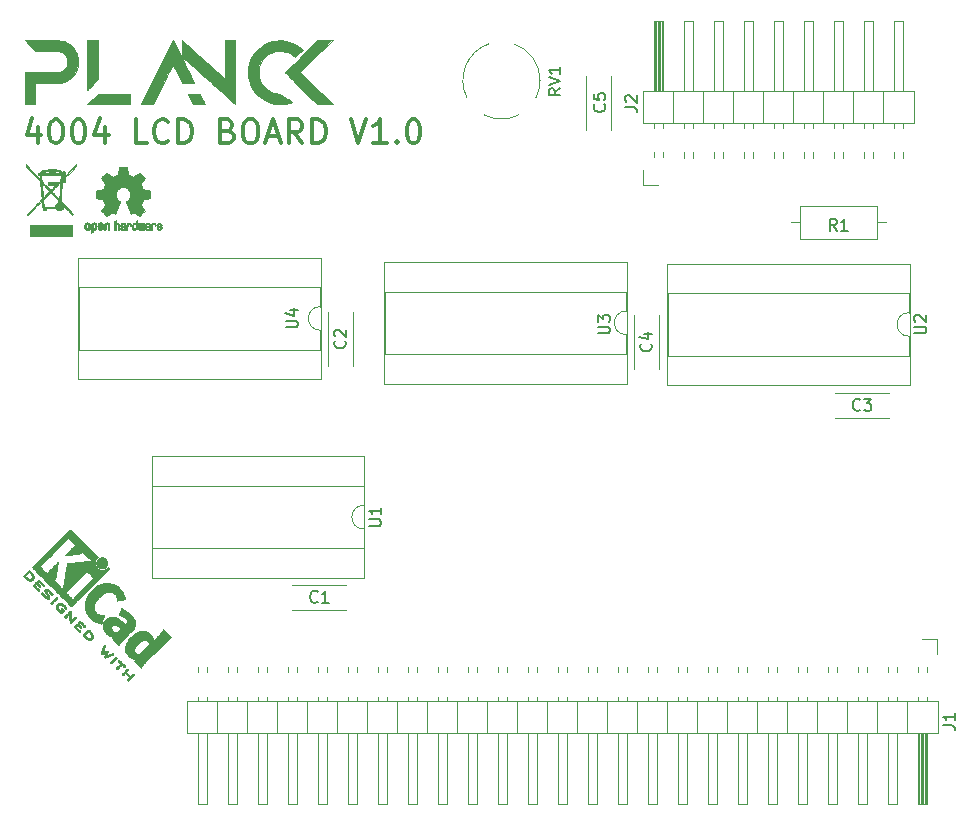
<source format=gbr>
%TF.GenerationSoftware,KiCad,Pcbnew,(6.0.2-0)*%
%TF.CreationDate,2022-08-21T14:39:21+02:00*%
%TF.ProjectId,lcd_board,6c63645f-626f-4617-9264-2e6b69636164,rev?*%
%TF.SameCoordinates,Original*%
%TF.FileFunction,Legend,Top*%
%TF.FilePolarity,Positive*%
%FSLAX46Y46*%
G04 Gerber Fmt 4.6, Leading zero omitted, Abs format (unit mm)*
G04 Created by KiCad (PCBNEW (6.0.2-0)) date 2022-08-21 14:39:21*
%MOMM*%
%LPD*%
G01*
G04 APERTURE LIST*
%ADD10C,0.300000*%
%ADD11C,0.150000*%
%ADD12C,0.120000*%
%ADD13C,0.010000*%
G04 APERTURE END LIST*
D10*
X3335714Y51228571D02*
X3335714Y49895238D01*
X2859523Y51990476D02*
X2383333Y50561904D01*
X3621428Y50561904D01*
X4764285Y51895238D02*
X4954761Y51895238D01*
X5145238Y51800000D01*
X5240476Y51704761D01*
X5335714Y51514285D01*
X5430952Y51133333D01*
X5430952Y50657142D01*
X5335714Y50276190D01*
X5240476Y50085714D01*
X5145238Y49990476D01*
X4954761Y49895238D01*
X4764285Y49895238D01*
X4573809Y49990476D01*
X4478571Y50085714D01*
X4383333Y50276190D01*
X4288095Y50657142D01*
X4288095Y51133333D01*
X4383333Y51514285D01*
X4478571Y51704761D01*
X4573809Y51800000D01*
X4764285Y51895238D01*
X6669047Y51895238D02*
X6859523Y51895238D01*
X7050000Y51800000D01*
X7145238Y51704761D01*
X7240476Y51514285D01*
X7335714Y51133333D01*
X7335714Y50657142D01*
X7240476Y50276190D01*
X7145238Y50085714D01*
X7050000Y49990476D01*
X6859523Y49895238D01*
X6669047Y49895238D01*
X6478571Y49990476D01*
X6383333Y50085714D01*
X6288095Y50276190D01*
X6192857Y50657142D01*
X6192857Y51133333D01*
X6288095Y51514285D01*
X6383333Y51704761D01*
X6478571Y51800000D01*
X6669047Y51895238D01*
X9049999Y51228571D02*
X9049999Y49895238D01*
X8573809Y51990476D02*
X8097619Y50561904D01*
X9335714Y50561904D01*
X12573809Y49895238D02*
X11621428Y49895238D01*
X11621428Y51895238D01*
X14383333Y50085714D02*
X14288095Y49990476D01*
X14002380Y49895238D01*
X13811904Y49895238D01*
X13526190Y49990476D01*
X13335714Y50180952D01*
X13240476Y50371428D01*
X13145238Y50752380D01*
X13145238Y51038095D01*
X13240476Y51419047D01*
X13335714Y51609523D01*
X13526190Y51800000D01*
X13811904Y51895238D01*
X14002380Y51895238D01*
X14288095Y51800000D01*
X14383333Y51704761D01*
X15240476Y49895238D02*
X15240476Y51895238D01*
X15716666Y51895238D01*
X16002380Y51800000D01*
X16192857Y51609523D01*
X16288095Y51419047D01*
X16383333Y51038095D01*
X16383333Y50752380D01*
X16288095Y50371428D01*
X16192857Y50180952D01*
X16002380Y49990476D01*
X15716666Y49895238D01*
X15240476Y49895238D01*
X19430952Y50942857D02*
X19716666Y50847619D01*
X19811904Y50752380D01*
X19907142Y50561904D01*
X19907142Y50276190D01*
X19811904Y50085714D01*
X19716666Y49990476D01*
X19526190Y49895238D01*
X18764285Y49895238D01*
X18764285Y51895238D01*
X19430952Y51895238D01*
X19621428Y51800000D01*
X19716666Y51704761D01*
X19811904Y51514285D01*
X19811904Y51323809D01*
X19716666Y51133333D01*
X19621428Y51038095D01*
X19430952Y50942857D01*
X18764285Y50942857D01*
X21145238Y51895238D02*
X21526190Y51895238D01*
X21716666Y51800000D01*
X21907142Y51609523D01*
X22002380Y51228571D01*
X22002380Y50561904D01*
X21907142Y50180952D01*
X21716666Y49990476D01*
X21526190Y49895238D01*
X21145238Y49895238D01*
X20954761Y49990476D01*
X20764285Y50180952D01*
X20669047Y50561904D01*
X20669047Y51228571D01*
X20764285Y51609523D01*
X20954761Y51800000D01*
X21145238Y51895238D01*
X22764285Y50466666D02*
X23716666Y50466666D01*
X22573809Y49895238D02*
X23240476Y51895238D01*
X23907142Y49895238D01*
X25716666Y49895238D02*
X25049999Y50847619D01*
X24573809Y49895238D02*
X24573809Y51895238D01*
X25335714Y51895238D01*
X25526190Y51800000D01*
X25621428Y51704761D01*
X25716666Y51514285D01*
X25716666Y51228571D01*
X25621428Y51038095D01*
X25526190Y50942857D01*
X25335714Y50847619D01*
X24573809Y50847619D01*
X26573809Y49895238D02*
X26573809Y51895238D01*
X27049999Y51895238D01*
X27335714Y51800000D01*
X27526190Y51609523D01*
X27621428Y51419047D01*
X27716666Y51038095D01*
X27716666Y50752380D01*
X27621428Y50371428D01*
X27526190Y50180952D01*
X27335714Y49990476D01*
X27049999Y49895238D01*
X26573809Y49895238D01*
X29811904Y51895238D02*
X30478571Y49895238D01*
X31145238Y51895238D01*
X32859523Y49895238D02*
X31716666Y49895238D01*
X32288095Y49895238D02*
X32288095Y51895238D01*
X32097619Y51609523D01*
X31907142Y51419047D01*
X31716666Y51323809D01*
X33716666Y50085714D02*
X33811904Y49990476D01*
X33716666Y49895238D01*
X33621428Y49990476D01*
X33716666Y50085714D01*
X33716666Y49895238D01*
X35049999Y51895238D02*
X35240476Y51895238D01*
X35430952Y51800000D01*
X35526190Y51704761D01*
X35621428Y51514285D01*
X35716666Y51133333D01*
X35716666Y50657142D01*
X35621428Y50276190D01*
X35526190Y50085714D01*
X35430952Y49990476D01*
X35240476Y49895238D01*
X35049999Y49895238D01*
X34859523Y49990476D01*
X34764285Y50085714D01*
X34669047Y50276190D01*
X34573809Y50657142D01*
X34573809Y51133333D01*
X34669047Y51514285D01*
X34764285Y51704761D01*
X34859523Y51800000D01*
X35049999Y51895238D01*
D11*
%TO.C,J1*%
X79954380Y615666D02*
X80668666Y615666D01*
X80811523Y568047D01*
X80906761Y472809D01*
X80954380Y329952D01*
X80954380Y234714D01*
X80954380Y1615666D02*
X80954380Y1044238D01*
X80954380Y1329952D02*
X79954380Y1329952D01*
X80097238Y1234714D01*
X80192476Y1139476D01*
X80240095Y1044238D01*
%TO.C,C1*%
X27011333Y11072857D02*
X26963714Y11025238D01*
X26820857Y10977619D01*
X26725619Y10977619D01*
X26582761Y11025238D01*
X26487523Y11120476D01*
X26439904Y11215714D01*
X26392285Y11406190D01*
X26392285Y11549047D01*
X26439904Y11739523D01*
X26487523Y11834761D01*
X26582761Y11930000D01*
X26725619Y11977619D01*
X26820857Y11977619D01*
X26963714Y11930000D01*
X27011333Y11882380D01*
X27963714Y10977619D02*
X27392285Y10977619D01*
X27678000Y10977619D02*
X27678000Y11977619D01*
X27582761Y11834761D01*
X27487523Y11739523D01*
X27392285Y11691904D01*
%TO.C,C2*%
X29313142Y33147333D02*
X29360761Y33099714D01*
X29408380Y32956857D01*
X29408380Y32861619D01*
X29360761Y32718761D01*
X29265523Y32623523D01*
X29170285Y32575904D01*
X28979809Y32528285D01*
X28836952Y32528285D01*
X28646476Y32575904D01*
X28551238Y32623523D01*
X28456000Y32718761D01*
X28408380Y32861619D01*
X28408380Y32956857D01*
X28456000Y33099714D01*
X28503619Y33147333D01*
X28503619Y33528285D02*
X28456000Y33575904D01*
X28408380Y33671142D01*
X28408380Y33909238D01*
X28456000Y34004476D01*
X28503619Y34052095D01*
X28598857Y34099714D01*
X28694095Y34099714D01*
X28836952Y34052095D01*
X29408380Y33480666D01*
X29408380Y34099714D01*
%TO.C,C4*%
X55221142Y32893333D02*
X55268761Y32845714D01*
X55316380Y32702857D01*
X55316380Y32607619D01*
X55268761Y32464761D01*
X55173523Y32369523D01*
X55078285Y32321904D01*
X54887809Y32274285D01*
X54744952Y32274285D01*
X54554476Y32321904D01*
X54459238Y32369523D01*
X54364000Y32464761D01*
X54316380Y32607619D01*
X54316380Y32702857D01*
X54364000Y32845714D01*
X54411619Y32893333D01*
X54649714Y33750476D02*
X55316380Y33750476D01*
X54268761Y33512380D02*
X54983047Y33274285D01*
X54983047Y33893333D01*
%TO.C,R1*%
X70953333Y42473619D02*
X70620000Y42949809D01*
X70381904Y42473619D02*
X70381904Y43473619D01*
X70762857Y43473619D01*
X70858095Y43426000D01*
X70905714Y43378380D01*
X70953333Y43283142D01*
X70953333Y43140285D01*
X70905714Y43045047D01*
X70858095Y42997428D01*
X70762857Y42949809D01*
X70381904Y42949809D01*
X71905714Y42473619D02*
X71334285Y42473619D01*
X71620000Y42473619D02*
X71620000Y43473619D01*
X71524761Y43330761D01*
X71429523Y43235523D01*
X71334285Y43187904D01*
%TO.C,RV1*%
X47569380Y54522761D02*
X47093190Y54189428D01*
X47569380Y53951333D02*
X46569380Y53951333D01*
X46569380Y54332285D01*
X46617000Y54427523D01*
X46664619Y54475142D01*
X46759857Y54522761D01*
X46902714Y54522761D01*
X46997952Y54475142D01*
X47045571Y54427523D01*
X47093190Y54332285D01*
X47093190Y53951333D01*
X46569380Y54808476D02*
X47569380Y55141809D01*
X46569380Y55475142D01*
X47569380Y56332285D02*
X47569380Y55760857D01*
X47569380Y56046571D02*
X46569380Y56046571D01*
X46712238Y55951333D01*
X46807476Y55856095D01*
X46855095Y55760857D01*
%TO.C,U1*%
X31373380Y17462595D02*
X32182904Y17462595D01*
X32278142Y17510214D01*
X32325761Y17557833D01*
X32373380Y17653071D01*
X32373380Y17843547D01*
X32325761Y17938785D01*
X32278142Y17986404D01*
X32182904Y18034023D01*
X31373380Y18034023D01*
X32373380Y19034023D02*
X32373380Y18462595D01*
X32373380Y18748309D02*
X31373380Y18748309D01*
X31516238Y18653071D01*
X31611476Y18557833D01*
X31659095Y18462595D01*
%TO.C,U2*%
X77537880Y33782095D02*
X78347404Y33782095D01*
X78442642Y33829714D01*
X78490261Y33877333D01*
X78537880Y33972571D01*
X78537880Y34163047D01*
X78490261Y34258285D01*
X78442642Y34305904D01*
X78347404Y34353523D01*
X77537880Y34353523D01*
X77633119Y34782095D02*
X77585500Y34829714D01*
X77537880Y34924952D01*
X77537880Y35163047D01*
X77585500Y35258285D01*
X77633119Y35305904D01*
X77728357Y35353523D01*
X77823595Y35353523D01*
X77966452Y35305904D01*
X78537880Y34734476D01*
X78537880Y35353523D01*
%TO.C,U3*%
X50760380Y33782095D02*
X51569904Y33782095D01*
X51665142Y33829714D01*
X51712761Y33877333D01*
X51760380Y33972571D01*
X51760380Y34163047D01*
X51712761Y34258285D01*
X51665142Y34305904D01*
X51569904Y34353523D01*
X50760380Y34353523D01*
X50760380Y34734476D02*
X50760380Y35353523D01*
X51141333Y35020190D01*
X51141333Y35163047D01*
X51188952Y35258285D01*
X51236571Y35305904D01*
X51331809Y35353523D01*
X51569904Y35353523D01*
X51665142Y35305904D01*
X51712761Y35258285D01*
X51760380Y35163047D01*
X51760380Y34877333D01*
X51712761Y34782095D01*
X51665142Y34734476D01*
%TO.C,U4*%
X24344380Y34290095D02*
X25153904Y34290095D01*
X25249142Y34337714D01*
X25296761Y34385333D01*
X25344380Y34480571D01*
X25344380Y34671047D01*
X25296761Y34766285D01*
X25249142Y34813904D01*
X25153904Y34861523D01*
X24344380Y34861523D01*
X24677714Y35766285D02*
X25344380Y35766285D01*
X24296761Y35528190D02*
X25011047Y35290095D01*
X25011047Y35909142D01*
%TO.C,C5*%
X51284142Y53173333D02*
X51331761Y53125714D01*
X51379380Y52982857D01*
X51379380Y52887619D01*
X51331761Y52744761D01*
X51236523Y52649523D01*
X51141285Y52601904D01*
X50950809Y52554285D01*
X50807952Y52554285D01*
X50617476Y52601904D01*
X50522238Y52649523D01*
X50427000Y52744761D01*
X50379380Y52887619D01*
X50379380Y52982857D01*
X50427000Y53125714D01*
X50474619Y53173333D01*
X50379380Y54078095D02*
X50379380Y53601904D01*
X50855571Y53554285D01*
X50807952Y53601904D01*
X50760333Y53697142D01*
X50760333Y53935238D01*
X50807952Y54030476D01*
X50855571Y54078095D01*
X50950809Y54125714D01*
X51188904Y54125714D01*
X51284142Y54078095D01*
X51331761Y54030476D01*
X51379380Y53935238D01*
X51379380Y53697142D01*
X51331761Y53601904D01*
X51284142Y53554285D01*
%TO.C,C3*%
X72945333Y27328857D02*
X72897714Y27281238D01*
X72754857Y27233619D01*
X72659619Y27233619D01*
X72516761Y27281238D01*
X72421523Y27376476D01*
X72373904Y27471714D01*
X72326285Y27662190D01*
X72326285Y27805047D01*
X72373904Y27995523D01*
X72421523Y28090761D01*
X72516761Y28186000D01*
X72659619Y28233619D01*
X72754857Y28233619D01*
X72897714Y28186000D01*
X72945333Y28138380D01*
X73278666Y28233619D02*
X73897714Y28233619D01*
X73564380Y27852666D01*
X73707238Y27852666D01*
X73802476Y27805047D01*
X73850095Y27757428D01*
X73897714Y27662190D01*
X73897714Y27424095D01*
X73850095Y27328857D01*
X73802476Y27281238D01*
X73707238Y27233619D01*
X73421523Y27233619D01*
X73326285Y27281238D01*
X73278666Y27328857D01*
%TO.C,J2*%
X53062380Y52946666D02*
X53776666Y52946666D01*
X53919523Y52899047D01*
X54014761Y52803809D01*
X54062380Y52660952D01*
X54062380Y52565714D01*
X53157619Y53375238D02*
X53110000Y53422857D01*
X53062380Y53518095D01*
X53062380Y53756190D01*
X53110000Y53851428D01*
X53157619Y53899047D01*
X53252857Y53946666D01*
X53348095Y53946666D01*
X53490952Y53899047D01*
X54062380Y53327619D01*
X54062380Y53946666D01*
D12*
%TO.C,J1*%
X43052000Y5561071D02*
X43052000Y5106929D01*
X22732000Y3021071D02*
X22732000Y2624000D01*
X42292000Y3021071D02*
X42292000Y2624000D01*
X54992000Y5561071D02*
X54992000Y5106929D01*
X65152000Y5561071D02*
X65152000Y5106929D01*
X68452000Y5561071D02*
X68452000Y5106929D01*
X32132000Y5561071D02*
X32132000Y5106929D01*
X78432000Y-36000D02*
X78432000Y-6036000D01*
X72772000Y3021071D02*
X72772000Y2624000D01*
X40512000Y-6036000D02*
X39752000Y-6036000D01*
X39752000Y3021071D02*
X39752000Y2624000D01*
X32892000Y-6036000D02*
X32132000Y-6036000D01*
X25272000Y-36000D02*
X25272000Y-6036000D01*
X56642000Y2624000D02*
X56642000Y-36000D01*
X77952000Y-36000D02*
X77952000Y-6036000D01*
X47372000Y-6036000D02*
X47372000Y-36000D01*
X65912000Y3021071D02*
X65912000Y2624000D01*
X60072000Y-6036000D02*
X60072000Y-36000D01*
X25272000Y3021071D02*
X25272000Y2624000D01*
X57532000Y-6036000D02*
X57532000Y-36000D01*
X78612000Y-6036000D02*
X77852000Y-6036000D01*
X68452000Y-6036000D02*
X67692000Y-6036000D01*
X77852000Y5494000D02*
X77852000Y5106929D01*
X31242000Y2624000D02*
X31242000Y-36000D01*
X60072000Y3021071D02*
X60072000Y2624000D01*
X76072000Y-6036000D02*
X75312000Y-6036000D01*
X16892000Y5561071D02*
X16892000Y5106929D01*
X22732000Y5561071D02*
X22732000Y5106929D01*
X78612000Y-36000D02*
X78612000Y-6036000D01*
X39752000Y5561071D02*
X39752000Y5106929D01*
X63372000Y5561071D02*
X63372000Y5106929D01*
X65152000Y3021071D02*
X65152000Y2624000D01*
X17652000Y5561071D02*
X17652000Y5106929D01*
X27812000Y3021071D02*
X27812000Y2624000D01*
X60832000Y5561071D02*
X60832000Y5106929D01*
X43052000Y3021071D02*
X43052000Y2624000D01*
X77852000Y3021071D02*
X77852000Y2624000D01*
X58292000Y-6036000D02*
X57532000Y-6036000D01*
X22732000Y-6036000D02*
X21972000Y-6036000D01*
X65152000Y-6036000D02*
X65152000Y-36000D01*
X24512000Y5561071D02*
X24512000Y5106929D01*
X41402000Y2624000D02*
X41402000Y-36000D01*
X16892000Y-6036000D02*
X16892000Y-36000D01*
X43052000Y-6036000D02*
X42292000Y-6036000D01*
X76072000Y-36000D02*
X76072000Y-6036000D01*
X37972000Y5561071D02*
X37972000Y5106929D01*
X78552000Y-36000D02*
X78552000Y-6036000D01*
X78612000Y5494000D02*
X78612000Y5106929D01*
X67692000Y-6036000D02*
X67692000Y-36000D01*
X16892000Y3021071D02*
X16892000Y2624000D01*
X55752000Y5561071D02*
X55752000Y5106929D01*
X52452000Y5561071D02*
X52452000Y5106929D01*
X71882000Y2624000D02*
X71882000Y-36000D01*
X79562000Y-36000D02*
X79562000Y2624000D01*
X21972000Y3021071D02*
X21972000Y2624000D01*
X63372000Y-6036000D02*
X62612000Y-6036000D01*
X72772000Y5561071D02*
X72772000Y5106929D01*
X30352000Y-6036000D02*
X29592000Y-6036000D01*
X49022000Y2624000D02*
X49022000Y-36000D01*
X27812000Y5561071D02*
X27812000Y5106929D01*
X29592000Y-6036000D02*
X29592000Y-36000D01*
X73532000Y-36000D02*
X73532000Y-6036000D01*
X65912000Y-6036000D02*
X65152000Y-6036000D01*
X55752000Y-36000D02*
X55752000Y-6036000D01*
X60832000Y-36000D02*
X60832000Y-6036000D01*
X50672000Y-36000D02*
X50672000Y-6036000D01*
X44832000Y-6036000D02*
X44832000Y-36000D01*
X43942000Y2624000D02*
X43942000Y-36000D01*
X78232000Y7874000D02*
X79502000Y7874000D01*
X43052000Y-36000D02*
X43052000Y-6036000D01*
X58292000Y5561071D02*
X58292000Y5106929D01*
X49912000Y5561071D02*
X49912000Y5106929D01*
X78072000Y-36000D02*
X78072000Y-6036000D01*
X48132000Y-36000D02*
X48132000Y-6036000D01*
X76072000Y5561071D02*
X76072000Y5106929D01*
X68452000Y-36000D02*
X68452000Y-6036000D01*
X19432000Y5561071D02*
X19432000Y5106929D01*
X70992000Y5561071D02*
X70992000Y5106929D01*
X30352000Y3021071D02*
X30352000Y2624000D01*
X70232000Y3021071D02*
X70232000Y2624000D01*
X57532000Y3021071D02*
X57532000Y2624000D01*
X73532000Y-6036000D02*
X72772000Y-6036000D01*
X42292000Y5561071D02*
X42292000Y5106929D01*
X52452000Y3021071D02*
X52452000Y2624000D01*
X28702000Y2624000D02*
X28702000Y-36000D01*
X27052000Y5561071D02*
X27052000Y5106929D01*
X32892000Y-36000D02*
X32892000Y-6036000D01*
X53212000Y5561071D02*
X53212000Y5106929D01*
X73532000Y5561071D02*
X73532000Y5106929D01*
X32892000Y3021071D02*
X32892000Y2624000D01*
X53212000Y-36000D02*
X53212000Y-6036000D01*
X62612000Y3021071D02*
X62612000Y2624000D01*
X47372000Y3021071D02*
X47372000Y2624000D01*
X40512000Y5561071D02*
X40512000Y5106929D01*
X35432000Y-6036000D02*
X34672000Y-6036000D01*
X33782000Y2624000D02*
X33782000Y-36000D01*
X32132000Y3021071D02*
X32132000Y2624000D01*
X64262000Y2624000D02*
X64262000Y-36000D01*
X58292000Y-36000D02*
X58292000Y-6036000D01*
X21082000Y2624000D02*
X21082000Y-36000D01*
X38862000Y2624000D02*
X38862000Y-36000D01*
X75312000Y5561071D02*
X75312000Y5106929D01*
X34672000Y-6036000D02*
X34672000Y-36000D01*
X40512000Y3021071D02*
X40512000Y2624000D01*
X32892000Y5561071D02*
X32892000Y5106929D01*
X27052000Y3021071D02*
X27052000Y2624000D01*
X34672000Y5561071D02*
X34672000Y5106929D01*
X79502000Y7874000D02*
X79502000Y6604000D01*
X19432000Y3021071D02*
X19432000Y2624000D01*
X46482000Y2624000D02*
X46482000Y-36000D01*
X24512000Y3021071D02*
X24512000Y2624000D01*
X70232000Y-6036000D02*
X70232000Y-36000D01*
X44832000Y3021071D02*
X44832000Y2624000D01*
X67692000Y5561071D02*
X67692000Y5106929D01*
X20192000Y-6036000D02*
X19432000Y-6036000D01*
X30352000Y5561071D02*
X30352000Y5106929D01*
X53212000Y-6036000D02*
X52452000Y-6036000D01*
X48132000Y5561071D02*
X48132000Y5106929D01*
X42292000Y-6036000D02*
X42292000Y-36000D01*
X63372000Y-36000D02*
X63372000Y-6036000D01*
X73532000Y3021071D02*
X73532000Y2624000D01*
X55752000Y3021071D02*
X55752000Y2624000D01*
X77852000Y-6036000D02*
X77852000Y-36000D01*
X21972000Y-6036000D02*
X21972000Y-36000D01*
X67692000Y3021071D02*
X67692000Y2624000D01*
X76962000Y2624000D02*
X76962000Y-36000D01*
X54992000Y3021071D02*
X54992000Y2624000D01*
X69342000Y2624000D02*
X69342000Y-36000D01*
X47372000Y5561071D02*
X47372000Y5106929D01*
X22732000Y-36000D02*
X22732000Y-6036000D01*
X60832000Y3021071D02*
X60832000Y2624000D01*
X20192000Y5561071D02*
X20192000Y5106929D01*
X17652000Y-6036000D02*
X16892000Y-6036000D01*
X74422000Y2624000D02*
X74422000Y-36000D01*
X65912000Y5561071D02*
X65912000Y5106929D01*
X29592000Y5561071D02*
X29592000Y5106929D01*
X35432000Y5561071D02*
X35432000Y5106929D01*
X44832000Y5561071D02*
X44832000Y5106929D01*
X20192000Y3021071D02*
X20192000Y2624000D01*
X45592000Y-6036000D02*
X44832000Y-6036000D01*
X70992000Y-6036000D02*
X70232000Y-6036000D01*
X63372000Y3021071D02*
X63372000Y2624000D01*
X75312000Y-6036000D02*
X75312000Y-36000D01*
X48132000Y-6036000D02*
X47372000Y-6036000D01*
X23622000Y2624000D02*
X23622000Y-36000D01*
X52452000Y-6036000D02*
X52452000Y-36000D01*
X36322000Y2624000D02*
X36322000Y-36000D01*
X48132000Y3021071D02*
X48132000Y2624000D01*
X35432000Y-36000D02*
X35432000Y-6036000D01*
X75312000Y3021071D02*
X75312000Y2624000D01*
X57532000Y5561071D02*
X57532000Y5106929D01*
X53212000Y3021071D02*
X53212000Y2624000D01*
X37212000Y-6036000D02*
X37212000Y-36000D01*
X24512000Y-6036000D02*
X24512000Y-36000D01*
X50672000Y3021071D02*
X50672000Y2624000D01*
X62612000Y-6036000D02*
X62612000Y-36000D01*
X45592000Y5561071D02*
X45592000Y5106929D01*
X66802000Y2624000D02*
X66802000Y-36000D01*
X37972000Y-6036000D02*
X37212000Y-6036000D01*
X17652000Y-36000D02*
X17652000Y-6036000D01*
X15942000Y-36000D02*
X79562000Y-36000D01*
X49912000Y3021071D02*
X49912000Y2624000D01*
X58292000Y3021071D02*
X58292000Y2624000D01*
X25272000Y-6036000D02*
X24512000Y-6036000D01*
X60072000Y5561071D02*
X60072000Y5106929D01*
X35432000Y3021071D02*
X35432000Y2624000D01*
X65912000Y-36000D02*
X65912000Y-6036000D01*
X25272000Y5561071D02*
X25272000Y5106929D01*
X60832000Y-6036000D02*
X60072000Y-6036000D01*
X34672000Y3021071D02*
X34672000Y2624000D01*
X78312000Y-36000D02*
X78312000Y-6036000D01*
X37972000Y3021071D02*
X37972000Y2624000D01*
X50672000Y5561071D02*
X50672000Y5106929D01*
X79562000Y2624000D02*
X15942000Y2624000D01*
X27052000Y-6036000D02*
X27052000Y-36000D01*
X21972000Y5561071D02*
X21972000Y5106929D01*
X70992000Y-36000D02*
X70992000Y-6036000D01*
X45592000Y3021071D02*
X45592000Y2624000D01*
X27812000Y-36000D02*
X27812000Y-6036000D01*
X62612000Y5561071D02*
X62612000Y5106929D01*
X15942000Y2624000D02*
X15942000Y-36000D01*
X19432000Y-6036000D02*
X19432000Y-36000D01*
X61722000Y2624000D02*
X61722000Y-36000D01*
X39752000Y-6036000D02*
X39752000Y-36000D01*
X70992000Y3021071D02*
X70992000Y2624000D01*
X68452000Y3021071D02*
X68452000Y2624000D01*
X17652000Y3021071D02*
X17652000Y2624000D01*
X26162000Y2624000D02*
X26162000Y-36000D01*
X72772000Y-6036000D02*
X72772000Y-36000D01*
X54992000Y-6036000D02*
X54992000Y-36000D01*
X49912000Y-6036000D02*
X49912000Y-36000D01*
X32132000Y-6036000D02*
X32132000Y-36000D01*
X50672000Y-6036000D02*
X49912000Y-6036000D01*
X59182000Y2624000D02*
X59182000Y-36000D01*
X54102000Y2624000D02*
X54102000Y-36000D01*
X37972000Y-36000D02*
X37972000Y-6036000D01*
X37212000Y3021071D02*
X37212000Y2624000D01*
X76072000Y3021071D02*
X76072000Y2624000D01*
X51562000Y2624000D02*
X51562000Y-36000D01*
X29592000Y3021071D02*
X29592000Y2624000D01*
X20192000Y-36000D02*
X20192000Y-6036000D01*
X55752000Y-6036000D02*
X54992000Y-6036000D01*
X40512000Y-36000D02*
X40512000Y-6036000D01*
X78192000Y-36000D02*
X78192000Y-6036000D01*
X27812000Y-6036000D02*
X27052000Y-6036000D01*
X45592000Y-36000D02*
X45592000Y-6036000D01*
X78612000Y3021071D02*
X78612000Y2624000D01*
X37212000Y5561071D02*
X37212000Y5106929D01*
X18542000Y2624000D02*
X18542000Y-36000D01*
X70232000Y5561071D02*
X70232000Y5106929D01*
X30352000Y-36000D02*
X30352000Y-6036000D01*
%TO.C,C1*%
X29408000Y10375000D02*
X29408000Y10360000D01*
X24868000Y12500000D02*
X29408000Y12500000D01*
X29408000Y12500000D02*
X29408000Y12485000D01*
X24868000Y10360000D02*
X29408000Y10360000D01*
X24868000Y12500000D02*
X24868000Y12485000D01*
X24868000Y10375000D02*
X24868000Y10360000D01*
%TO.C,C2*%
X27901000Y35584000D02*
X27886000Y35584000D01*
X30026000Y31044000D02*
X30011000Y31044000D01*
X27886000Y35584000D02*
X27886000Y31044000D01*
X27901000Y31044000D02*
X27886000Y31044000D01*
X30026000Y35584000D02*
X30026000Y31044000D01*
X30026000Y35584000D02*
X30011000Y35584000D01*
%TO.C,C4*%
X53794000Y35330000D02*
X53794000Y30790000D01*
X55934000Y30790000D02*
X55919000Y30790000D01*
X55934000Y35330000D02*
X55919000Y35330000D01*
X53809000Y30790000D02*
X53794000Y30790000D01*
X55934000Y35330000D02*
X55934000Y30790000D01*
X53809000Y35330000D02*
X53794000Y35330000D01*
%TO.C,R1*%
X75160000Y43180000D02*
X74390000Y43180000D01*
X74390000Y41810000D02*
X74390000Y44550000D01*
X67850000Y44550000D02*
X67850000Y41810000D01*
X67850000Y41810000D02*
X74390000Y41810000D01*
X74390000Y44550000D02*
X67850000Y44550000D01*
X67080000Y43180000D02*
X67850000Y43180000D01*
%TO.C,RV1*%
X45855000Y55205000D02*
G75*
G03*
X43649608Y58296846I-3269999J1D01*
G01*
X41521000Y58296999D02*
G75*
G03*
X39671171Y53721032I1063999J-3091999D01*
G01*
X45499000Y53720000D02*
G75*
G03*
X45855075Y55261863I-2913998J1485000D01*
G01*
X41101000Y52291000D02*
G75*
G03*
X44070202Y52291613I1483999J2914006D01*
G01*
%TO.C,U1*%
X12961000Y23364500D02*
X12961000Y13084500D01*
X30921000Y19224500D02*
X30921000Y20874500D01*
X13021000Y20874500D02*
X13021000Y15574500D01*
X13021000Y15574500D02*
X30921000Y15574500D01*
X12961000Y13084500D02*
X30981000Y13084500D01*
X30981000Y13084500D02*
X30981000Y23364500D01*
X30921000Y15574500D02*
X30921000Y17224500D01*
X30921000Y20874500D02*
X13021000Y20874500D01*
X30981000Y23364500D02*
X12961000Y23364500D01*
X30921000Y19224500D02*
G75*
G03*
X30921000Y17224500I0J-1000000D01*
G01*
%TO.C,U2*%
X77085500Y35544000D02*
X77085500Y37194000D01*
X56645500Y31894000D02*
X77085500Y31894000D01*
X77145500Y39684000D02*
X56585500Y39684000D01*
X77145500Y29404000D02*
X77145500Y39684000D01*
X56585500Y29404000D02*
X77145500Y29404000D01*
X56645500Y37194000D02*
X56645500Y31894000D01*
X77085500Y37194000D02*
X56645500Y37194000D01*
X56585500Y39684000D02*
X56585500Y29404000D01*
X77085500Y31894000D02*
X77085500Y33544000D01*
X77085500Y35544000D02*
G75*
G03*
X77085500Y33544000I0J-1000000D01*
G01*
%TO.C,U3*%
X53146000Y35671000D02*
X53146000Y37321000D01*
X53146000Y32021000D02*
X53146000Y33671000D01*
X53206000Y29531000D02*
X53206000Y39811000D01*
X53206000Y39811000D02*
X32646000Y39811000D01*
X32706000Y37321000D02*
X32706000Y32021000D01*
X32646000Y29531000D02*
X53206000Y29531000D01*
X32706000Y32021000D02*
X53146000Y32021000D01*
X32646000Y39811000D02*
X32646000Y29531000D01*
X53146000Y37321000D02*
X32706000Y37321000D01*
X53146000Y35671000D02*
G75*
G03*
X53146000Y33671000I0J-1000000D01*
G01*
%TO.C,U4*%
X27238000Y37702000D02*
X6798000Y37702000D01*
X27238000Y32402000D02*
X27238000Y34052000D01*
X27298000Y40192000D02*
X6738000Y40192000D01*
X6798000Y32402000D02*
X27238000Y32402000D01*
X27238000Y36052000D02*
X27238000Y37702000D01*
X6738000Y40192000D02*
X6738000Y29912000D01*
X27298000Y29912000D02*
X27298000Y40192000D01*
X6798000Y37702000D02*
X6798000Y32402000D01*
X6738000Y29912000D02*
X27298000Y29912000D01*
X27238000Y36052000D02*
G75*
G03*
X27238000Y34052000I0J-1000000D01*
G01*
%TO.C,C5*%
X49730000Y55570000D02*
X49745000Y55570000D01*
X49730000Y51030000D02*
X49730000Y55570000D01*
X51855000Y55570000D02*
X51870000Y55570000D01*
X51870000Y51030000D02*
X51870000Y55570000D01*
X51855000Y51030000D02*
X51870000Y51030000D01*
X49730000Y51030000D02*
X49745000Y51030000D01*
%TO.C,C3*%
X70842000Y26631000D02*
X70842000Y26616000D01*
X70842000Y26616000D02*
X75382000Y26616000D01*
X70842000Y28756000D02*
X75382000Y28756000D01*
X75382000Y28756000D02*
X75382000Y28741000D01*
X75382000Y26631000D02*
X75382000Y26616000D01*
X70842000Y28756000D02*
X70842000Y28741000D01*
D13*
%TO.C,G\u002A\u002A\u002A*%
X8429625Y55315341D02*
X7983787Y54859483D01*
X7983787Y54859483D02*
X7886228Y54760090D01*
X7886228Y54760090D02*
X7795328Y54668169D01*
X7795328Y54668169D02*
X7713520Y54586130D01*
X7713520Y54586130D02*
X7643239Y54516385D01*
X7643239Y54516385D02*
X7586919Y54461343D01*
X7586919Y54461343D02*
X7546994Y54423414D01*
X7546994Y54423414D02*
X7525899Y54405009D01*
X7525899Y54405009D02*
X7523412Y54403625D01*
X7523412Y54403625D02*
X7521388Y54419291D01*
X7521388Y54419291D02*
X7519483Y54465449D01*
X7519483Y54465449D02*
X7517706Y54540842D01*
X7517706Y54540842D02*
X7516066Y54644213D01*
X7516066Y54644213D02*
X7514571Y54774304D01*
X7514571Y54774304D02*
X7513230Y54929859D01*
X7513230Y54929859D02*
X7512052Y55109620D01*
X7512052Y55109620D02*
X7511046Y55312329D01*
X7511046Y55312329D02*
X7510220Y55536730D01*
X7510220Y55536730D02*
X7509583Y55781565D01*
X7509583Y55781565D02*
X7509144Y56045576D01*
X7509144Y56045576D02*
X7508911Y56327507D01*
X7508911Y56327507D02*
X7508875Y56499125D01*
X7508875Y56499125D02*
X7508875Y58594625D01*
X7508875Y58594625D02*
X8429625Y58594625D01*
X8429625Y58594625D02*
X8429625Y55315341D01*
X8429625Y55315341D02*
X8429625Y55315341D01*
G36*
X8429625Y55315341D02*
G01*
X7983787Y54859483D01*
X7886228Y54760090D01*
X7795328Y54668169D01*
X7713520Y54586130D01*
X7643239Y54516385D01*
X7586919Y54461343D01*
X7546994Y54423414D01*
X7525899Y54405009D01*
X7523412Y54403625D01*
X7521388Y54419291D01*
X7519483Y54465449D01*
X7517706Y54540842D01*
X7516066Y54644213D01*
X7514571Y54774304D01*
X7513230Y54929859D01*
X7512052Y55109620D01*
X7511046Y55312329D01*
X7510220Y55536730D01*
X7509583Y55781565D01*
X7509144Y56045576D01*
X7508911Y56327507D01*
X7508875Y56499125D01*
X7508875Y58594625D01*
X8429625Y58594625D01*
X8429625Y55315341D01*
G37*
X8429625Y55315341D02*
X7983787Y54859483D01*
X7886228Y54760090D01*
X7795328Y54668169D01*
X7713520Y54586130D01*
X7643239Y54516385D01*
X7586919Y54461343D01*
X7546994Y54423414D01*
X7525899Y54405009D01*
X7523412Y54403625D01*
X7521388Y54419291D01*
X7519483Y54465449D01*
X7517706Y54540842D01*
X7516066Y54644213D01*
X7514571Y54774304D01*
X7513230Y54929859D01*
X7512052Y55109620D01*
X7511046Y55312329D01*
X7510220Y55536730D01*
X7509583Y55781565D01*
X7509144Y56045576D01*
X7508911Y56327507D01*
X7508875Y56499125D01*
X7508875Y58594625D01*
X8429625Y58594625D01*
X8429625Y55315341D01*
X17252321Y53628220D02*
X17307940Y53519140D01*
X17307940Y53519140D02*
X17358592Y53419185D01*
X17358592Y53419185D02*
X17402536Y53331839D01*
X17402536Y53331839D02*
X17438031Y53260588D01*
X17438031Y53260588D02*
X17463334Y53208917D01*
X17463334Y53208917D02*
X17476706Y53180310D01*
X17476706Y53180310D02*
X17478375Y53175783D01*
X17478375Y53175783D02*
X17463128Y53173246D01*
X17463128Y53173246D02*
X17419904Y53170933D01*
X17419904Y53170933D02*
X17352472Y53168921D01*
X17352472Y53168921D02*
X17264605Y53167288D01*
X17264605Y53167288D02*
X17160074Y53166112D01*
X17160074Y53166112D02*
X17042649Y53165472D01*
X17042649Y53165472D02*
X16974214Y53165375D01*
X16974214Y53165375D02*
X16470053Y53165375D01*
X16470053Y53165375D02*
X16244000Y53617813D01*
X16244000Y53617813D02*
X16017947Y54070250D01*
X16017947Y54070250D02*
X17026267Y54070250D01*
X17026267Y54070250D02*
X17252321Y53628220D01*
X17252321Y53628220D02*
X17252321Y53628220D01*
G36*
X17252321Y53628220D02*
G01*
X17307940Y53519140D01*
X17358592Y53419185D01*
X17402536Y53331839D01*
X17438031Y53260588D01*
X17463334Y53208917D01*
X17476706Y53180310D01*
X17478375Y53175783D01*
X17463128Y53173246D01*
X17419904Y53170933D01*
X17352472Y53168921D01*
X17264605Y53167288D01*
X17160074Y53166112D01*
X17042649Y53165472D01*
X16974214Y53165375D01*
X16470053Y53165375D01*
X16244000Y53617813D01*
X16017947Y54070250D01*
X17026267Y54070250D01*
X17252321Y53628220D01*
G37*
X17252321Y53628220D02*
X17307940Y53519140D01*
X17358592Y53419185D01*
X17402536Y53331839D01*
X17438031Y53260588D01*
X17463334Y53208917D01*
X17476706Y53180310D01*
X17478375Y53175783D01*
X17463128Y53173246D01*
X17419904Y53170933D01*
X17352472Y53168921D01*
X17264605Y53167288D01*
X17160074Y53166112D01*
X17042649Y53165472D01*
X16974214Y53165375D01*
X16470053Y53165375D01*
X16244000Y53617813D01*
X16017947Y54070250D01*
X17026267Y54070250D01*
X17252321Y53628220D01*
X26924000Y57237313D02*
X25566757Y55880000D01*
X25566757Y55880000D02*
X26924000Y54522688D01*
X26924000Y54522688D02*
X28281242Y53165375D01*
X28281242Y53165375D02*
X27638340Y53165388D01*
X27638340Y53165388D02*
X26995437Y53165400D01*
X26995437Y53165400D02*
X25638125Y54510794D01*
X25638125Y54510794D02*
X25464999Y54682499D01*
X25464999Y54682499D02*
X25298202Y54848122D01*
X25298202Y54848122D02*
X25139117Y55006280D01*
X25139117Y55006280D02*
X24989128Y55155587D01*
X24989128Y55155587D02*
X24849620Y55294660D01*
X24849620Y55294660D02*
X24721975Y55422115D01*
X24721975Y55422115D02*
X24607579Y55536567D01*
X24607579Y55536567D02*
X24507814Y55636632D01*
X24507814Y55636632D02*
X24424066Y55720926D01*
X24424066Y55720926D02*
X24357717Y55788064D01*
X24357717Y55788064D02*
X24310152Y55836663D01*
X24310152Y55836663D02*
X24282755Y55865338D01*
X24282755Y55865338D02*
X24276280Y55872911D01*
X24276280Y55872911D02*
X24286760Y55885998D01*
X24286760Y55885998D02*
X24318457Y55920020D01*
X24318457Y55920020D02*
X24370001Y55973597D01*
X24370001Y55973597D02*
X24440023Y56045352D01*
X24440023Y56045352D02*
X24527153Y56133903D01*
X24527153Y56133903D02*
X24630022Y56237873D01*
X24630022Y56237873D02*
X24747261Y56355882D01*
X24747261Y56355882D02*
X24877499Y56486552D01*
X24877499Y56486552D02*
X25019368Y56628502D01*
X25019368Y56628502D02*
X25171497Y56780354D01*
X25171497Y56780354D02*
X25332517Y56940730D01*
X25332517Y56940730D02*
X25501059Y57108248D01*
X25501059Y57108248D02*
X25635999Y57242130D01*
X25635999Y57242130D02*
X27000250Y58594625D01*
X27000250Y58594625D02*
X28281242Y58594625D01*
X28281242Y58594625D02*
X26924000Y57237313D01*
X26924000Y57237313D02*
X26924000Y57237313D01*
G36*
X26924000Y57237313D02*
G01*
X25566757Y55880000D01*
X26924000Y54522688D01*
X28281242Y53165375D01*
X27638340Y53165388D01*
X26995437Y53165400D01*
X25638125Y54510794D01*
X25464999Y54682499D01*
X25298202Y54848122D01*
X25139117Y55006280D01*
X24989128Y55155587D01*
X24849620Y55294660D01*
X24721975Y55422115D01*
X24607579Y55536567D01*
X24507814Y55636632D01*
X24424066Y55720926D01*
X24357717Y55788064D01*
X24310152Y55836663D01*
X24282755Y55865338D01*
X24276280Y55872911D01*
X24286760Y55885998D01*
X24318457Y55920020D01*
X24370001Y55973597D01*
X24440023Y56045352D01*
X24527153Y56133903D01*
X24630022Y56237873D01*
X24747261Y56355882D01*
X24877499Y56486552D01*
X25019368Y56628502D01*
X25171497Y56780354D01*
X25332517Y56940730D01*
X25501059Y57108248D01*
X25635999Y57242130D01*
X27000250Y58594625D01*
X28281242Y58594625D01*
X26924000Y57237313D01*
G37*
X26924000Y57237313D02*
X25566757Y55880000D01*
X26924000Y54522688D01*
X28281242Y53165375D01*
X27638340Y53165388D01*
X26995437Y53165400D01*
X25638125Y54510794D01*
X25464999Y54682499D01*
X25298202Y54848122D01*
X25139117Y55006280D01*
X24989128Y55155587D01*
X24849620Y55294660D01*
X24721975Y55422115D01*
X24607579Y55536567D01*
X24507814Y55636632D01*
X24424066Y55720926D01*
X24357717Y55788064D01*
X24310152Y55836663D01*
X24282755Y55865338D01*
X24276280Y55872911D01*
X24286760Y55885998D01*
X24318457Y55920020D01*
X24370001Y55973597D01*
X24440023Y56045352D01*
X24527153Y56133903D01*
X24630022Y56237873D01*
X24747261Y56355882D01*
X24877499Y56486552D01*
X25019368Y56628502D01*
X25171497Y56780354D01*
X25332517Y56940730D01*
X25501059Y57108248D01*
X25635999Y57242130D01*
X27000250Y58594625D01*
X28281242Y58594625D01*
X26924000Y57237313D01*
X15669731Y56800727D02*
X15781783Y56576823D01*
X15781783Y56576823D02*
X15889840Y56360748D01*
X15889840Y56360748D02*
X15993055Y56154205D01*
X15993055Y56154205D02*
X16090581Y55958894D01*
X16090581Y55958894D02*
X16181570Y55776517D01*
X16181570Y55776517D02*
X16265177Y55608775D01*
X16265177Y55608775D02*
X16340554Y55457369D01*
X16340554Y55457369D02*
X16406855Y55324000D01*
X16406855Y55324000D02*
X16463232Y55210369D01*
X16463232Y55210369D02*
X16508838Y55118177D01*
X16508838Y55118177D02*
X16542827Y55049126D01*
X16542827Y55049126D02*
X16564353Y55004917D01*
X16564353Y55004917D02*
X16572567Y54987251D01*
X16572567Y54987251D02*
X16572624Y54987032D01*
X16572624Y54987032D02*
X16557594Y54984141D01*
X16557594Y54984141D02*
X16514562Y54981503D01*
X16514562Y54981503D02*
X16447278Y54979207D01*
X16447278Y54979207D02*
X16359489Y54977340D01*
X16359489Y54977340D02*
X16254944Y54975990D01*
X16254944Y54975990D02*
X16137391Y54975245D01*
X16137391Y54975245D02*
X16065478Y54975125D01*
X16065478Y54975125D02*
X15557457Y54975125D01*
X15557457Y54975125D02*
X15164647Y55760938D01*
X15164647Y55760938D02*
X15091281Y55907418D01*
X15091281Y55907418D02*
X15022088Y56045012D01*
X15022088Y56045012D02*
X14958372Y56171163D01*
X14958372Y56171163D02*
X14901440Y56283312D01*
X14901440Y56283312D02*
X14852596Y56378902D01*
X14852596Y56378902D02*
X14813144Y56455376D01*
X14813144Y56455376D02*
X14784391Y56510176D01*
X14784391Y56510176D02*
X14767642Y56540744D01*
X14767642Y56540744D02*
X14763824Y56546410D01*
X14763824Y56546410D02*
X14755822Y56532460D01*
X14755822Y56532460D02*
X14734491Y56491861D01*
X14734491Y56491861D02*
X14700711Y56426354D01*
X14700711Y56426354D02*
X14655365Y56337682D01*
X14655365Y56337682D02*
X14599335Y56227588D01*
X14599335Y56227588D02*
X14533503Y56097812D01*
X14533503Y56097812D02*
X14458751Y55950098D01*
X14458751Y55950098D02*
X14375960Y55786187D01*
X14375960Y55786187D02*
X14286013Y55607822D01*
X14286013Y55607822D02*
X14189792Y55416745D01*
X14189792Y55416745D02*
X14088178Y55214698D01*
X14088178Y55214698D02*
X13982053Y55003422D01*
X13982053Y55003422D02*
X13907937Y54855722D01*
X13907937Y54855722D02*
X13060063Y53165375D01*
X13060063Y53165375D02*
X12049106Y53165375D01*
X12049106Y53165375D02*
X13408410Y55883946D01*
X13408410Y55883946D02*
X14767714Y58602516D01*
X14767714Y58602516D02*
X15669731Y56800727D01*
X15669731Y56800727D02*
X15669731Y56800727D01*
G36*
X15669731Y56800727D02*
G01*
X15781783Y56576823D01*
X15889840Y56360748D01*
X15993055Y56154205D01*
X16090581Y55958894D01*
X16181570Y55776517D01*
X16265177Y55608775D01*
X16340554Y55457369D01*
X16406855Y55324000D01*
X16463232Y55210369D01*
X16508838Y55118177D01*
X16542827Y55049126D01*
X16564353Y55004917D01*
X16572567Y54987251D01*
X16572624Y54987032D01*
X16557594Y54984141D01*
X16514562Y54981503D01*
X16447278Y54979207D01*
X16359489Y54977340D01*
X16254944Y54975990D01*
X16137391Y54975245D01*
X16065478Y54975125D01*
X15557457Y54975125D01*
X15164647Y55760938D01*
X15091281Y55907418D01*
X15022088Y56045012D01*
X14958372Y56171163D01*
X14901440Y56283312D01*
X14852596Y56378902D01*
X14813144Y56455376D01*
X14784391Y56510176D01*
X14767642Y56540744D01*
X14763824Y56546410D01*
X14755822Y56532460D01*
X14734491Y56491861D01*
X14700711Y56426354D01*
X14655365Y56337682D01*
X14599335Y56227588D01*
X14533503Y56097812D01*
X14458751Y55950098D01*
X14375960Y55786187D01*
X14286013Y55607822D01*
X14189792Y55416745D01*
X14088178Y55214698D01*
X13982053Y55003422D01*
X13907937Y54855722D01*
X13060063Y53165375D01*
X12049106Y53165375D01*
X13408410Y55883946D01*
X14767714Y58602516D01*
X15669731Y56800727D01*
G37*
X15669731Y56800727D02*
X15781783Y56576823D01*
X15889840Y56360748D01*
X15993055Y56154205D01*
X16090581Y55958894D01*
X16181570Y55776517D01*
X16265177Y55608775D01*
X16340554Y55457369D01*
X16406855Y55324000D01*
X16463232Y55210369D01*
X16508838Y55118177D01*
X16542827Y55049126D01*
X16564353Y55004917D01*
X16572567Y54987251D01*
X16572624Y54987032D01*
X16557594Y54984141D01*
X16514562Y54981503D01*
X16447278Y54979207D01*
X16359489Y54977340D01*
X16254944Y54975990D01*
X16137391Y54975245D01*
X16065478Y54975125D01*
X15557457Y54975125D01*
X15164647Y55760938D01*
X15091281Y55907418D01*
X15022088Y56045012D01*
X14958372Y56171163D01*
X14901440Y56283312D01*
X14852596Y56378902D01*
X14813144Y56455376D01*
X14784391Y56510176D01*
X14767642Y56540744D01*
X14763824Y56546410D01*
X14755822Y56532460D01*
X14734491Y56491861D01*
X14700711Y56426354D01*
X14655365Y56337682D01*
X14599335Y56227588D01*
X14533503Y56097812D01*
X14458751Y55950098D01*
X14375960Y55786187D01*
X14286013Y55607822D01*
X14189792Y55416745D01*
X14088178Y55214698D01*
X13982053Y55003422D01*
X13907937Y54855722D01*
X13060063Y53165375D01*
X12049106Y53165375D01*
X13408410Y55883946D01*
X14767714Y58602516D01*
X15669731Y56800727D01*
X24005318Y58585742D02*
X24141525Y58578154D01*
X24141525Y58578154D02*
X24258123Y58565496D01*
X24258123Y58565496D02*
X24296687Y58559127D01*
X24296687Y58559127D02*
X24578769Y58490718D01*
X24578769Y58490718D02*
X24852499Y58393094D01*
X24852499Y58393094D02*
X25114471Y58267935D01*
X25114471Y58267935D02*
X25361280Y58116922D01*
X25361280Y58116922D02*
X25589522Y57941736D01*
X25589522Y57941736D02*
X25643219Y57894417D01*
X25643219Y57894417D02*
X25751502Y57796315D01*
X25751502Y57796315D02*
X25674969Y57717927D01*
X25674969Y57717927D02*
X25640090Y57683020D01*
X25640090Y57683020D02*
X25586991Y57630916D01*
X25586991Y57630916D02*
X25520475Y57566280D01*
X25520475Y57566280D02*
X25445347Y57493776D01*
X25445347Y57493776D02*
X25366411Y57418068D01*
X25366411Y57418068D02*
X25348604Y57401057D01*
X25348604Y57401057D02*
X25098772Y57162576D01*
X25098772Y57162576D02*
X25015229Y57238201D01*
X25015229Y57238201D02*
X24843222Y57373146D01*
X24843222Y57373146D02*
X24651673Y57485888D01*
X24651673Y57485888D02*
X24445646Y57574285D01*
X24445646Y57574285D02*
X24230208Y57636198D01*
X24230208Y57636198D02*
X24010423Y57669485D01*
X24010423Y57669485D02*
X23991093Y57670970D01*
X23991093Y57670970D02*
X23736994Y57674935D01*
X23736994Y57674935D02*
X23495785Y57650112D01*
X23495785Y57650112D02*
X23267779Y57596610D01*
X23267779Y57596610D02*
X23053290Y57514541D01*
X23053290Y57514541D02*
X22852632Y57404016D01*
X22852632Y57404016D02*
X22666119Y57265145D01*
X22666119Y57265145D02*
X22558570Y57165706D01*
X22558570Y57165706D02*
X22397717Y56983255D01*
X22397717Y56983255D02*
X22262403Y56783882D01*
X22262403Y56783882D02*
X22154311Y56570472D01*
X22154311Y56570472D02*
X22075122Y56345909D01*
X22075122Y56345909D02*
X22070450Y56328903D01*
X22070450Y56328903D02*
X22055310Y56270104D01*
X22055310Y56270104D02*
X22044314Y56218432D01*
X22044314Y56218432D02*
X22036811Y56166887D01*
X22036811Y56166887D02*
X22032147Y56108469D01*
X22032147Y56108469D02*
X22029672Y56036177D01*
X22029672Y56036177D02*
X22028733Y55943009D01*
X22028733Y55943009D02*
X22028634Y55880000D01*
X22028634Y55880000D02*
X22029005Y55772291D01*
X22029005Y55772291D02*
X22030550Y55689325D01*
X22030550Y55689325D02*
X22033924Y55624104D01*
X22033924Y55624104D02*
X22039777Y55569626D01*
X22039777Y55569626D02*
X22048762Y55518890D01*
X22048762Y55518890D02*
X22061531Y55464895D01*
X22061531Y55464895D02*
X22070450Y55431098D01*
X22070450Y55431098D02*
X22116860Y55287609D01*
X22116860Y55287609D02*
X22178887Y55137810D01*
X22178887Y55137810D02*
X22250653Y54994641D01*
X22250653Y54994641D02*
X22321552Y54877958D01*
X22321552Y54877958D02*
X22422639Y54746543D01*
X22422639Y54746543D02*
X22545603Y54614730D01*
X22545603Y54614730D02*
X22682275Y54489946D01*
X22682275Y54489946D02*
X22824487Y54379619D01*
X22824487Y54379619D02*
X22964070Y54291177D01*
X22964070Y54291177D02*
X22971125Y54287304D01*
X22971125Y54287304D02*
X23109495Y54221701D01*
X23109495Y54221701D02*
X23261960Y54166154D01*
X23261960Y54166154D02*
X23418915Y54123290D01*
X23418915Y54123290D02*
X23570756Y54095739D01*
X23570756Y54095739D02*
X23706440Y54086125D01*
X23706440Y54086125D02*
X23809705Y54086125D01*
X23809705Y54086125D02*
X24335622Y53737849D01*
X24335622Y53737849D02*
X24450969Y53661203D01*
X24450969Y53661203D02*
X24557737Y53589757D01*
X24557737Y53589757D02*
X24653082Y53525450D01*
X24653082Y53525450D02*
X24734160Y53470224D01*
X24734160Y53470224D02*
X24798128Y53426018D01*
X24798128Y53426018D02*
X24842142Y53394775D01*
X24842142Y53394775D02*
X24863359Y53378433D01*
X24863359Y53378433D02*
X24864863Y53376693D01*
X24864863Y53376693D02*
X24852250Y53365887D01*
X24852250Y53365887D02*
X24814405Y53348895D01*
X24814405Y53348895D02*
X24756841Y53327455D01*
X24756841Y53327455D02*
X24685071Y53303305D01*
X24685071Y53303305D02*
X24604608Y53278182D01*
X24604608Y53278182D02*
X24520966Y53253824D01*
X24520966Y53253824D02*
X24439658Y53231968D01*
X24439658Y53231968D02*
X24366196Y53214351D01*
X24366196Y53214351D02*
X24320500Y53205133D01*
X24320500Y53205133D02*
X24240149Y53194128D01*
X24240149Y53194128D02*
X24137527Y53185032D01*
X24137527Y53185032D02*
X24020383Y53178062D01*
X24020383Y53178062D02*
X23896468Y53173430D01*
X23896468Y53173430D02*
X23773534Y53171353D01*
X23773534Y53171353D02*
X23659331Y53172046D01*
X23659331Y53172046D02*
X23561611Y53175723D01*
X23561611Y53175723D02*
X23491334Y53182143D01*
X23491334Y53182143D02*
X23284319Y53217822D01*
X23284319Y53217822D02*
X23090226Y53267012D01*
X23090226Y53267012D02*
X22898984Y53332877D01*
X22898984Y53332877D02*
X22700523Y53418580D01*
X22700523Y53418580D02*
X22629812Y53452701D01*
X22629812Y53452701D02*
X22369078Y53598419D01*
X22369078Y53598419D02*
X22130227Y53767051D01*
X22130227Y53767051D02*
X21913644Y53958213D01*
X21913644Y53958213D02*
X21719714Y54171525D01*
X21719714Y54171525D02*
X21548821Y54406604D01*
X21548821Y54406604D02*
X21401349Y54663070D01*
X21401349Y54663070D02*
X21392101Y54681438D01*
X21392101Y54681438D02*
X21272457Y54952986D01*
X21272457Y54952986D02*
X21184353Y55225367D01*
X21184353Y55225367D02*
X21127581Y55499528D01*
X21127581Y55499528D02*
X21101931Y55776419D01*
X21101931Y55776419D02*
X21103211Y55991125D01*
X21103211Y55991125D02*
X21132320Y56287436D01*
X21132320Y56287436D02*
X21190709Y56571483D01*
X21190709Y56571483D02*
X21278394Y56843301D01*
X21278394Y56843301D02*
X21395389Y57102923D01*
X21395389Y57102923D02*
X21541709Y57350380D01*
X21541709Y57350380D02*
X21717368Y57585707D01*
X21717368Y57585707D02*
X21895895Y57782448D01*
X21895895Y57782448D02*
X22112702Y57979418D01*
X22112702Y57979418D02*
X22348729Y58151792D01*
X22348729Y58151792D02*
X22601716Y58298355D01*
X22601716Y58298355D02*
X22869404Y58417893D01*
X22869404Y58417893D02*
X23149533Y58509191D01*
X23149533Y58509191D02*
X23324627Y58550311D01*
X23324627Y58550311D02*
X23432673Y58566925D01*
X23432673Y58566925D02*
X23563179Y58578852D01*
X23563179Y58578852D02*
X23707732Y58586015D01*
X23707732Y58586015D02*
X23857916Y58588337D01*
X23857916Y58588337D02*
X24005318Y58585742D01*
X24005318Y58585742D02*
X24005318Y58585742D01*
G36*
X24005318Y58585742D02*
G01*
X24141525Y58578154D01*
X24258123Y58565496D01*
X24296687Y58559127D01*
X24578769Y58490718D01*
X24852499Y58393094D01*
X25114471Y58267935D01*
X25361280Y58116922D01*
X25589522Y57941736D01*
X25643219Y57894417D01*
X25751502Y57796315D01*
X25674969Y57717927D01*
X25640090Y57683020D01*
X25586991Y57630916D01*
X25520475Y57566280D01*
X25445347Y57493776D01*
X25366411Y57418068D01*
X25348604Y57401057D01*
X25098772Y57162576D01*
X25015229Y57238201D01*
X24843222Y57373146D01*
X24651673Y57485888D01*
X24445646Y57574285D01*
X24230208Y57636198D01*
X24010423Y57669485D01*
X23991093Y57670970D01*
X23736994Y57674935D01*
X23495785Y57650112D01*
X23267779Y57596610D01*
X23053290Y57514541D01*
X22852632Y57404016D01*
X22666119Y57265145D01*
X22558570Y57165706D01*
X22397717Y56983255D01*
X22262403Y56783882D01*
X22154311Y56570472D01*
X22075122Y56345909D01*
X22070450Y56328903D01*
X22055310Y56270104D01*
X22044314Y56218432D01*
X22036811Y56166887D01*
X22032147Y56108469D01*
X22029672Y56036177D01*
X22028733Y55943009D01*
X22028634Y55880000D01*
X22029005Y55772291D01*
X22030550Y55689325D01*
X22033924Y55624104D01*
X22039777Y55569626D01*
X22048762Y55518890D01*
X22061531Y55464895D01*
X22070450Y55431098D01*
X22116860Y55287609D01*
X22178887Y55137810D01*
X22250653Y54994641D01*
X22321552Y54877958D01*
X22422639Y54746543D01*
X22545603Y54614730D01*
X22682275Y54489946D01*
X22824487Y54379619D01*
X22964070Y54291177D01*
X22971125Y54287304D01*
X23109495Y54221701D01*
X23261960Y54166154D01*
X23418915Y54123290D01*
X23570756Y54095739D01*
X23706440Y54086125D01*
X23809705Y54086125D01*
X24335622Y53737849D01*
X24450969Y53661203D01*
X24557737Y53589757D01*
X24653082Y53525450D01*
X24734160Y53470224D01*
X24798128Y53426018D01*
X24842142Y53394775D01*
X24863359Y53378433D01*
X24864863Y53376693D01*
X24852250Y53365887D01*
X24814405Y53348895D01*
X24756841Y53327455D01*
X24685071Y53303305D01*
X24604608Y53278182D01*
X24520966Y53253824D01*
X24439658Y53231968D01*
X24366196Y53214351D01*
X24320500Y53205133D01*
X24240149Y53194128D01*
X24137527Y53185032D01*
X24020383Y53178062D01*
X23896468Y53173430D01*
X23773534Y53171353D01*
X23659331Y53172046D01*
X23561611Y53175723D01*
X23491334Y53182143D01*
X23284319Y53217822D01*
X23090226Y53267012D01*
X22898984Y53332877D01*
X22700523Y53418580D01*
X22629812Y53452701D01*
X22369078Y53598419D01*
X22130227Y53767051D01*
X21913644Y53958213D01*
X21719714Y54171525D01*
X21548821Y54406604D01*
X21401349Y54663070D01*
X21392101Y54681438D01*
X21272457Y54952986D01*
X21184353Y55225367D01*
X21127581Y55499528D01*
X21101931Y55776419D01*
X21103211Y55991125D01*
X21132320Y56287436D01*
X21190709Y56571483D01*
X21278394Y56843301D01*
X21395389Y57102923D01*
X21541709Y57350380D01*
X21717368Y57585707D01*
X21895895Y57782448D01*
X22112702Y57979418D01*
X22348729Y58151792D01*
X22601716Y58298355D01*
X22869404Y58417893D01*
X23149533Y58509191D01*
X23324627Y58550311D01*
X23432673Y58566925D01*
X23563179Y58578852D01*
X23707732Y58586015D01*
X23857916Y58588337D01*
X24005318Y58585742D01*
G37*
X24005318Y58585742D02*
X24141525Y58578154D01*
X24258123Y58565496D01*
X24296687Y58559127D01*
X24578769Y58490718D01*
X24852499Y58393094D01*
X25114471Y58267935D01*
X25361280Y58116922D01*
X25589522Y57941736D01*
X25643219Y57894417D01*
X25751502Y57796315D01*
X25674969Y57717927D01*
X25640090Y57683020D01*
X25586991Y57630916D01*
X25520475Y57566280D01*
X25445347Y57493776D01*
X25366411Y57418068D01*
X25348604Y57401057D01*
X25098772Y57162576D01*
X25015229Y57238201D01*
X24843222Y57373146D01*
X24651673Y57485888D01*
X24445646Y57574285D01*
X24230208Y57636198D01*
X24010423Y57669485D01*
X23991093Y57670970D01*
X23736994Y57674935D01*
X23495785Y57650112D01*
X23267779Y57596610D01*
X23053290Y57514541D01*
X22852632Y57404016D01*
X22666119Y57265145D01*
X22558570Y57165706D01*
X22397717Y56983255D01*
X22262403Y56783882D01*
X22154311Y56570472D01*
X22075122Y56345909D01*
X22070450Y56328903D01*
X22055310Y56270104D01*
X22044314Y56218432D01*
X22036811Y56166887D01*
X22032147Y56108469D01*
X22029672Y56036177D01*
X22028733Y55943009D01*
X22028634Y55880000D01*
X22029005Y55772291D01*
X22030550Y55689325D01*
X22033924Y55624104D01*
X22039777Y55569626D01*
X22048762Y55518890D01*
X22061531Y55464895D01*
X22070450Y55431098D01*
X22116860Y55287609D01*
X22178887Y55137810D01*
X22250653Y54994641D01*
X22321552Y54877958D01*
X22422639Y54746543D01*
X22545603Y54614730D01*
X22682275Y54489946D01*
X22824487Y54379619D01*
X22964070Y54291177D01*
X22971125Y54287304D01*
X23109495Y54221701D01*
X23261960Y54166154D01*
X23418915Y54123290D01*
X23570756Y54095739D01*
X23706440Y54086125D01*
X23809705Y54086125D01*
X24335622Y53737849D01*
X24450969Y53661203D01*
X24557737Y53589757D01*
X24653082Y53525450D01*
X24734160Y53470224D01*
X24798128Y53426018D01*
X24842142Y53394775D01*
X24863359Y53378433D01*
X24864863Y53376693D01*
X24852250Y53365887D01*
X24814405Y53348895D01*
X24756841Y53327455D01*
X24685071Y53303305D01*
X24604608Y53278182D01*
X24520966Y53253824D01*
X24439658Y53231968D01*
X24366196Y53214351D01*
X24320500Y53205133D01*
X24240149Y53194128D01*
X24137527Y53185032D01*
X24020383Y53178062D01*
X23896468Y53173430D01*
X23773534Y53171353D01*
X23659331Y53172046D01*
X23561611Y53175723D01*
X23491334Y53182143D01*
X23284319Y53217822D01*
X23090226Y53267012D01*
X22898984Y53332877D01*
X22700523Y53418580D01*
X22629812Y53452701D01*
X22369078Y53598419D01*
X22130227Y53767051D01*
X21913644Y53958213D01*
X21719714Y54171525D01*
X21548821Y54406604D01*
X21401349Y54663070D01*
X21392101Y54681438D01*
X21272457Y54952986D01*
X21184353Y55225367D01*
X21127581Y55499528D01*
X21101931Y55776419D01*
X21103211Y55991125D01*
X21132320Y56287436D01*
X21190709Y56571483D01*
X21278394Y56843301D01*
X21395389Y57102923D01*
X21541709Y57350380D01*
X21717368Y57585707D01*
X21895895Y57782448D01*
X22112702Y57979418D01*
X22348729Y58151792D01*
X22601716Y58298355D01*
X22869404Y58417893D01*
X23149533Y58509191D01*
X23324627Y58550311D01*
X23432673Y58566925D01*
X23563179Y58578852D01*
X23707732Y58586015D01*
X23857916Y58588337D01*
X24005318Y58585742D01*
X15561468Y58567469D02*
X15577205Y58553255D01*
X15577205Y58553255D02*
X15615229Y58519008D01*
X15615229Y58519008D02*
X15674213Y58465920D01*
X15674213Y58465920D02*
X15752832Y58395183D01*
X15752832Y58395183D02*
X15849760Y58307990D01*
X15849760Y58307990D02*
X15963671Y58205534D01*
X15963671Y58205534D02*
X16093239Y58089006D01*
X16093239Y58089006D02*
X16237138Y57959599D01*
X16237138Y57959599D02*
X16394044Y57818505D01*
X16394044Y57818505D02*
X16562628Y57666917D01*
X16562628Y57666917D02*
X16741567Y57506027D01*
X16741567Y57506027D02*
X16929534Y57337027D01*
X16929534Y57337027D02*
X17125203Y57161109D01*
X17125203Y57161109D02*
X17327249Y56979467D01*
X17327249Y56979467D02*
X17367250Y56943506D01*
X17367250Y56943506D02*
X19137312Y55352235D01*
X19137312Y55352235D02*
X19141356Y56973430D01*
X19141356Y56973430D02*
X19145399Y58594625D01*
X19145399Y58594625D02*
X20050125Y58594625D01*
X20050125Y58594625D02*
X20050125Y55880000D01*
X20050125Y55880000D02*
X20050102Y55589003D01*
X20050102Y55589003D02*
X20050035Y55306688D01*
X20050035Y55306688D02*
X20049926Y55034683D01*
X20049926Y55034683D02*
X20049779Y54774611D01*
X20049779Y54774611D02*
X20049594Y54528098D01*
X20049594Y54528098D02*
X20049375Y54296768D01*
X20049375Y54296768D02*
X20049123Y54082248D01*
X20049123Y54082248D02*
X20048842Y53886162D01*
X20048842Y53886162D02*
X20048533Y53710135D01*
X20048533Y53710135D02*
X20048200Y53555792D01*
X20048200Y53555792D02*
X20047843Y53424759D01*
X20047843Y53424759D02*
X20047467Y53318660D01*
X20047467Y53318660D02*
X20047072Y53239121D01*
X20047072Y53239121D02*
X20046662Y53187766D01*
X20046662Y53187766D02*
X20046239Y53166221D01*
X20046239Y53166221D02*
X20046156Y53165632D01*
X20046156Y53165632D02*
X20034112Y53176086D01*
X20034112Y53176086D02*
X19999719Y53206637D01*
X19999719Y53206637D02*
X19944238Y53256154D01*
X19944238Y53256154D02*
X19868929Y53323506D01*
X19868929Y53323506D02*
X19775053Y53407561D01*
X19775053Y53407561D02*
X19663871Y53507190D01*
X19663871Y53507190D02*
X19536644Y53621261D01*
X19536644Y53621261D02*
X19394634Y53748642D01*
X19394634Y53748642D02*
X19239100Y53888204D01*
X19239100Y53888204D02*
X19071304Y54038816D01*
X19071304Y54038816D02*
X18892506Y54199345D01*
X18892506Y54199345D02*
X18703969Y54368663D01*
X18703969Y54368663D02*
X18506951Y54545636D01*
X18506951Y54545636D02*
X18302716Y54729135D01*
X18302716Y54729135D02*
X18176875Y54842220D01*
X18176875Y54842220D02*
X17961442Y55035817D01*
X17961442Y55035817D02*
X17747938Y55227666D01*
X17747938Y55227666D02*
X17537996Y55416297D01*
X17537996Y55416297D02*
X17333253Y55600242D01*
X17333253Y55600242D02*
X17135344Y55778031D01*
X17135344Y55778031D02*
X16945906Y55948195D01*
X16945906Y55948195D02*
X16766572Y56109266D01*
X16766572Y56109266D02*
X16598979Y56259776D01*
X16598979Y56259776D02*
X16444763Y56398253D01*
X16444763Y56398253D02*
X16305559Y56523231D01*
X16305559Y56523231D02*
X16183003Y56633240D01*
X16183003Y56633240D02*
X16078730Y56726812D01*
X16078730Y56726812D02*
X15994375Y56802476D01*
X15994375Y56802476D02*
X15931575Y56858765D01*
X15931575Y56858765D02*
X15919035Y56869995D01*
X15919035Y56869995D02*
X15526509Y57221438D01*
X15526509Y57221438D02*
X15526129Y57910799D01*
X15526129Y57910799D02*
X15525750Y58600159D01*
X15525750Y58600159D02*
X15561468Y58567469D01*
X15561468Y58567469D02*
X15561468Y58567469D01*
G36*
X15561468Y58567469D02*
G01*
X15577205Y58553255D01*
X15615229Y58519008D01*
X15674213Y58465920D01*
X15752832Y58395183D01*
X15849760Y58307990D01*
X15963671Y58205534D01*
X16093239Y58089006D01*
X16237138Y57959599D01*
X16394044Y57818505D01*
X16562628Y57666917D01*
X16741567Y57506027D01*
X16929534Y57337027D01*
X17125203Y57161109D01*
X17327249Y56979467D01*
X17367250Y56943506D01*
X19137312Y55352235D01*
X19141356Y56973430D01*
X19145399Y58594625D01*
X20050125Y58594625D01*
X20050125Y55880000D01*
X20050102Y55589003D01*
X20050035Y55306688D01*
X20049926Y55034683D01*
X20049779Y54774611D01*
X20049594Y54528098D01*
X20049375Y54296768D01*
X20049123Y54082248D01*
X20048842Y53886162D01*
X20048533Y53710135D01*
X20048200Y53555792D01*
X20047843Y53424759D01*
X20047467Y53318660D01*
X20047072Y53239121D01*
X20046662Y53187766D01*
X20046239Y53166221D01*
X20046156Y53165632D01*
X20034112Y53176086D01*
X19999719Y53206637D01*
X19944238Y53256154D01*
X19868929Y53323506D01*
X19775053Y53407561D01*
X19663871Y53507190D01*
X19536644Y53621261D01*
X19394634Y53748642D01*
X19239100Y53888204D01*
X19071304Y54038816D01*
X18892506Y54199345D01*
X18703969Y54368663D01*
X18506951Y54545636D01*
X18302716Y54729135D01*
X18176875Y54842220D01*
X17961442Y55035817D01*
X17747938Y55227666D01*
X17537996Y55416297D01*
X17333253Y55600242D01*
X17135344Y55778031D01*
X16945906Y55948195D01*
X16766572Y56109266D01*
X16598979Y56259776D01*
X16444763Y56398253D01*
X16305559Y56523231D01*
X16183003Y56633240D01*
X16078730Y56726812D01*
X15994375Y56802476D01*
X15931575Y56858765D01*
X15919035Y56869995D01*
X15526509Y57221438D01*
X15526129Y57910799D01*
X15525750Y58600159D01*
X15561468Y58567469D01*
G37*
X15561468Y58567469D02*
X15577205Y58553255D01*
X15615229Y58519008D01*
X15674213Y58465920D01*
X15752832Y58395183D01*
X15849760Y58307990D01*
X15963671Y58205534D01*
X16093239Y58089006D01*
X16237138Y57959599D01*
X16394044Y57818505D01*
X16562628Y57666917D01*
X16741567Y57506027D01*
X16929534Y57337027D01*
X17125203Y57161109D01*
X17327249Y56979467D01*
X17367250Y56943506D01*
X19137312Y55352235D01*
X19141356Y56973430D01*
X19145399Y58594625D01*
X20050125Y58594625D01*
X20050125Y55880000D01*
X20050102Y55589003D01*
X20050035Y55306688D01*
X20049926Y55034683D01*
X20049779Y54774611D01*
X20049594Y54528098D01*
X20049375Y54296768D01*
X20049123Y54082248D01*
X20048842Y53886162D01*
X20048533Y53710135D01*
X20048200Y53555792D01*
X20047843Y53424759D01*
X20047467Y53318660D01*
X20047072Y53239121D01*
X20046662Y53187766D01*
X20046239Y53166221D01*
X20046156Y53165632D01*
X20034112Y53176086D01*
X19999719Y53206637D01*
X19944238Y53256154D01*
X19868929Y53323506D01*
X19775053Y53407561D01*
X19663871Y53507190D01*
X19536644Y53621261D01*
X19394634Y53748642D01*
X19239100Y53888204D01*
X19071304Y54038816D01*
X18892506Y54199345D01*
X18703969Y54368663D01*
X18506951Y54545636D01*
X18302716Y54729135D01*
X18176875Y54842220D01*
X17961442Y55035817D01*
X17747938Y55227666D01*
X17537996Y55416297D01*
X17333253Y55600242D01*
X17135344Y55778031D01*
X16945906Y55948195D01*
X16766572Y56109266D01*
X16598979Y56259776D01*
X16444763Y56398253D01*
X16305559Y56523231D01*
X16183003Y56633240D01*
X16078730Y56726812D01*
X15994375Y56802476D01*
X15931575Y56858765D01*
X15919035Y56869995D01*
X15526509Y57221438D01*
X15526129Y57910799D01*
X15525750Y58600159D01*
X15561468Y58567469D01*
X3659291Y58594562D02*
X3919399Y58594525D01*
X3919399Y58594525D02*
X4149908Y58594367D01*
X4149908Y58594367D02*
X4352968Y58593981D01*
X4352968Y58593981D02*
X4530730Y58593259D01*
X4530730Y58593259D02*
X4685346Y58592093D01*
X4685346Y58592093D02*
X4818965Y58590375D01*
X4818965Y58590375D02*
X4933740Y58587999D01*
X4933740Y58587999D02*
X5031820Y58584856D01*
X5031820Y58584856D02*
X5115356Y58580840D01*
X5115356Y58580840D02*
X5186500Y58575841D01*
X5186500Y58575841D02*
X5247401Y58569753D01*
X5247401Y58569753D02*
X5300211Y58562469D01*
X5300211Y58562469D02*
X5347081Y58553880D01*
X5347081Y58553880D02*
X5390162Y58543879D01*
X5390162Y58543879D02*
X5431603Y58532358D01*
X5431603Y58532358D02*
X5473557Y58519211D01*
X5473557Y58519211D02*
X5518173Y58504328D01*
X5518173Y58504328D02*
X5527716Y58501096D01*
X5527716Y58501096D02*
X5735999Y58414185D01*
X5735999Y58414185D02*
X5932309Y58300043D01*
X5932309Y58300043D02*
X6113772Y58161668D01*
X6113772Y58161668D02*
X6277511Y58002059D01*
X6277511Y58002059D02*
X6420652Y57824214D01*
X6420652Y57824214D02*
X6540320Y57631132D01*
X6540320Y57631132D02*
X6633637Y57425811D01*
X6633637Y57425811D02*
X6673354Y57306466D01*
X6673354Y57306466D02*
X6724202Y57077642D01*
X6724202Y57077642D02*
X6746357Y56844746D01*
X6746357Y56844746D02*
X6740171Y56612007D01*
X6740171Y56612007D02*
X6705995Y56383651D01*
X6705995Y56383651D02*
X6644183Y56163907D01*
X6644183Y56163907D02*
X6562095Y55970761D01*
X6562095Y55970761D02*
X6446638Y55775222D01*
X6446638Y55775222D02*
X6305567Y55593794D01*
X6305567Y55593794D02*
X6142646Y55429771D01*
X6142646Y55429771D02*
X5961636Y55286447D01*
X5961636Y55286447D02*
X5766302Y55167116D01*
X5766302Y55167116D02*
X5560406Y55075071D01*
X5560406Y55075071D02*
X5524035Y55062173D01*
X5524035Y55062173D02*
X5473847Y55045436D01*
X5473847Y55045436D02*
X5426695Y55030990D01*
X5426695Y55030990D02*
X5379890Y55018668D01*
X5379890Y55018668D02*
X5330744Y55008300D01*
X5330744Y55008300D02*
X5276569Y54999719D01*
X5276569Y54999719D02*
X5214677Y54992757D01*
X5214677Y54992757D02*
X5142378Y54987245D01*
X5142378Y54987245D02*
X5056985Y54983014D01*
X5056985Y54983014D02*
X4955810Y54979897D01*
X4955810Y54979897D02*
X4836163Y54977725D01*
X4836163Y54977725D02*
X4695357Y54976331D01*
X4695357Y54976331D02*
X4530703Y54975545D01*
X4530703Y54975545D02*
X4339513Y54975199D01*
X4339513Y54975199D02*
X4133358Y54975125D01*
X4133358Y54975125D02*
X3127375Y54975125D01*
X3127375Y54975125D02*
X3127375Y53165375D01*
X3127375Y53165375D02*
X2222500Y53165375D01*
X2222500Y53165375D02*
X2222500Y55879038D01*
X2222500Y55879038D02*
X5103812Y55887938D01*
X5103812Y55887938D02*
X5208145Y55923422D01*
X5208145Y55923422D02*
X5356280Y55989991D01*
X5356280Y55989991D02*
X5493578Y56083673D01*
X5493578Y56083673D02*
X5614810Y56200332D01*
X5614810Y56200332D02*
X5700388Y56313026D01*
X5700388Y56313026D02*
X5774764Y56455771D01*
X5774764Y56455771D02*
X5820522Y56608644D01*
X5820522Y56608644D02*
X5837458Y56767604D01*
X5837458Y56767604D02*
X5825368Y56928607D01*
X5825368Y56928607D02*
X5784045Y57087611D01*
X5784045Y57087611D02*
X5744466Y57181750D01*
X5744466Y57181750D02*
X5694925Y57262971D01*
X5694925Y57262971D02*
X5625011Y57350190D01*
X5625011Y57350190D02*
X5542575Y57435541D01*
X5542575Y57435541D02*
X5455469Y57511158D01*
X5455469Y57511158D02*
X5371545Y57569171D01*
X5371545Y57569171D02*
X5341937Y57585054D01*
X5341937Y57585054D02*
X5303489Y57603672D01*
X5303489Y57603672D02*
X5269006Y57619661D01*
X5269006Y57619661D02*
X5235830Y57633238D01*
X5235830Y57633238D02*
X5201303Y57644618D01*
X5201303Y57644618D02*
X5162768Y57654016D01*
X5162768Y57654016D02*
X5117567Y57661648D01*
X5117567Y57661648D02*
X5063043Y57667730D01*
X5063043Y57667730D02*
X4996538Y57672478D01*
X4996538Y57672478D02*
X4915394Y57676106D01*
X4915394Y57676106D02*
X4816953Y57678831D01*
X4816953Y57678831D02*
X4698559Y57680869D01*
X4698559Y57680869D02*
X4557552Y57682434D01*
X4557552Y57682434D02*
X4391277Y57683742D01*
X4391277Y57683742D02*
X4197074Y57685010D01*
X4197074Y57685010D02*
X4102521Y57685608D01*
X4102521Y57685608D02*
X3117105Y57691874D01*
X3117105Y57691874D02*
X2665938Y58143250D01*
X2665938Y58143250D02*
X2214772Y58594625D01*
X2214772Y58594625D02*
X3659291Y58594562D01*
X3659291Y58594562D02*
X3659291Y58594562D01*
G36*
X3659291Y58594562D02*
G01*
X3919399Y58594525D01*
X4149908Y58594367D01*
X4352968Y58593981D01*
X4530730Y58593259D01*
X4685346Y58592093D01*
X4818965Y58590375D01*
X4933740Y58587999D01*
X5031820Y58584856D01*
X5115356Y58580840D01*
X5186500Y58575841D01*
X5247401Y58569753D01*
X5300211Y58562469D01*
X5347081Y58553880D01*
X5390162Y58543879D01*
X5431603Y58532358D01*
X5473557Y58519211D01*
X5518173Y58504328D01*
X5527716Y58501096D01*
X5735999Y58414185D01*
X5932309Y58300043D01*
X6113772Y58161668D01*
X6277511Y58002059D01*
X6420652Y57824214D01*
X6540320Y57631132D01*
X6633637Y57425811D01*
X6673354Y57306466D01*
X6724202Y57077642D01*
X6746357Y56844746D01*
X6740171Y56612007D01*
X6705995Y56383651D01*
X6644183Y56163907D01*
X6562095Y55970761D01*
X6446638Y55775222D01*
X6305567Y55593794D01*
X6142646Y55429771D01*
X5961636Y55286447D01*
X5766302Y55167116D01*
X5560406Y55075071D01*
X5524035Y55062173D01*
X5473847Y55045436D01*
X5426695Y55030990D01*
X5379890Y55018668D01*
X5330744Y55008300D01*
X5276569Y54999719D01*
X5214677Y54992757D01*
X5142378Y54987245D01*
X5056985Y54983014D01*
X4955810Y54979897D01*
X4836163Y54977725D01*
X4695357Y54976331D01*
X4530703Y54975545D01*
X4339513Y54975199D01*
X4133358Y54975125D01*
X3127375Y54975125D01*
X3127375Y53165375D01*
X2222500Y53165375D01*
X2222500Y55879038D01*
X5103812Y55887938D01*
X5208145Y55923422D01*
X5356280Y55989991D01*
X5493578Y56083673D01*
X5614810Y56200332D01*
X5700388Y56313026D01*
X5774764Y56455771D01*
X5820522Y56608644D01*
X5837458Y56767604D01*
X5825368Y56928607D01*
X5784045Y57087611D01*
X5744466Y57181750D01*
X5694925Y57262971D01*
X5625011Y57350190D01*
X5542575Y57435541D01*
X5455469Y57511158D01*
X5371545Y57569171D01*
X5341937Y57585054D01*
X5303489Y57603672D01*
X5269006Y57619661D01*
X5235830Y57633238D01*
X5201303Y57644618D01*
X5162768Y57654016D01*
X5117567Y57661648D01*
X5063043Y57667730D01*
X4996538Y57672478D01*
X4915394Y57676106D01*
X4816953Y57678831D01*
X4698559Y57680869D01*
X4557552Y57682434D01*
X4391277Y57683742D01*
X4197074Y57685010D01*
X4102521Y57685608D01*
X3117105Y57691874D01*
X2665938Y58143250D01*
X2214772Y58594625D01*
X3659291Y58594562D01*
G37*
X3659291Y58594562D02*
X3919399Y58594525D01*
X4149908Y58594367D01*
X4352968Y58593981D01*
X4530730Y58593259D01*
X4685346Y58592093D01*
X4818965Y58590375D01*
X4933740Y58587999D01*
X5031820Y58584856D01*
X5115356Y58580840D01*
X5186500Y58575841D01*
X5247401Y58569753D01*
X5300211Y58562469D01*
X5347081Y58553880D01*
X5390162Y58543879D01*
X5431603Y58532358D01*
X5473557Y58519211D01*
X5518173Y58504328D01*
X5527716Y58501096D01*
X5735999Y58414185D01*
X5932309Y58300043D01*
X6113772Y58161668D01*
X6277511Y58002059D01*
X6420652Y57824214D01*
X6540320Y57631132D01*
X6633637Y57425811D01*
X6673354Y57306466D01*
X6724202Y57077642D01*
X6746357Y56844746D01*
X6740171Y56612007D01*
X6705995Y56383651D01*
X6644183Y56163907D01*
X6562095Y55970761D01*
X6446638Y55775222D01*
X6305567Y55593794D01*
X6142646Y55429771D01*
X5961636Y55286447D01*
X5766302Y55167116D01*
X5560406Y55075071D01*
X5524035Y55062173D01*
X5473847Y55045436D01*
X5426695Y55030990D01*
X5379890Y55018668D01*
X5330744Y55008300D01*
X5276569Y54999719D01*
X5214677Y54992757D01*
X5142378Y54987245D01*
X5056985Y54983014D01*
X4955810Y54979897D01*
X4836163Y54977725D01*
X4695357Y54976331D01*
X4530703Y54975545D01*
X4339513Y54975199D01*
X4133358Y54975125D01*
X3127375Y54975125D01*
X3127375Y53165375D01*
X2222500Y53165375D01*
X2222500Y55879038D01*
X5103812Y55887938D01*
X5208145Y55923422D01*
X5356280Y55989991D01*
X5493578Y56083673D01*
X5614810Y56200332D01*
X5700388Y56313026D01*
X5774764Y56455771D01*
X5820522Y56608644D01*
X5837458Y56767604D01*
X5825368Y56928607D01*
X5784045Y57087611D01*
X5744466Y57181750D01*
X5694925Y57262971D01*
X5625011Y57350190D01*
X5542575Y57435541D01*
X5455469Y57511158D01*
X5371545Y57569171D01*
X5341937Y57585054D01*
X5303489Y57603672D01*
X5269006Y57619661D01*
X5235830Y57633238D01*
X5201303Y57644618D01*
X5162768Y57654016D01*
X5117567Y57661648D01*
X5063043Y57667730D01*
X4996538Y57672478D01*
X4915394Y57676106D01*
X4816953Y57678831D01*
X4698559Y57680869D01*
X4557552Y57682434D01*
X4391277Y57683742D01*
X4197074Y57685010D01*
X4102521Y57685608D01*
X3117105Y57691874D01*
X2665938Y58143250D01*
X2214772Y58594625D01*
X3659291Y58594562D01*
X11144250Y53165375D02*
X7522119Y53165375D01*
X7522119Y53165375D02*
X7963966Y53617538D01*
X7963966Y53617538D02*
X8405812Y54069700D01*
X8405812Y54069700D02*
X11144250Y54070250D01*
X11144250Y54070250D02*
X11144250Y53165375D01*
X11144250Y53165375D02*
X11144250Y53165375D01*
G36*
X11144250Y53165375D02*
G01*
X7522119Y53165375D01*
X7963966Y53617538D01*
X8405812Y54069700D01*
X11144250Y54070250D01*
X11144250Y53165375D01*
G37*
X11144250Y53165375D02*
X7522119Y53165375D01*
X7963966Y53617538D01*
X8405812Y54069700D01*
X11144250Y54070250D01*
X11144250Y53165375D01*
%TO.C,REF\u002A\u002A*%
X13694595Y43118034D02*
X13752021Y43080503D01*
X13752021Y43080503D02*
X13779719Y43046904D01*
X13779719Y43046904D02*
X13801662Y42985936D01*
X13801662Y42985936D02*
X13803405Y42937692D01*
X13803405Y42937692D02*
X13799457Y42873184D01*
X13799457Y42873184D02*
X13650686Y42808066D01*
X13650686Y42808066D02*
X13578349Y42774798D01*
X13578349Y42774798D02*
X13531084Y42748036D01*
X13531084Y42748036D02*
X13506507Y42724856D01*
X13506507Y42724856D02*
X13502237Y42702333D01*
X13502237Y42702333D02*
X13515889Y42677545D01*
X13515889Y42677545D02*
X13530943Y42661114D01*
X13530943Y42661114D02*
X13574746Y42634765D01*
X13574746Y42634765D02*
X13622389Y42632919D01*
X13622389Y42632919D02*
X13666145Y42653454D01*
X13666145Y42653454D02*
X13698289Y42694248D01*
X13698289Y42694248D02*
X13704038Y42708653D01*
X13704038Y42708653D02*
X13731576Y42753644D01*
X13731576Y42753644D02*
X13763258Y42772818D01*
X13763258Y42772818D02*
X13806714Y42789221D01*
X13806714Y42789221D02*
X13806714Y42727034D01*
X13806714Y42727034D02*
X13802872Y42684717D01*
X13802872Y42684717D02*
X13787823Y42649031D01*
X13787823Y42649031D02*
X13756280Y42608057D01*
X13756280Y42608057D02*
X13751592Y42602733D01*
X13751592Y42602733D02*
X13716506Y42566280D01*
X13716506Y42566280D02*
X13686347Y42546717D01*
X13686347Y42546717D02*
X13648615Y42537717D01*
X13648615Y42537717D02*
X13617335Y42534770D01*
X13617335Y42534770D02*
X13561385Y42534035D01*
X13561385Y42534035D02*
X13521555Y42543340D01*
X13521555Y42543340D02*
X13496708Y42557154D01*
X13496708Y42557154D02*
X13457656Y42587533D01*
X13457656Y42587533D02*
X13430625Y42620387D01*
X13430625Y42620387D02*
X13413517Y42661706D01*
X13413517Y42661706D02*
X13404238Y42717479D01*
X13404238Y42717479D02*
X13400693Y42793695D01*
X13400693Y42793695D02*
X13400410Y42832378D01*
X13400410Y42832378D02*
X13401372Y42878753D01*
X13401372Y42878753D02*
X13489007Y42878753D01*
X13489007Y42878753D02*
X13490023Y42853874D01*
X13490023Y42853874D02*
X13492556Y42849800D01*
X13492556Y42849800D02*
X13509274Y42855335D01*
X13509274Y42855335D02*
X13545249Y42869983D01*
X13545249Y42869983D02*
X13593331Y42890810D01*
X13593331Y42890810D02*
X13603386Y42895286D01*
X13603386Y42895286D02*
X13664152Y42926186D01*
X13664152Y42926186D02*
X13697632Y42953343D01*
X13697632Y42953343D02*
X13704990Y42978780D01*
X13704990Y42978780D02*
X13687391Y43004519D01*
X13687391Y43004519D02*
X13672856Y43015891D01*
X13672856Y43015891D02*
X13620410Y43038636D01*
X13620410Y43038636D02*
X13571322Y43034878D01*
X13571322Y43034878D02*
X13530227Y43007116D01*
X13530227Y43007116D02*
X13501758Y42957848D01*
X13501758Y42957848D02*
X13492631Y42918743D01*
X13492631Y42918743D02*
X13489007Y42878753D01*
X13489007Y42878753D02*
X13401372Y42878753D01*
X13401372Y42878753D02*
X13402285Y42922751D01*
X13402285Y42922751D02*
X13409196Y42989616D01*
X13409196Y42989616D02*
X13422884Y43038305D01*
X13422884Y43038305D02*
X13445096Y43074151D01*
X13445096Y43074151D02*
X13477574Y43102487D01*
X13477574Y43102487D02*
X13491733Y43111645D01*
X13491733Y43111645D02*
X13556053Y43135493D01*
X13556053Y43135493D02*
X13626473Y43136994D01*
X13626473Y43136994D02*
X13694595Y43118034D01*
X13694595Y43118034D02*
X13694595Y43118034D01*
G36*
X13409196Y42989616D02*
G01*
X13422884Y43038305D01*
X13445096Y43074151D01*
X13477574Y43102487D01*
X13491733Y43111645D01*
X13556053Y43135493D01*
X13626473Y43136994D01*
X13694595Y43118034D01*
X13752021Y43080503D01*
X13779719Y43046904D01*
X13801662Y42985936D01*
X13803405Y42937692D01*
X13799457Y42873184D01*
X13650686Y42808066D01*
X13578349Y42774798D01*
X13531084Y42748036D01*
X13506507Y42724856D01*
X13502237Y42702333D01*
X13515889Y42677545D01*
X13530943Y42661114D01*
X13574746Y42634765D01*
X13622389Y42632919D01*
X13666145Y42653454D01*
X13698289Y42694248D01*
X13704038Y42708653D01*
X13731576Y42753644D01*
X13763258Y42772818D01*
X13806714Y42789221D01*
X13806714Y42727034D01*
X13802872Y42684717D01*
X13787823Y42649031D01*
X13756280Y42608057D01*
X13751592Y42602733D01*
X13716506Y42566280D01*
X13686347Y42546717D01*
X13648615Y42537717D01*
X13617335Y42534770D01*
X13561385Y42534035D01*
X13521555Y42543340D01*
X13496708Y42557154D01*
X13457656Y42587533D01*
X13430625Y42620387D01*
X13413517Y42661706D01*
X13404238Y42717479D01*
X13400693Y42793695D01*
X13400410Y42832378D01*
X13401372Y42878753D01*
X13489007Y42878753D01*
X13490023Y42853874D01*
X13492556Y42849800D01*
X13509274Y42855335D01*
X13545249Y42869983D01*
X13593331Y42890810D01*
X13603386Y42895286D01*
X13664152Y42926186D01*
X13697632Y42953343D01*
X13704990Y42978780D01*
X13687391Y43004519D01*
X13672856Y43015891D01*
X13620410Y43038636D01*
X13571322Y43034878D01*
X13530227Y43007116D01*
X13501758Y42957848D01*
X13492631Y42918743D01*
X13489007Y42878753D01*
X13401372Y42878753D01*
X13402285Y42922751D01*
X13409196Y42989616D01*
G37*
X13409196Y42989616D02*
X13422884Y43038305D01*
X13445096Y43074151D01*
X13477574Y43102487D01*
X13491733Y43111645D01*
X13556053Y43135493D01*
X13626473Y43136994D01*
X13694595Y43118034D01*
X13752021Y43080503D01*
X13779719Y43046904D01*
X13801662Y42985936D01*
X13803405Y42937692D01*
X13799457Y42873184D01*
X13650686Y42808066D01*
X13578349Y42774798D01*
X13531084Y42748036D01*
X13506507Y42724856D01*
X13502237Y42702333D01*
X13515889Y42677545D01*
X13530943Y42661114D01*
X13574746Y42634765D01*
X13622389Y42632919D01*
X13666145Y42653454D01*
X13698289Y42694248D01*
X13704038Y42708653D01*
X13731576Y42753644D01*
X13763258Y42772818D01*
X13806714Y42789221D01*
X13806714Y42727034D01*
X13802872Y42684717D01*
X13787823Y42649031D01*
X13756280Y42608057D01*
X13751592Y42602733D01*
X13716506Y42566280D01*
X13686347Y42546717D01*
X13648615Y42537717D01*
X13617335Y42534770D01*
X13561385Y42534035D01*
X13521555Y42543340D01*
X13496708Y42557154D01*
X13457656Y42587533D01*
X13430625Y42620387D01*
X13413517Y42661706D01*
X13404238Y42717479D01*
X13400693Y42793695D01*
X13400410Y42832378D01*
X13401372Y42878753D01*
X13489007Y42878753D01*
X13490023Y42853874D01*
X13492556Y42849800D01*
X13509274Y42855335D01*
X13545249Y42869983D01*
X13593331Y42890810D01*
X13603386Y42895286D01*
X13664152Y42926186D01*
X13697632Y42953343D01*
X13704990Y42978780D01*
X13687391Y43004519D01*
X13672856Y43015891D01*
X13620410Y43038636D01*
X13571322Y43034878D01*
X13530227Y43007116D01*
X13501758Y42957848D01*
X13492631Y42918743D01*
X13489007Y42878753D01*
X13401372Y42878753D01*
X13402285Y42922751D01*
X13409196Y42989616D01*
X9916886Y43233711D02*
X9921139Y43174387D01*
X9921139Y43174387D02*
X9926025Y43139428D01*
X9926025Y43139428D02*
X9932795Y43124180D01*
X9932795Y43124180D02*
X9942702Y43123985D01*
X9942702Y43123985D02*
X9945914Y43125805D01*
X9945914Y43125805D02*
X9988644Y43138985D01*
X9988644Y43138985D02*
X10044227Y43138215D01*
X10044227Y43138215D02*
X10100737Y43124667D01*
X10100737Y43124667D02*
X10136082Y43107139D01*
X10136082Y43107139D02*
X10172321Y43079139D01*
X10172321Y43079139D02*
X10198813Y43047451D01*
X10198813Y43047451D02*
X10216999Y43007187D01*
X10216999Y43007187D02*
X10228322Y42953457D01*
X10228322Y42953457D02*
X10234222Y42881374D01*
X10234222Y42881374D02*
X10236143Y42786049D01*
X10236143Y42786049D02*
X10236177Y42767763D01*
X10236177Y42767763D02*
X10236200Y42562354D01*
X10236200Y42562354D02*
X10190491Y42546420D01*
X10190491Y42546420D02*
X10158027Y42535580D01*
X10158027Y42535580D02*
X10140215Y42530532D01*
X10140215Y42530532D02*
X10139691Y42530486D01*
X10139691Y42530486D02*
X10137937Y42544172D01*
X10137937Y42544172D02*
X10136444Y42581924D01*
X10136444Y42581924D02*
X10135326Y42638776D01*
X10135326Y42638776D02*
X10134697Y42709766D01*
X10134697Y42709766D02*
X10134600Y42752927D01*
X10134600Y42752927D02*
X10134398Y42838027D01*
X10134398Y42838027D02*
X10133358Y42899019D01*
X10133358Y42899019D02*
X10130831Y42940823D01*
X10130831Y42940823D02*
X10126164Y42968358D01*
X10126164Y42968358D02*
X10118707Y42986544D01*
X10118707Y42986544D02*
X10107811Y43000302D01*
X10107811Y43000302D02*
X10101007Y43006927D01*
X10101007Y43006927D02*
X10054272Y43033625D01*
X10054272Y43033625D02*
X10003272Y43035625D01*
X10003272Y43035625D02*
X9957001Y43013045D01*
X9957001Y43013045D02*
X9948444Y43004893D01*
X9948444Y43004893D02*
X9935893Y42989564D01*
X9935893Y42989564D02*
X9927188Y42971382D01*
X9927188Y42971382D02*
X9921631Y42945091D01*
X9921631Y42945091D02*
X9918526Y42905438D01*
X9918526Y42905438D02*
X9917176Y42847168D01*
X9917176Y42847168D02*
X9916886Y42766827D01*
X9916886Y42766827D02*
X9916886Y42562354D01*
X9916886Y42562354D02*
X9871177Y42546420D01*
X9871177Y42546420D02*
X9838713Y42535580D01*
X9838713Y42535580D02*
X9820901Y42530532D01*
X9820901Y42530532D02*
X9820377Y42530486D01*
X9820377Y42530486D02*
X9819037Y42544377D01*
X9819037Y42544377D02*
X9817828Y42583561D01*
X9817828Y42583561D02*
X9816801Y42644300D01*
X9816801Y42644300D02*
X9816002Y42722859D01*
X9816002Y42722859D02*
X9815481Y42815502D01*
X9815481Y42815502D02*
X9815286Y42918491D01*
X9815286Y42918491D02*
X9815286Y43315658D01*
X9815286Y43315658D02*
X9862457Y43335556D01*
X9862457Y43335556D02*
X9909629Y43355453D01*
X9909629Y43355453D02*
X9916886Y43233711D01*
X9916886Y43233711D02*
X9916886Y43233711D01*
G36*
X9916886Y43233711D02*
G01*
X9921139Y43174387D01*
X9926025Y43139428D01*
X9932795Y43124180D01*
X9942702Y43123985D01*
X9945914Y43125805D01*
X9988644Y43138985D01*
X10044227Y43138215D01*
X10100737Y43124667D01*
X10136082Y43107139D01*
X10172321Y43079139D01*
X10198813Y43047451D01*
X10216999Y43007187D01*
X10228322Y42953457D01*
X10234222Y42881374D01*
X10236143Y42786049D01*
X10236177Y42767763D01*
X10236200Y42562354D01*
X10190491Y42546420D01*
X10158027Y42535580D01*
X10140215Y42530532D01*
X10139691Y42530486D01*
X10137937Y42544172D01*
X10136444Y42581924D01*
X10135326Y42638776D01*
X10134697Y42709766D01*
X10134600Y42752927D01*
X10134398Y42838027D01*
X10133358Y42899019D01*
X10130831Y42940823D01*
X10126164Y42968358D01*
X10118707Y42986544D01*
X10107811Y43000302D01*
X10101007Y43006927D01*
X10054272Y43033625D01*
X10003272Y43035625D01*
X9957001Y43013045D01*
X9948444Y43004893D01*
X9935893Y42989564D01*
X9927188Y42971382D01*
X9921631Y42945091D01*
X9918526Y42905438D01*
X9917176Y42847168D01*
X9916886Y42766827D01*
X9916886Y42562354D01*
X9871177Y42546420D01*
X9838713Y42535580D01*
X9820901Y42530532D01*
X9820377Y42530486D01*
X9819037Y42544377D01*
X9817828Y42583561D01*
X9816801Y42644300D01*
X9816002Y42722859D01*
X9815481Y42815502D01*
X9815286Y42918491D01*
X9815286Y43315658D01*
X9862457Y43335556D01*
X9909629Y43355453D01*
X9916886Y43233711D01*
G37*
X9916886Y43233711D02*
X9921139Y43174387D01*
X9926025Y43139428D01*
X9932795Y43124180D01*
X9942702Y43123985D01*
X9945914Y43125805D01*
X9988644Y43138985D01*
X10044227Y43138215D01*
X10100737Y43124667D01*
X10136082Y43107139D01*
X10172321Y43079139D01*
X10198813Y43047451D01*
X10216999Y43007187D01*
X10228322Y42953457D01*
X10234222Y42881374D01*
X10236143Y42786049D01*
X10236177Y42767763D01*
X10236200Y42562354D01*
X10190491Y42546420D01*
X10158027Y42535580D01*
X10140215Y42530532D01*
X10139691Y42530486D01*
X10137937Y42544172D01*
X10136444Y42581924D01*
X10135326Y42638776D01*
X10134697Y42709766D01*
X10134600Y42752927D01*
X10134398Y42838027D01*
X10133358Y42899019D01*
X10130831Y42940823D01*
X10126164Y42968358D01*
X10118707Y42986544D01*
X10107811Y43000302D01*
X10101007Y43006927D01*
X10054272Y43033625D01*
X10003272Y43035625D01*
X9957001Y43013045D01*
X9948444Y43004893D01*
X9935893Y42989564D01*
X9927188Y42971382D01*
X9921631Y42945091D01*
X9918526Y42905438D01*
X9917176Y42847168D01*
X9916886Y42766827D01*
X9916886Y42562354D01*
X9871177Y42546420D01*
X9838713Y42535580D01*
X9820901Y42530532D01*
X9820377Y42530486D01*
X9819037Y42544377D01*
X9817828Y42583561D01*
X9816801Y42644300D01*
X9816002Y42722859D01*
X9815481Y42815502D01*
X9815286Y42918491D01*
X9815286Y43315658D01*
X9862457Y43335556D01*
X9909629Y43355453D01*
X9916886Y43233711D01*
X11731117Y43019642D02*
X11730933Y42911163D01*
X11730933Y42911163D02*
X11730219Y42827713D01*
X11730219Y42827713D02*
X11728675Y42765296D01*
X11728675Y42765296D02*
X11726001Y42719915D01*
X11726001Y42719915D02*
X11721894Y42687571D01*
X11721894Y42687571D02*
X11716055Y42664267D01*
X11716055Y42664267D02*
X11708182Y42646005D01*
X11708182Y42646005D02*
X11702221Y42635582D01*
X11702221Y42635582D02*
X11652855Y42579055D01*
X11652855Y42579055D02*
X11590264Y42543623D01*
X11590264Y42543623D02*
X11521013Y42530910D01*
X11521013Y42530910D02*
X11451668Y42542537D01*
X11451668Y42542537D02*
X11410375Y42563432D01*
X11410375Y42563432D02*
X11367025Y42599578D01*
X11367025Y42599578D02*
X11337481Y42643724D01*
X11337481Y42643724D02*
X11319655Y42701538D01*
X11319655Y42701538D02*
X11311463Y42778687D01*
X11311463Y42778687D02*
X11310302Y42835286D01*
X11310302Y42835286D02*
X11310458Y42839353D01*
X11310458Y42839353D02*
X11411857Y42839353D01*
X11411857Y42839353D02*
X11412476Y42774450D01*
X11412476Y42774450D02*
X11415314Y42731486D01*
X11415314Y42731486D02*
X11421840Y42703378D01*
X11421840Y42703378D02*
X11433523Y42683047D01*
X11433523Y42683047D02*
X11447483Y42667712D01*
X11447483Y42667712D02*
X11494365Y42638110D01*
X11494365Y42638110D02*
X11544701Y42635581D01*
X11544701Y42635581D02*
X11592276Y42660295D01*
X11592276Y42660295D02*
X11595979Y42663644D01*
X11595979Y42663644D02*
X11611783Y42681065D01*
X11611783Y42681065D02*
X11621693Y42701791D01*
X11621693Y42701791D02*
X11627058Y42732638D01*
X11627058Y42732638D02*
X11629228Y42780423D01*
X11629228Y42780423D02*
X11629571Y42833252D01*
X11629571Y42833252D02*
X11628827Y42899619D01*
X11628827Y42899619D02*
X11625748Y42943894D01*
X11625748Y42943894D02*
X11619061Y42972991D01*
X11619061Y42972991D02*
X11607496Y42993827D01*
X11607496Y42993827D02*
X11598013Y43004893D01*
X11598013Y43004893D02*
X11553960Y43032802D01*
X11553960Y43032802D02*
X11503224Y43036157D01*
X11503224Y43036157D02*
X11454796Y43014841D01*
X11454796Y43014841D02*
X11445450Y43006927D01*
X11445450Y43006927D02*
X11429540Y42989353D01*
X11429540Y42989353D02*
X11419610Y42968413D01*
X11419610Y42968413D02*
X11414278Y42937218D01*
X11414278Y42937218D02*
X11412163Y42888878D01*
X11412163Y42888878D02*
X11411857Y42839353D01*
X11411857Y42839353D02*
X11310458Y42839353D01*
X11310458Y42839353D02*
X11313810Y42926432D01*
X11313810Y42926432D02*
X11325726Y42994914D01*
X11325726Y42994914D02*
X11348135Y43046400D01*
X11348135Y43046400D02*
X11383124Y43086557D01*
X11383124Y43086557D02*
X11410375Y43107139D01*
X11410375Y43107139D02*
X11459907Y43129375D01*
X11459907Y43129375D02*
X11517316Y43139696D01*
X11517316Y43139696D02*
X11570682Y43136933D01*
X11570682Y43136933D02*
X11600543Y43125788D01*
X11600543Y43125788D02*
X11612261Y43122617D01*
X11612261Y43122617D02*
X11620037Y43134443D01*
X11620037Y43134443D02*
X11625465Y43166134D01*
X11625465Y43166134D02*
X11629571Y43214407D01*
X11629571Y43214407D02*
X11634067Y43268171D01*
X11634067Y43268171D02*
X11640313Y43300518D01*
X11640313Y43300518D02*
X11651676Y43319015D01*
X11651676Y43319015D02*
X11671528Y43331230D01*
X11671528Y43331230D02*
X11684000Y43336638D01*
X11684000Y43336638D02*
X11731171Y43356399D01*
X11731171Y43356399D02*
X11731117Y43019642D01*
X11731117Y43019642D02*
X11731117Y43019642D01*
G36*
X11325726Y42994914D02*
G01*
X11348135Y43046400D01*
X11383124Y43086557D01*
X11410375Y43107139D01*
X11459907Y43129375D01*
X11517316Y43139696D01*
X11570682Y43136933D01*
X11600543Y43125788D01*
X11612261Y43122617D01*
X11620037Y43134443D01*
X11625465Y43166134D01*
X11629571Y43214407D01*
X11634067Y43268171D01*
X11640313Y43300518D01*
X11651676Y43319015D01*
X11671528Y43331230D01*
X11684000Y43336638D01*
X11731171Y43356399D01*
X11731117Y43019642D01*
X11730933Y42911163D01*
X11730219Y42827713D01*
X11728675Y42765296D01*
X11726001Y42719915D01*
X11721894Y42687571D01*
X11716055Y42664267D01*
X11708182Y42646005D01*
X11702221Y42635582D01*
X11652855Y42579055D01*
X11590264Y42543623D01*
X11521013Y42530910D01*
X11451668Y42542537D01*
X11410375Y42563432D01*
X11367025Y42599578D01*
X11337481Y42643724D01*
X11319655Y42701538D01*
X11311463Y42778687D01*
X11310302Y42835286D01*
X11310458Y42839353D01*
X11411857Y42839353D01*
X11412476Y42774450D01*
X11415314Y42731486D01*
X11421840Y42703378D01*
X11433523Y42683047D01*
X11447483Y42667712D01*
X11494365Y42638110D01*
X11544701Y42635581D01*
X11592276Y42660295D01*
X11595979Y42663644D01*
X11611783Y42681065D01*
X11621693Y42701791D01*
X11627058Y42732638D01*
X11629228Y42780423D01*
X11629571Y42833252D01*
X11628827Y42899619D01*
X11625748Y42943894D01*
X11619061Y42972991D01*
X11607496Y42993827D01*
X11598013Y43004893D01*
X11553960Y43032802D01*
X11503224Y43036157D01*
X11454796Y43014841D01*
X11445450Y43006927D01*
X11429540Y42989353D01*
X11419610Y42968413D01*
X11414278Y42937218D01*
X11412163Y42888878D01*
X11411857Y42839353D01*
X11310458Y42839353D01*
X11313810Y42926432D01*
X11325726Y42994914D01*
G37*
X11325726Y42994914D02*
X11348135Y43046400D01*
X11383124Y43086557D01*
X11410375Y43107139D01*
X11459907Y43129375D01*
X11517316Y43139696D01*
X11570682Y43136933D01*
X11600543Y43125788D01*
X11612261Y43122617D01*
X11620037Y43134443D01*
X11625465Y43166134D01*
X11629571Y43214407D01*
X11634067Y43268171D01*
X11640313Y43300518D01*
X11651676Y43319015D01*
X11671528Y43331230D01*
X11684000Y43336638D01*
X11731171Y43356399D01*
X11731117Y43019642D01*
X11730933Y42911163D01*
X11730219Y42827713D01*
X11728675Y42765296D01*
X11726001Y42719915D01*
X11721894Y42687571D01*
X11716055Y42664267D01*
X11708182Y42646005D01*
X11702221Y42635582D01*
X11652855Y42579055D01*
X11590264Y42543623D01*
X11521013Y42530910D01*
X11451668Y42542537D01*
X11410375Y42563432D01*
X11367025Y42599578D01*
X11337481Y42643724D01*
X11319655Y42701538D01*
X11311463Y42778687D01*
X11310302Y42835286D01*
X11310458Y42839353D01*
X11411857Y42839353D01*
X11412476Y42774450D01*
X11415314Y42731486D01*
X11421840Y42703378D01*
X11433523Y42683047D01*
X11447483Y42667712D01*
X11494365Y42638110D01*
X11544701Y42635581D01*
X11592276Y42660295D01*
X11595979Y42663644D01*
X11611783Y42681065D01*
X11621693Y42701791D01*
X11627058Y42732638D01*
X11629228Y42780423D01*
X11629571Y42833252D01*
X11628827Y42899619D01*
X11625748Y42943894D01*
X11619061Y42972991D01*
X11607496Y42993827D01*
X11598013Y43004893D01*
X11553960Y43032802D01*
X11503224Y43036157D01*
X11454796Y43014841D01*
X11445450Y43006927D01*
X11429540Y42989353D01*
X11419610Y42968413D01*
X11414278Y42937218D01*
X11412163Y42888878D01*
X11411857Y42839353D01*
X11310458Y42839353D01*
X11313810Y42926432D01*
X11325726Y42994914D01*
X9257093Y43157220D02*
X9303672Y43130277D01*
X9303672Y43130277D02*
X9336057Y43103534D01*
X9336057Y43103534D02*
X9359742Y43075516D01*
X9359742Y43075516D02*
X9376059Y43041252D01*
X9376059Y43041252D02*
X9386339Y42995773D01*
X9386339Y42995773D02*
X9391914Y42934108D01*
X9391914Y42934108D02*
X9394116Y42851289D01*
X9394116Y42851289D02*
X9394371Y42791754D01*
X9394371Y42791754D02*
X9394371Y42572609D01*
X9394371Y42572609D02*
X9332686Y42544956D01*
X9332686Y42544956D02*
X9271000Y42517303D01*
X9271000Y42517303D02*
X9263743Y42757330D01*
X9263743Y42757330D02*
X9260744Y42846972D01*
X9260744Y42846972D02*
X9257598Y42912038D01*
X9257598Y42912038D02*
X9253701Y42956974D01*
X9253701Y42956974D02*
X9248447Y42986230D01*
X9248447Y42986230D02*
X9241231Y43004252D01*
X9241231Y43004252D02*
X9231450Y43015489D01*
X9231450Y43015489D02*
X9228312Y43017921D01*
X9228312Y43017921D02*
X9180761Y43036917D01*
X9180761Y43036917D02*
X9132697Y43029400D01*
X9132697Y43029400D02*
X9104086Y43009457D01*
X9104086Y43009457D02*
X9092447Y42995325D01*
X9092447Y42995325D02*
X9084391Y42976780D01*
X9084391Y42976780D02*
X9079271Y42948666D01*
X9079271Y42948666D02*
X9076441Y42905827D01*
X9076441Y42905827D02*
X9075256Y42843105D01*
X9075256Y42843105D02*
X9075057Y42777739D01*
X9075057Y42777739D02*
X9075018Y42695732D01*
X9075018Y42695732D02*
X9073614Y42637684D01*
X9073614Y42637684D02*
X9068914Y42598535D01*
X9068914Y42598535D02*
X9058987Y42573220D01*
X9058987Y42573220D02*
X9041903Y42556677D01*
X9041903Y42556677D02*
X9015732Y42543844D01*
X9015732Y42543844D02*
X8980775Y42530509D01*
X8980775Y42530509D02*
X8942596Y42515993D01*
X8942596Y42515993D02*
X8947141Y42773611D01*
X8947141Y42773611D02*
X8948971Y42866481D01*
X8948971Y42866481D02*
X8951112Y42935111D01*
X8951112Y42935111D02*
X8954181Y42984289D01*
X8954181Y42984289D02*
X8958794Y43018802D01*
X8958794Y43018802D02*
X8965568Y43043438D01*
X8965568Y43043438D02*
X8975119Y43062984D01*
X8975119Y43062984D02*
X8986634Y43080230D01*
X8986634Y43080230D02*
X9042190Y43135320D01*
X9042190Y43135320D02*
X9109980Y43167178D01*
X9109980Y43167178D02*
X9183713Y43174809D01*
X9183713Y43174809D02*
X9257093Y43157220D01*
X9257093Y43157220D02*
X9257093Y43157220D01*
G36*
X9257093Y43157220D02*
G01*
X9303672Y43130277D01*
X9336057Y43103534D01*
X9359742Y43075516D01*
X9376059Y43041252D01*
X9386339Y42995773D01*
X9391914Y42934108D01*
X9394116Y42851289D01*
X9394371Y42791754D01*
X9394371Y42572609D01*
X9332686Y42544956D01*
X9271000Y42517303D01*
X9263743Y42757330D01*
X9260744Y42846972D01*
X9257598Y42912038D01*
X9253701Y42956974D01*
X9248447Y42986230D01*
X9241231Y43004252D01*
X9231450Y43015489D01*
X9228312Y43017921D01*
X9180761Y43036917D01*
X9132697Y43029400D01*
X9104086Y43009457D01*
X9092447Y42995325D01*
X9084391Y42976780D01*
X9079271Y42948666D01*
X9076441Y42905827D01*
X9075256Y42843105D01*
X9075057Y42777739D01*
X9075018Y42695732D01*
X9073614Y42637684D01*
X9068914Y42598535D01*
X9058987Y42573220D01*
X9041903Y42556677D01*
X9015732Y42543844D01*
X8980775Y42530509D01*
X8942596Y42515993D01*
X8947141Y42773611D01*
X8948971Y42866481D01*
X8951112Y42935111D01*
X8954181Y42984289D01*
X8958794Y43018802D01*
X8965568Y43043438D01*
X8975119Y43062984D01*
X8986634Y43080230D01*
X9042190Y43135320D01*
X9109980Y43167178D01*
X9183713Y43174809D01*
X9257093Y43157220D01*
G37*
X9257093Y43157220D02*
X9303672Y43130277D01*
X9336057Y43103534D01*
X9359742Y43075516D01*
X9376059Y43041252D01*
X9386339Y42995773D01*
X9391914Y42934108D01*
X9394116Y42851289D01*
X9394371Y42791754D01*
X9394371Y42572609D01*
X9332686Y42544956D01*
X9271000Y42517303D01*
X9263743Y42757330D01*
X9260744Y42846972D01*
X9257598Y42912038D01*
X9253701Y42956974D01*
X9248447Y42986230D01*
X9241231Y43004252D01*
X9231450Y43015489D01*
X9228312Y43017921D01*
X9180761Y43036917D01*
X9132697Y43029400D01*
X9104086Y43009457D01*
X9092447Y42995325D01*
X9084391Y42976780D01*
X9079271Y42948666D01*
X9076441Y42905827D01*
X9075256Y42843105D01*
X9075057Y42777739D01*
X9075018Y42695732D01*
X9073614Y42637684D01*
X9068914Y42598535D01*
X9058987Y42573220D01*
X9041903Y42556677D01*
X9015732Y42543844D01*
X8980775Y42530509D01*
X8942596Y42515993D01*
X8947141Y42773611D01*
X8948971Y42866481D01*
X8951112Y42935111D01*
X8954181Y42984289D01*
X8958794Y43018802D01*
X8965568Y43043438D01*
X8975119Y43062984D01*
X8986634Y43080230D01*
X9042190Y43135320D01*
X9109980Y43167178D01*
X9183713Y43174809D01*
X9257093Y43157220D01*
X12320833Y43126337D02*
X12323048Y43088150D01*
X12323048Y43088150D02*
X12324784Y43030114D01*
X12324784Y43030114D02*
X12325899Y42956820D01*
X12325899Y42956820D02*
X12326257Y42879945D01*
X12326257Y42879945D02*
X12326257Y42619804D01*
X12326257Y42619804D02*
X12280326Y42573873D01*
X12280326Y42573873D02*
X12248675Y42545571D01*
X12248675Y42545571D02*
X12220890Y42534107D01*
X12220890Y42534107D02*
X12182915Y42534832D01*
X12182915Y42534832D02*
X12167840Y42536679D01*
X12167840Y42536679D02*
X12120726Y42542052D01*
X12120726Y42542052D02*
X12081756Y42545131D01*
X12081756Y42545131D02*
X12072257Y42545415D01*
X12072257Y42545415D02*
X12040233Y42543555D01*
X12040233Y42543555D02*
X11994432Y42538886D01*
X11994432Y42538886D02*
X11976674Y42536679D01*
X11976674Y42536679D02*
X11933057Y42533265D01*
X11933057Y42533265D02*
X11903745Y42540680D01*
X11903745Y42540680D02*
X11874680Y42563573D01*
X11874680Y42563573D02*
X11864188Y42573873D01*
X11864188Y42573873D02*
X11818257Y42619804D01*
X11818257Y42619804D02*
X11818257Y43106398D01*
X11818257Y43106398D02*
X11855226Y43123242D01*
X11855226Y43123242D02*
X11887059Y43135718D01*
X11887059Y43135718D02*
X11905683Y43140086D01*
X11905683Y43140086D02*
X11910458Y43126282D01*
X11910458Y43126282D02*
X11914921Y43087714D01*
X11914921Y43087714D02*
X11918775Y43028644D01*
X11918775Y43028644D02*
X11921722Y42953337D01*
X11921722Y42953337D02*
X11923143Y42889714D01*
X11923143Y42889714D02*
X11927114Y42639343D01*
X11927114Y42639343D02*
X11961759Y42634444D01*
X11961759Y42634444D02*
X11993268Y42637869D01*
X11993268Y42637869D02*
X12008708Y42648959D01*
X12008708Y42648959D02*
X12013023Y42669692D01*
X12013023Y42669692D02*
X12016708Y42713855D01*
X12016708Y42713855D02*
X12019469Y42775854D01*
X12019469Y42775854D02*
X12021012Y42850091D01*
X12021012Y42850091D02*
X12021235Y42888294D01*
X12021235Y42888294D02*
X12021457Y43108217D01*
X12021457Y43108217D02*
X12067166Y43124151D01*
X12067166Y43124151D02*
X12099518Y43134985D01*
X12099518Y43134985D02*
X12117115Y43140038D01*
X12117115Y43140038D02*
X12117623Y43140086D01*
X12117623Y43140086D02*
X12119388Y43126352D01*
X12119388Y43126352D02*
X12121329Y43088270D01*
X12121329Y43088270D02*
X12123282Y43030518D01*
X12123282Y43030518D02*
X12125084Y42957773D01*
X12125084Y42957773D02*
X12126343Y42889714D01*
X12126343Y42889714D02*
X12130314Y42639343D01*
X12130314Y42639343D02*
X12217400Y42639343D01*
X12217400Y42639343D02*
X12221396Y42867760D01*
X12221396Y42867760D02*
X12225392Y43096178D01*
X12225392Y43096178D02*
X12267847Y43118132D01*
X12267847Y43118132D02*
X12299192Y43133207D01*
X12299192Y43133207D02*
X12317744Y43140049D01*
X12317744Y43140049D02*
X12318279Y43140086D01*
X12318279Y43140086D02*
X12320833Y43126337D01*
X12320833Y43126337D02*
X12320833Y43126337D01*
G36*
X12320833Y43126337D02*
G01*
X12323048Y43088150D01*
X12324784Y43030114D01*
X12325899Y42956820D01*
X12326257Y42879945D01*
X12326257Y42619804D01*
X12280326Y42573873D01*
X12248675Y42545571D01*
X12220890Y42534107D01*
X12182915Y42534832D01*
X12167840Y42536679D01*
X12120726Y42542052D01*
X12081756Y42545131D01*
X12072257Y42545415D01*
X12040233Y42543555D01*
X11994432Y42538886D01*
X11976674Y42536679D01*
X11933057Y42533265D01*
X11903745Y42540680D01*
X11874680Y42563573D01*
X11864188Y42573873D01*
X11818257Y42619804D01*
X11818257Y43106398D01*
X11855226Y43123242D01*
X11887059Y43135718D01*
X11905683Y43140086D01*
X11910458Y43126282D01*
X11914921Y43087714D01*
X11918775Y43028644D01*
X11921722Y42953337D01*
X11923143Y42889714D01*
X11927114Y42639343D01*
X11961759Y42634444D01*
X11993268Y42637869D01*
X12008708Y42648959D01*
X12013023Y42669692D01*
X12016708Y42713855D01*
X12019469Y42775854D01*
X12021012Y42850091D01*
X12021235Y42888294D01*
X12021457Y43108217D01*
X12067166Y43124151D01*
X12099518Y43134985D01*
X12117115Y43140038D01*
X12117623Y43140086D01*
X12119388Y43126352D01*
X12121329Y43088270D01*
X12123282Y43030518D01*
X12125084Y42957773D01*
X12126343Y42889714D01*
X12130314Y42639343D01*
X12217400Y42639343D01*
X12221396Y42867760D01*
X12225392Y43096178D01*
X12267847Y43118132D01*
X12299192Y43133207D01*
X12317744Y43140049D01*
X12318279Y43140086D01*
X12320833Y43126337D01*
G37*
X12320833Y43126337D02*
X12323048Y43088150D01*
X12324784Y43030114D01*
X12325899Y42956820D01*
X12326257Y42879945D01*
X12326257Y42619804D01*
X12280326Y42573873D01*
X12248675Y42545571D01*
X12220890Y42534107D01*
X12182915Y42534832D01*
X12167840Y42536679D01*
X12120726Y42542052D01*
X12081756Y42545131D01*
X12072257Y42545415D01*
X12040233Y42543555D01*
X11994432Y42538886D01*
X11976674Y42536679D01*
X11933057Y42533265D01*
X11903745Y42540680D01*
X11874680Y42563573D01*
X11864188Y42573873D01*
X11818257Y42619804D01*
X11818257Y43106398D01*
X11855226Y43123242D01*
X11887059Y43135718D01*
X11905683Y43140086D01*
X11910458Y43126282D01*
X11914921Y43087714D01*
X11918775Y43028644D01*
X11921722Y42953337D01*
X11923143Y42889714D01*
X11927114Y42639343D01*
X11961759Y42634444D01*
X11993268Y42637869D01*
X12008708Y42648959D01*
X12013023Y42669692D01*
X12016708Y42713855D01*
X12019469Y42775854D01*
X12021012Y42850091D01*
X12021235Y42888294D01*
X12021457Y43108217D01*
X12067166Y43124151D01*
X12099518Y43134985D01*
X12117115Y43140038D01*
X12117623Y43140086D01*
X12119388Y43126352D01*
X12121329Y43088270D01*
X12123282Y43030518D01*
X12125084Y42957773D01*
X12126343Y42889714D01*
X12130314Y42639343D01*
X12217400Y42639343D01*
X12221396Y42867760D01*
X12225392Y43096178D01*
X12267847Y43118132D01*
X12299192Y43133207D01*
X12317744Y43140049D01*
X12318279Y43140086D01*
X12320833Y43126337D01*
X7582115Y43163038D02*
X7650145Y43127267D01*
X7650145Y43127267D02*
X7700351Y43069699D01*
X7700351Y43069699D02*
X7718185Y43032688D01*
X7718185Y43032688D02*
X7732063Y42977118D01*
X7732063Y42977118D02*
X7739167Y42906904D01*
X7739167Y42906904D02*
X7739840Y42830273D01*
X7739840Y42830273D02*
X7734427Y42755448D01*
X7734427Y42755448D02*
X7723270Y42690658D01*
X7723270Y42690658D02*
X7706714Y42644127D01*
X7706714Y42644127D02*
X7701626Y42636113D01*
X7701626Y42636113D02*
X7641355Y42576293D01*
X7641355Y42576293D02*
X7569769Y42540465D01*
X7569769Y42540465D02*
X7492092Y42529980D01*
X7492092Y42529980D02*
X7413548Y42546190D01*
X7413548Y42546190D02*
X7391689Y42555908D01*
X7391689Y42555908D02*
X7349122Y42585857D01*
X7349122Y42585857D02*
X7311763Y42625567D01*
X7311763Y42625567D02*
X7308232Y42630603D01*
X7308232Y42630603D02*
X7293881Y42654876D01*
X7293881Y42654876D02*
X7284394Y42680822D01*
X7284394Y42680822D02*
X7278790Y42714978D01*
X7278790Y42714978D02*
X7276086Y42763881D01*
X7276086Y42763881D02*
X7275299Y42834065D01*
X7275299Y42834065D02*
X7275286Y42849800D01*
X7275286Y42849800D02*
X7275322Y42854808D01*
X7275322Y42854808D02*
X7420429Y42854808D01*
X7420429Y42854808D02*
X7421273Y42788570D01*
X7421273Y42788570D02*
X7424596Y42744614D01*
X7424596Y42744614D02*
X7431583Y42716221D01*
X7431583Y42716221D02*
X7443416Y42696675D01*
X7443416Y42696675D02*
X7449457Y42690143D01*
X7449457Y42690143D02*
X7484186Y42665320D01*
X7484186Y42665320D02*
X7517903Y42666452D01*
X7517903Y42666452D02*
X7551995Y42687984D01*
X7551995Y42687984D02*
X7572329Y42710971D01*
X7572329Y42710971D02*
X7584371Y42744522D01*
X7584371Y42744522D02*
X7591134Y42797431D01*
X7591134Y42797431D02*
X7591598Y42803601D01*
X7591598Y42803601D02*
X7592752Y42899487D01*
X7592752Y42899487D02*
X7580688Y42970701D01*
X7580688Y42970701D02*
X7555570Y43016806D01*
X7555570Y43016806D02*
X7517560Y43037365D01*
X7517560Y43037365D02*
X7503992Y43038486D01*
X7503992Y43038486D02*
X7468364Y43032848D01*
X7468364Y43032848D02*
X7443994Y43013314D01*
X7443994Y43013314D02*
X7429093Y42975958D01*
X7429093Y42975958D02*
X7421875Y42916850D01*
X7421875Y42916850D02*
X7420429Y42854808D01*
X7420429Y42854808D02*
X7275322Y42854808D01*
X7275322Y42854808D02*
X7275826Y42924587D01*
X7275826Y42924587D02*
X7278096Y42976841D01*
X7278096Y42976841D02*
X7283068Y43013051D01*
X7283068Y43013051D02*
X7291713Y43039701D01*
X7291713Y43039701D02*
X7305005Y43063278D01*
X7305005Y43063278D02*
X7307943Y43067662D01*
X7307943Y43067662D02*
X7357313Y43126751D01*
X7357313Y43126751D02*
X7411109Y43161053D01*
X7411109Y43161053D02*
X7476602Y43174669D01*
X7476602Y43174669D02*
X7498842Y43175335D01*
X7498842Y43175335D02*
X7582115Y43163038D01*
X7582115Y43163038D02*
X7582115Y43163038D01*
G36*
X7278096Y42976841D02*
G01*
X7283068Y43013051D01*
X7291713Y43039701D01*
X7305005Y43063278D01*
X7307943Y43067662D01*
X7357313Y43126751D01*
X7411109Y43161053D01*
X7476602Y43174669D01*
X7498842Y43175335D01*
X7582115Y43163038D01*
X7650145Y43127267D01*
X7700351Y43069699D01*
X7718185Y43032688D01*
X7732063Y42977118D01*
X7739167Y42906904D01*
X7739840Y42830273D01*
X7734427Y42755448D01*
X7723270Y42690658D01*
X7706714Y42644127D01*
X7701626Y42636113D01*
X7641355Y42576293D01*
X7569769Y42540465D01*
X7492092Y42529980D01*
X7413548Y42546190D01*
X7391689Y42555908D01*
X7349122Y42585857D01*
X7311763Y42625567D01*
X7308232Y42630603D01*
X7293881Y42654876D01*
X7284394Y42680822D01*
X7278790Y42714978D01*
X7276086Y42763881D01*
X7275299Y42834065D01*
X7275286Y42849800D01*
X7275322Y42854808D01*
X7420429Y42854808D01*
X7421273Y42788570D01*
X7424596Y42744614D01*
X7431583Y42716221D01*
X7443416Y42696675D01*
X7449457Y42690143D01*
X7484186Y42665320D01*
X7517903Y42666452D01*
X7551995Y42687984D01*
X7572329Y42710971D01*
X7584371Y42744522D01*
X7591134Y42797431D01*
X7591598Y42803601D01*
X7592752Y42899487D01*
X7580688Y42970701D01*
X7555570Y43016806D01*
X7517560Y43037365D01*
X7503992Y43038486D01*
X7468364Y43032848D01*
X7443994Y43013314D01*
X7429093Y42975958D01*
X7421875Y42916850D01*
X7420429Y42854808D01*
X7275322Y42854808D01*
X7275826Y42924587D01*
X7278096Y42976841D01*
G37*
X7278096Y42976841D02*
X7283068Y43013051D01*
X7291713Y43039701D01*
X7305005Y43063278D01*
X7307943Y43067662D01*
X7357313Y43126751D01*
X7411109Y43161053D01*
X7476602Y43174669D01*
X7498842Y43175335D01*
X7582115Y43163038D01*
X7650145Y43127267D01*
X7700351Y43069699D01*
X7718185Y43032688D01*
X7732063Y42977118D01*
X7739167Y42906904D01*
X7739840Y42830273D01*
X7734427Y42755448D01*
X7723270Y42690658D01*
X7706714Y42644127D01*
X7701626Y42636113D01*
X7641355Y42576293D01*
X7569769Y42540465D01*
X7492092Y42529980D01*
X7413548Y42546190D01*
X7391689Y42555908D01*
X7349122Y42585857D01*
X7311763Y42625567D01*
X7308232Y42630603D01*
X7293881Y42654876D01*
X7284394Y42680822D01*
X7278790Y42714978D01*
X7276086Y42763881D01*
X7275299Y42834065D01*
X7275286Y42849800D01*
X7275322Y42854808D01*
X7420429Y42854808D01*
X7421273Y42788570D01*
X7424596Y42744614D01*
X7431583Y42716221D01*
X7443416Y42696675D01*
X7449457Y42690143D01*
X7484186Y42665320D01*
X7517903Y42666452D01*
X7551995Y42687984D01*
X7572329Y42710971D01*
X7584371Y42744522D01*
X7591134Y42797431D01*
X7591598Y42803601D01*
X7592752Y42899487D01*
X7580688Y42970701D01*
X7555570Y43016806D01*
X7517560Y43037365D01*
X7503992Y43038486D01*
X7468364Y43032848D01*
X7443994Y43013314D01*
X7429093Y42975958D01*
X7421875Y42916850D01*
X7420429Y42854808D01*
X7275322Y42854808D01*
X7275826Y42924587D01*
X7278096Y42976841D01*
X12685876Y43128665D02*
X12727667Y43109656D01*
X12727667Y43109656D02*
X12760469Y43086622D01*
X12760469Y43086622D02*
X12784503Y43060867D01*
X12784503Y43060867D02*
X12801097Y43027642D01*
X12801097Y43027642D02*
X12811577Y42982200D01*
X12811577Y42982200D02*
X12817271Y42919793D01*
X12817271Y42919793D02*
X12819507Y42835673D01*
X12819507Y42835673D02*
X12819743Y42780279D01*
X12819743Y42780279D02*
X12819743Y42564174D01*
X12819743Y42564174D02*
X12782774Y42547330D01*
X12782774Y42547330D02*
X12753656Y42535019D01*
X12753656Y42535019D02*
X12739231Y42530486D01*
X12739231Y42530486D02*
X12736472Y42543975D01*
X12736472Y42543975D02*
X12734282Y42580347D01*
X12734282Y42580347D02*
X12732942Y42633458D01*
X12732942Y42633458D02*
X12732657Y42675628D01*
X12732657Y42675628D02*
X12731434Y42736553D01*
X12731434Y42736553D02*
X12728136Y42784885D01*
X12728136Y42784885D02*
X12723321Y42814482D01*
X12723321Y42814482D02*
X12719496Y42820771D01*
X12719496Y42820771D02*
X12693783Y42814348D01*
X12693783Y42814348D02*
X12653418Y42797875D01*
X12653418Y42797875D02*
X12606679Y42775542D01*
X12606679Y42775542D02*
X12561845Y42751543D01*
X12561845Y42751543D02*
X12527193Y42730070D01*
X12527193Y42730070D02*
X12511002Y42715315D01*
X12511002Y42715315D02*
X12510938Y42715155D01*
X12510938Y42715155D02*
X12512330Y42687848D01*
X12512330Y42687848D02*
X12524818Y42661781D01*
X12524818Y42661781D02*
X12546743Y42640608D01*
X12546743Y42640608D02*
X12578743Y42633526D01*
X12578743Y42633526D02*
X12606092Y42634351D01*
X12606092Y42634351D02*
X12644826Y42634958D01*
X12644826Y42634958D02*
X12665158Y42625884D01*
X12665158Y42625884D02*
X12677369Y42601908D01*
X12677369Y42601908D02*
X12678909Y42597387D01*
X12678909Y42597387D02*
X12684203Y42563194D01*
X12684203Y42563194D02*
X12670047Y42542432D01*
X12670047Y42542432D02*
X12633148Y42532538D01*
X12633148Y42532538D02*
X12593289Y42530708D01*
X12593289Y42530708D02*
X12521562Y42544273D01*
X12521562Y42544273D02*
X12484432Y42563645D01*
X12484432Y42563645D02*
X12438576Y42609155D01*
X12438576Y42609155D02*
X12414256Y42665017D01*
X12414256Y42665017D02*
X12412073Y42724043D01*
X12412073Y42724043D02*
X12432629Y42779047D01*
X12432629Y42779047D02*
X12463549Y42813514D01*
X12463549Y42813514D02*
X12494420Y42832811D01*
X12494420Y42832811D02*
X12542942Y42857241D01*
X12542942Y42857241D02*
X12599485Y42882015D01*
X12599485Y42882015D02*
X12608910Y42885801D01*
X12608910Y42885801D02*
X12671019Y42913209D01*
X12671019Y42913209D02*
X12706822Y42937366D01*
X12706822Y42937366D02*
X12718337Y42961381D01*
X12718337Y42961381D02*
X12707580Y42988365D01*
X12707580Y42988365D02*
X12689114Y43009457D01*
X12689114Y43009457D02*
X12645469Y43035428D01*
X12645469Y43035428D02*
X12597446Y43037376D01*
X12597446Y43037376D02*
X12553406Y43017363D01*
X12553406Y43017363D02*
X12521709Y42977449D01*
X12521709Y42977449D02*
X12517549Y42967152D01*
X12517549Y42967152D02*
X12493327Y42929276D01*
X12493327Y42929276D02*
X12457965Y42901158D01*
X12457965Y42901158D02*
X12413343Y42878083D01*
X12413343Y42878083D02*
X12413343Y42943515D01*
X12413343Y42943515D02*
X12415969Y42983494D01*
X12415969Y42983494D02*
X12427230Y43015003D01*
X12427230Y43015003D02*
X12452199Y43048622D01*
X12452199Y43048622D02*
X12476169Y43074516D01*
X12476169Y43074516D02*
X12513441Y43111183D01*
X12513441Y43111183D02*
X12542401Y43130879D01*
X12542401Y43130879D02*
X12573505Y43138780D01*
X12573505Y43138780D02*
X12608713Y43140086D01*
X12608713Y43140086D02*
X12685876Y43128665D01*
X12685876Y43128665D02*
X12685876Y43128665D01*
G36*
X12685876Y43128665D02*
G01*
X12727667Y43109656D01*
X12760469Y43086622D01*
X12784503Y43060867D01*
X12801097Y43027642D01*
X12811577Y42982200D01*
X12817271Y42919793D01*
X12819507Y42835673D01*
X12819743Y42780279D01*
X12819743Y42564174D01*
X12782774Y42547330D01*
X12753656Y42535019D01*
X12739231Y42530486D01*
X12736472Y42543975D01*
X12734282Y42580347D01*
X12732942Y42633458D01*
X12732657Y42675628D01*
X12731434Y42736553D01*
X12728136Y42784885D01*
X12723321Y42814482D01*
X12719496Y42820771D01*
X12693783Y42814348D01*
X12653418Y42797875D01*
X12606679Y42775542D01*
X12561845Y42751543D01*
X12527193Y42730070D01*
X12511002Y42715315D01*
X12510938Y42715155D01*
X12512330Y42687848D01*
X12524818Y42661781D01*
X12546743Y42640608D01*
X12578743Y42633526D01*
X12606092Y42634351D01*
X12644826Y42634958D01*
X12665158Y42625884D01*
X12677369Y42601908D01*
X12678909Y42597387D01*
X12684203Y42563194D01*
X12670047Y42542432D01*
X12633148Y42532538D01*
X12593289Y42530708D01*
X12521562Y42544273D01*
X12484432Y42563645D01*
X12438576Y42609155D01*
X12414256Y42665017D01*
X12412073Y42724043D01*
X12432629Y42779047D01*
X12463549Y42813514D01*
X12494420Y42832811D01*
X12542942Y42857241D01*
X12599485Y42882015D01*
X12608910Y42885801D01*
X12671019Y42913209D01*
X12706822Y42937366D01*
X12718337Y42961381D01*
X12707580Y42988365D01*
X12689114Y43009457D01*
X12645469Y43035428D01*
X12597446Y43037376D01*
X12553406Y43017363D01*
X12521709Y42977449D01*
X12517549Y42967152D01*
X12493327Y42929276D01*
X12457965Y42901158D01*
X12413343Y42878083D01*
X12413343Y42943515D01*
X12415969Y42983494D01*
X12427230Y43015003D01*
X12452199Y43048622D01*
X12476169Y43074516D01*
X12513441Y43111183D01*
X12542401Y43130879D01*
X12573505Y43138780D01*
X12608713Y43140086D01*
X12685876Y43128665D01*
G37*
X12685876Y43128665D02*
X12727667Y43109656D01*
X12760469Y43086622D01*
X12784503Y43060867D01*
X12801097Y43027642D01*
X12811577Y42982200D01*
X12817271Y42919793D01*
X12819507Y42835673D01*
X12819743Y42780279D01*
X12819743Y42564174D01*
X12782774Y42547330D01*
X12753656Y42535019D01*
X12739231Y42530486D01*
X12736472Y42543975D01*
X12734282Y42580347D01*
X12732942Y42633458D01*
X12732657Y42675628D01*
X12731434Y42736553D01*
X12728136Y42784885D01*
X12723321Y42814482D01*
X12719496Y42820771D01*
X12693783Y42814348D01*
X12653418Y42797875D01*
X12606679Y42775542D01*
X12561845Y42751543D01*
X12527193Y42730070D01*
X12511002Y42715315D01*
X12510938Y42715155D01*
X12512330Y42687848D01*
X12524818Y42661781D01*
X12546743Y42640608D01*
X12578743Y42633526D01*
X12606092Y42634351D01*
X12644826Y42634958D01*
X12665158Y42625884D01*
X12677369Y42601908D01*
X12678909Y42597387D01*
X12684203Y42563194D01*
X12670047Y42542432D01*
X12633148Y42532538D01*
X12593289Y42530708D01*
X12521562Y42544273D01*
X12484432Y42563645D01*
X12438576Y42609155D01*
X12414256Y42665017D01*
X12412073Y42724043D01*
X12432629Y42779047D01*
X12463549Y42813514D01*
X12494420Y42832811D01*
X12542942Y42857241D01*
X12599485Y42882015D01*
X12608910Y42885801D01*
X12671019Y42913209D01*
X12706822Y42937366D01*
X12718337Y42961381D01*
X12707580Y42988365D01*
X12689114Y43009457D01*
X12645469Y43035428D01*
X12597446Y43037376D01*
X12553406Y43017363D01*
X12521709Y42977449D01*
X12517549Y42967152D01*
X12493327Y42929276D01*
X12457965Y42901158D01*
X12413343Y42878083D01*
X12413343Y42943515D01*
X12415969Y42983494D01*
X12427230Y43015003D01*
X12452199Y43048622D01*
X12476169Y43074516D01*
X12513441Y43111183D01*
X12542401Y43130879D01*
X12573505Y43138780D01*
X12608713Y43140086D01*
X12685876Y43128665D01*
X8709303Y43153761D02*
X8766527Y43115265D01*
X8766527Y43115265D02*
X8810749Y43059665D01*
X8810749Y43059665D02*
X8837167Y42988914D01*
X8837167Y42988914D02*
X8842510Y42936838D01*
X8842510Y42936838D02*
X8841903Y42915107D01*
X8841903Y42915107D02*
X8836822Y42898469D01*
X8836822Y42898469D02*
X8822855Y42883563D01*
X8822855Y42883563D02*
X8795589Y42867027D01*
X8795589Y42867027D02*
X8750612Y42845502D01*
X8750612Y42845502D02*
X8683511Y42815626D01*
X8683511Y42815626D02*
X8683171Y42815476D01*
X8683171Y42815476D02*
X8621407Y42787187D01*
X8621407Y42787187D02*
X8570759Y42762067D01*
X8570759Y42762067D02*
X8536404Y42742821D01*
X8536404Y42742821D02*
X8523518Y42732152D01*
X8523518Y42732152D02*
X8523514Y42732066D01*
X8523514Y42732066D02*
X8534872Y42708834D01*
X8534872Y42708834D02*
X8561431Y42683226D01*
X8561431Y42683226D02*
X8591923Y42664779D01*
X8591923Y42664779D02*
X8607370Y42661114D01*
X8607370Y42661114D02*
X8649515Y42673788D01*
X8649515Y42673788D02*
X8685808Y42705529D01*
X8685808Y42705529D02*
X8703517Y42740428D01*
X8703517Y42740428D02*
X8720552Y42766155D01*
X8720552Y42766155D02*
X8753922Y42795454D01*
X8753922Y42795454D02*
X8793149Y42820765D01*
X8793149Y42820765D02*
X8827756Y42834529D01*
X8827756Y42834529D02*
X8834993Y42835286D01*
X8834993Y42835286D02*
X8843139Y42822840D01*
X8843139Y42822840D02*
X8843630Y42791028D01*
X8843630Y42791028D02*
X8837643Y42748134D01*
X8837643Y42748134D02*
X8826357Y42702442D01*
X8826357Y42702442D02*
X8810950Y42662239D01*
X8810950Y42662239D02*
X8810171Y42660678D01*
X8810171Y42660678D02*
X8763804Y42595938D01*
X8763804Y42595938D02*
X8703711Y42551903D01*
X8703711Y42551903D02*
X8635465Y42530289D01*
X8635465Y42530289D02*
X8564638Y42532815D01*
X8564638Y42532815D02*
X8496804Y42561196D01*
X8496804Y42561196D02*
X8493788Y42563192D01*
X8493788Y42563192D02*
X8440427Y42611552D01*
X8440427Y42611552D02*
X8405340Y42674648D01*
X8405340Y42674648D02*
X8385922Y42757613D01*
X8385922Y42757613D02*
X8383316Y42780922D01*
X8383316Y42780922D02*
X8378701Y42890945D01*
X8378701Y42890945D02*
X8384233Y42942252D01*
X8384233Y42942252D02*
X8523514Y42942252D01*
X8523514Y42942252D02*
X8525324Y42910247D01*
X8525324Y42910247D02*
X8535222Y42900907D01*
X8535222Y42900907D02*
X8559898Y42907895D01*
X8559898Y42907895D02*
X8598795Y42924413D01*
X8598795Y42924413D02*
X8642275Y42945119D01*
X8642275Y42945119D02*
X8643356Y42945667D01*
X8643356Y42945667D02*
X8680209Y42965051D01*
X8680209Y42965051D02*
X8695000Y42977987D01*
X8695000Y42977987D02*
X8691353Y42991549D01*
X8691353Y42991549D02*
X8675995Y43009368D01*
X8675995Y43009368D02*
X8636923Y43035155D01*
X8636923Y43035155D02*
X8594846Y43037050D01*
X8594846Y43037050D02*
X8557103Y43018283D01*
X8557103Y43018283D02*
X8531034Y42982085D01*
X8531034Y42982085D02*
X8523514Y42942252D01*
X8523514Y42942252D02*
X8384233Y42942252D01*
X8384233Y42942252D02*
X8388194Y42978973D01*
X8388194Y42978973D02*
X8412550Y43048788D01*
X8412550Y43048788D02*
X8446456Y43097698D01*
X8446456Y43097698D02*
X8507653Y43147122D01*
X8507653Y43147122D02*
X8575063Y43171641D01*
X8575063Y43171641D02*
X8643880Y43173203D01*
X8643880Y43173203D02*
X8709303Y43153761D01*
X8709303Y43153761D02*
X8709303Y43153761D01*
G36*
X8412550Y43048788D02*
G01*
X8446456Y43097698D01*
X8507653Y43147122D01*
X8575063Y43171641D01*
X8643880Y43173203D01*
X8709303Y43153761D01*
X8766527Y43115265D01*
X8810749Y43059665D01*
X8837167Y42988914D01*
X8842510Y42936838D01*
X8841903Y42915107D01*
X8836822Y42898469D01*
X8822855Y42883563D01*
X8795589Y42867027D01*
X8750612Y42845502D01*
X8683511Y42815626D01*
X8683171Y42815476D01*
X8621407Y42787187D01*
X8570759Y42762067D01*
X8536404Y42742821D01*
X8523518Y42732152D01*
X8523514Y42732066D01*
X8534872Y42708834D01*
X8561431Y42683226D01*
X8591923Y42664779D01*
X8607370Y42661114D01*
X8649515Y42673788D01*
X8685808Y42705529D01*
X8703517Y42740428D01*
X8720552Y42766155D01*
X8753922Y42795454D01*
X8793149Y42820765D01*
X8827756Y42834529D01*
X8834993Y42835286D01*
X8843139Y42822840D01*
X8843630Y42791028D01*
X8837643Y42748134D01*
X8826357Y42702442D01*
X8810950Y42662239D01*
X8810171Y42660678D01*
X8763804Y42595938D01*
X8703711Y42551903D01*
X8635465Y42530289D01*
X8564638Y42532815D01*
X8496804Y42561196D01*
X8493788Y42563192D01*
X8440427Y42611552D01*
X8405340Y42674648D01*
X8385922Y42757613D01*
X8383316Y42780922D01*
X8378701Y42890945D01*
X8384233Y42942252D01*
X8523514Y42942252D01*
X8525324Y42910247D01*
X8535222Y42900907D01*
X8559898Y42907895D01*
X8598795Y42924413D01*
X8642275Y42945119D01*
X8643356Y42945667D01*
X8680209Y42965051D01*
X8695000Y42977987D01*
X8691353Y42991549D01*
X8675995Y43009368D01*
X8636923Y43035155D01*
X8594846Y43037050D01*
X8557103Y43018283D01*
X8531034Y42982085D01*
X8523514Y42942252D01*
X8384233Y42942252D01*
X8388194Y42978973D01*
X8412550Y43048788D01*
G37*
X8412550Y43048788D02*
X8446456Y43097698D01*
X8507653Y43147122D01*
X8575063Y43171641D01*
X8643880Y43173203D01*
X8709303Y43153761D01*
X8766527Y43115265D01*
X8810749Y43059665D01*
X8837167Y42988914D01*
X8842510Y42936838D01*
X8841903Y42915107D01*
X8836822Y42898469D01*
X8822855Y42883563D01*
X8795589Y42867027D01*
X8750612Y42845502D01*
X8683511Y42815626D01*
X8683171Y42815476D01*
X8621407Y42787187D01*
X8570759Y42762067D01*
X8536404Y42742821D01*
X8523518Y42732152D01*
X8523514Y42732066D01*
X8534872Y42708834D01*
X8561431Y42683226D01*
X8591923Y42664779D01*
X8607370Y42661114D01*
X8649515Y42673788D01*
X8685808Y42705529D01*
X8703517Y42740428D01*
X8720552Y42766155D01*
X8753922Y42795454D01*
X8793149Y42820765D01*
X8827756Y42834529D01*
X8834993Y42835286D01*
X8843139Y42822840D01*
X8843630Y42791028D01*
X8837643Y42748134D01*
X8826357Y42702442D01*
X8810950Y42662239D01*
X8810171Y42660678D01*
X8763804Y42595938D01*
X8703711Y42551903D01*
X8635465Y42530289D01*
X8564638Y42532815D01*
X8496804Y42561196D01*
X8493788Y42563192D01*
X8440427Y42611552D01*
X8405340Y42674648D01*
X8385922Y42757613D01*
X8383316Y42780922D01*
X8378701Y42890945D01*
X8384233Y42942252D01*
X8523514Y42942252D01*
X8525324Y42910247D01*
X8535222Y42900907D01*
X8559898Y42907895D01*
X8598795Y42924413D01*
X8642275Y42945119D01*
X8643356Y42945667D01*
X8680209Y42965051D01*
X8695000Y42977987D01*
X8691353Y42991549D01*
X8675995Y43009368D01*
X8636923Y43035155D01*
X8594846Y43037050D01*
X8557103Y43018283D01*
X8531034Y42982085D01*
X8523514Y42942252D01*
X8384233Y42942252D01*
X8388194Y42978973D01*
X8412550Y43048788D01*
X13193600Y43126248D02*
X13210948Y43118666D01*
X13210948Y43118666D02*
X13252356Y43085872D01*
X13252356Y43085872D02*
X13287765Y43038453D01*
X13287765Y43038453D02*
X13309664Y42987849D01*
X13309664Y42987849D02*
X13313229Y42962902D01*
X13313229Y42962902D02*
X13301279Y42928073D01*
X13301279Y42928073D02*
X13275067Y42909643D01*
X13275067Y42909643D02*
X13246964Y42898484D01*
X13246964Y42898484D02*
X13234095Y42896428D01*
X13234095Y42896428D02*
X13227829Y42911351D01*
X13227829Y42911351D02*
X13215456Y42943825D01*
X13215456Y42943825D02*
X13210028Y42958498D01*
X13210028Y42958498D02*
X13179590Y43009256D01*
X13179590Y43009256D02*
X13135520Y43034573D01*
X13135520Y43034573D02*
X13079010Y43033794D01*
X13079010Y43033794D02*
X13074825Y43032797D01*
X13074825Y43032797D02*
X13044655Y43018493D01*
X13044655Y43018493D02*
X13022476Y42990607D01*
X13022476Y42990607D02*
X13007327Y42945713D01*
X13007327Y42945713D02*
X12998250Y42880385D01*
X12998250Y42880385D02*
X12994286Y42791196D01*
X12994286Y42791196D02*
X12993914Y42743739D01*
X12993914Y42743739D02*
X12993730Y42668929D01*
X12993730Y42668929D02*
X12992522Y42617931D01*
X12992522Y42617931D02*
X12989309Y42585529D01*
X12989309Y42585529D02*
X12983109Y42566505D01*
X12983109Y42566505D02*
X12972940Y42555644D01*
X12972940Y42555644D02*
X12957819Y42547728D01*
X12957819Y42547728D02*
X12956946Y42547330D01*
X12956946Y42547330D02*
X12927828Y42535019D01*
X12927828Y42535019D02*
X12913403Y42530486D01*
X12913403Y42530486D02*
X12911186Y42544191D01*
X12911186Y42544191D02*
X12909289Y42582075D01*
X12909289Y42582075D02*
X12907847Y42639285D01*
X12907847Y42639285D02*
X12906998Y42710973D01*
X12906998Y42710973D02*
X12906829Y42763435D01*
X12906829Y42763435D02*
X12907692Y42864953D01*
X12907692Y42864953D02*
X12911070Y42941968D01*
X12911070Y42941968D02*
X12918142Y42998977D01*
X12918142Y42998977D02*
X12930088Y43040474D01*
X12930088Y43040474D02*
X12948090Y43070957D01*
X12948090Y43070957D02*
X12973327Y43094920D01*
X12973327Y43094920D02*
X12998247Y43111645D01*
X12998247Y43111645D02*
X13058171Y43133903D01*
X13058171Y43133903D02*
X13127911Y43138924D01*
X13127911Y43138924D02*
X13193600Y43126248D01*
X13193600Y43126248D02*
X13193600Y43126248D01*
G36*
X13193600Y43126248D02*
G01*
X13210948Y43118666D01*
X13252356Y43085872D01*
X13287765Y43038453D01*
X13309664Y42987849D01*
X13313229Y42962902D01*
X13301279Y42928073D01*
X13275067Y42909643D01*
X13246964Y42898484D01*
X13234095Y42896428D01*
X13227829Y42911351D01*
X13215456Y42943825D01*
X13210028Y42958498D01*
X13179590Y43009256D01*
X13135520Y43034573D01*
X13079010Y43033794D01*
X13074825Y43032797D01*
X13044655Y43018493D01*
X13022476Y42990607D01*
X13007327Y42945713D01*
X12998250Y42880385D01*
X12994286Y42791196D01*
X12993914Y42743739D01*
X12993730Y42668929D01*
X12992522Y42617931D01*
X12989309Y42585529D01*
X12983109Y42566505D01*
X12972940Y42555644D01*
X12957819Y42547728D01*
X12956946Y42547330D01*
X12927828Y42535019D01*
X12913403Y42530486D01*
X12911186Y42544191D01*
X12909289Y42582075D01*
X12907847Y42639285D01*
X12906998Y42710973D01*
X12906829Y42763435D01*
X12907692Y42864953D01*
X12911070Y42941968D01*
X12918142Y42998977D01*
X12930088Y43040474D01*
X12948090Y43070957D01*
X12973327Y43094920D01*
X12998247Y43111645D01*
X13058171Y43133903D01*
X13127911Y43138924D01*
X13193600Y43126248D01*
G37*
X13193600Y43126248D02*
X13210948Y43118666D01*
X13252356Y43085872D01*
X13287765Y43038453D01*
X13309664Y42987849D01*
X13313229Y42962902D01*
X13301279Y42928073D01*
X13275067Y42909643D01*
X13246964Y42898484D01*
X13234095Y42896428D01*
X13227829Y42911351D01*
X13215456Y42943825D01*
X13210028Y42958498D01*
X13179590Y43009256D01*
X13135520Y43034573D01*
X13079010Y43033794D01*
X13074825Y43032797D01*
X13044655Y43018493D01*
X13022476Y42990607D01*
X13007327Y42945713D01*
X12998250Y42880385D01*
X12994286Y42791196D01*
X12993914Y42743739D01*
X12993730Y42668929D01*
X12992522Y42617931D01*
X12989309Y42585529D01*
X12983109Y42566505D01*
X12972940Y42555644D01*
X12957819Y42547728D01*
X12956946Y42547330D01*
X12927828Y42535019D01*
X12913403Y42530486D01*
X12911186Y42544191D01*
X12909289Y42582075D01*
X12907847Y42639285D01*
X12906998Y42710973D01*
X12906829Y42763435D01*
X12907692Y42864953D01*
X12911070Y42941968D01*
X12918142Y42998977D01*
X12930088Y43040474D01*
X12948090Y43070957D01*
X12973327Y43094920D01*
X12998247Y43111645D01*
X13058171Y43133903D01*
X13127911Y43138924D01*
X13193600Y43126248D01*
X10580744Y43134032D02*
X10637616Y43112913D01*
X10637616Y43112913D02*
X10638267Y43112507D01*
X10638267Y43112507D02*
X10673440Y43086620D01*
X10673440Y43086620D02*
X10699407Y43056367D01*
X10699407Y43056367D02*
X10717670Y43016942D01*
X10717670Y43016942D02*
X10729732Y42963538D01*
X10729732Y42963538D02*
X10737096Y42891349D01*
X10737096Y42891349D02*
X10741264Y42795568D01*
X10741264Y42795568D02*
X10741629Y42781922D01*
X10741629Y42781922D02*
X10746876Y42576158D01*
X10746876Y42576158D02*
X10702716Y42553322D01*
X10702716Y42553322D02*
X10670763Y42537890D01*
X10670763Y42537890D02*
X10651470Y42530577D01*
X10651470Y42530577D02*
X10650578Y42530486D01*
X10650578Y42530486D02*
X10647239Y42543978D01*
X10647239Y42543978D02*
X10644587Y42580374D01*
X10644587Y42580374D02*
X10642956Y42633548D01*
X10642956Y42633548D02*
X10642600Y42676607D01*
X10642600Y42676607D02*
X10642592Y42746359D01*
X10642592Y42746359D02*
X10639403Y42790163D01*
X10639403Y42790163D02*
X10628288Y42811056D01*
X10628288Y42811056D02*
X10604501Y42812075D01*
X10604501Y42812075D02*
X10563296Y42796259D01*
X10563296Y42796259D02*
X10501086Y42767185D01*
X10501086Y42767185D02*
X10455341Y42743037D01*
X10455341Y42743037D02*
X10431813Y42722087D01*
X10431813Y42722087D02*
X10424896Y42699253D01*
X10424896Y42699253D02*
X10424886Y42698123D01*
X10424886Y42698123D02*
X10436299Y42658788D01*
X10436299Y42658788D02*
X10470092Y42637538D01*
X10470092Y42637538D02*
X10521809Y42634461D01*
X10521809Y42634461D02*
X10559061Y42634994D01*
X10559061Y42634994D02*
X10578703Y42624265D01*
X10578703Y42624265D02*
X10590952Y42598495D01*
X10590952Y42598495D02*
X10598002Y42565663D01*
X10598002Y42565663D02*
X10587842Y42547034D01*
X10587842Y42547034D02*
X10584017Y42544368D01*
X10584017Y42544368D02*
X10548001Y42533660D01*
X10548001Y42533660D02*
X10497566Y42532144D01*
X10497566Y42532144D02*
X10445626Y42539241D01*
X10445626Y42539241D02*
X10408822Y42552212D01*
X10408822Y42552212D02*
X10357938Y42595415D01*
X10357938Y42595415D02*
X10329014Y42655554D01*
X10329014Y42655554D02*
X10323286Y42702538D01*
X10323286Y42702538D02*
X10327657Y42744918D01*
X10327657Y42744918D02*
X10343475Y42779512D01*
X10343475Y42779512D02*
X10374797Y42810237D01*
X10374797Y42810237D02*
X10425678Y42841010D01*
X10425678Y42841010D02*
X10500176Y42875748D01*
X10500176Y42875748D02*
X10504714Y42877712D01*
X10504714Y42877712D02*
X10571821Y42908713D01*
X10571821Y42908713D02*
X10613232Y42934138D01*
X10613232Y42934138D02*
X10630981Y42956986D01*
X10630981Y42956986D02*
X10627107Y42980255D01*
X10627107Y42980255D02*
X10603643Y43006944D01*
X10603643Y43006944D02*
X10596627Y43013086D01*
X10596627Y43013086D02*
X10549630Y43036900D01*
X10549630Y43036900D02*
X10500933Y43035897D01*
X10500933Y43035897D02*
X10458522Y43012549D01*
X10458522Y43012549D02*
X10430384Y42969325D01*
X10430384Y42969325D02*
X10427769Y42960840D01*
X10427769Y42960840D02*
X10402308Y42919692D01*
X10402308Y42919692D02*
X10370001Y42899872D01*
X10370001Y42899872D02*
X10323286Y42880230D01*
X10323286Y42880230D02*
X10323286Y42931050D01*
X10323286Y42931050D02*
X10337496Y43004918D01*
X10337496Y43004918D02*
X10379675Y43072673D01*
X10379675Y43072673D02*
X10401624Y43095339D01*
X10401624Y43095339D02*
X10451517Y43124431D01*
X10451517Y43124431D02*
X10514967Y43137600D01*
X10514967Y43137600D02*
X10580744Y43134032D01*
X10580744Y43134032D02*
X10580744Y43134032D01*
G36*
X10580744Y43134032D02*
G01*
X10637616Y43112913D01*
X10638267Y43112507D01*
X10673440Y43086620D01*
X10699407Y43056367D01*
X10717670Y43016942D01*
X10729732Y42963538D01*
X10737096Y42891349D01*
X10741264Y42795568D01*
X10741629Y42781922D01*
X10746876Y42576158D01*
X10702716Y42553322D01*
X10670763Y42537890D01*
X10651470Y42530577D01*
X10650578Y42530486D01*
X10647239Y42543978D01*
X10644587Y42580374D01*
X10642956Y42633548D01*
X10642600Y42676607D01*
X10642592Y42746359D01*
X10639403Y42790163D01*
X10628288Y42811056D01*
X10604501Y42812075D01*
X10563296Y42796259D01*
X10501086Y42767185D01*
X10455341Y42743037D01*
X10431813Y42722087D01*
X10424896Y42699253D01*
X10424886Y42698123D01*
X10436299Y42658788D01*
X10470092Y42637538D01*
X10521809Y42634461D01*
X10559061Y42634994D01*
X10578703Y42624265D01*
X10590952Y42598495D01*
X10598002Y42565663D01*
X10587842Y42547034D01*
X10584017Y42544368D01*
X10548001Y42533660D01*
X10497566Y42532144D01*
X10445626Y42539241D01*
X10408822Y42552212D01*
X10357938Y42595415D01*
X10329014Y42655554D01*
X10323286Y42702538D01*
X10327657Y42744918D01*
X10343475Y42779512D01*
X10374797Y42810237D01*
X10425678Y42841010D01*
X10500176Y42875748D01*
X10504714Y42877712D01*
X10571821Y42908713D01*
X10613232Y42934138D01*
X10630981Y42956986D01*
X10627107Y42980255D01*
X10603643Y43006944D01*
X10596627Y43013086D01*
X10549630Y43036900D01*
X10500933Y43035897D01*
X10458522Y43012549D01*
X10430384Y42969325D01*
X10427769Y42960840D01*
X10402308Y42919692D01*
X10370001Y42899872D01*
X10323286Y42880230D01*
X10323286Y42931050D01*
X10337496Y43004918D01*
X10379675Y43072673D01*
X10401624Y43095339D01*
X10451517Y43124431D01*
X10514967Y43137600D01*
X10580744Y43134032D01*
G37*
X10580744Y43134032D02*
X10637616Y43112913D01*
X10638267Y43112507D01*
X10673440Y43086620D01*
X10699407Y43056367D01*
X10717670Y43016942D01*
X10729732Y42963538D01*
X10737096Y42891349D01*
X10741264Y42795568D01*
X10741629Y42781922D01*
X10746876Y42576158D01*
X10702716Y42553322D01*
X10670763Y42537890D01*
X10651470Y42530577D01*
X10650578Y42530486D01*
X10647239Y42543978D01*
X10644587Y42580374D01*
X10642956Y42633548D01*
X10642600Y42676607D01*
X10642592Y42746359D01*
X10639403Y42790163D01*
X10628288Y42811056D01*
X10604501Y42812075D01*
X10563296Y42796259D01*
X10501086Y42767185D01*
X10455341Y42743037D01*
X10431813Y42722087D01*
X10424896Y42699253D01*
X10424886Y42698123D01*
X10436299Y42658788D01*
X10470092Y42637538D01*
X10521809Y42634461D01*
X10559061Y42634994D01*
X10578703Y42624265D01*
X10590952Y42598495D01*
X10598002Y42565663D01*
X10587842Y42547034D01*
X10584017Y42544368D01*
X10548001Y42533660D01*
X10497566Y42532144D01*
X10445626Y42539241D01*
X10408822Y42552212D01*
X10357938Y42595415D01*
X10329014Y42655554D01*
X10323286Y42702538D01*
X10327657Y42744918D01*
X10343475Y42779512D01*
X10374797Y42810237D01*
X10425678Y42841010D01*
X10500176Y42875748D01*
X10504714Y42877712D01*
X10571821Y42908713D01*
X10613232Y42934138D01*
X10630981Y42956986D01*
X10627107Y42980255D01*
X10603643Y43006944D01*
X10596627Y43013086D01*
X10549630Y43036900D01*
X10500933Y43035897D01*
X10458522Y43012549D01*
X10430384Y42969325D01*
X10427769Y42960840D01*
X10402308Y42919692D01*
X10370001Y42899872D01*
X10323286Y42880230D01*
X10323286Y42931050D01*
X10337496Y43004918D01*
X10379675Y43072673D01*
X10401624Y43095339D01*
X10451517Y43124431D01*
X10514967Y43137600D01*
X10580744Y43134032D01*
X10644910Y47842652D02*
X10723454Y47842222D01*
X10723454Y47842222D02*
X10780298Y47841058D01*
X10780298Y47841058D02*
X10819105Y47838793D01*
X10819105Y47838793D02*
X10843538Y47835060D01*
X10843538Y47835060D02*
X10857262Y47829494D01*
X10857262Y47829494D02*
X10863940Y47821727D01*
X10863940Y47821727D02*
X10867236Y47811395D01*
X10867236Y47811395D02*
X10867556Y47810057D01*
X10867556Y47810057D02*
X10872562Y47785921D01*
X10872562Y47785921D02*
X10881829Y47738299D01*
X10881829Y47738299D02*
X10894392Y47672259D01*
X10894392Y47672259D02*
X10909287Y47592872D01*
X10909287Y47592872D02*
X10925551Y47505204D01*
X10925551Y47505204D02*
X10926119Y47502125D01*
X10926119Y47502125D02*
X10942410Y47416211D01*
X10942410Y47416211D02*
X10957652Y47340304D01*
X10957652Y47340304D02*
X10970861Y47278955D01*
X10970861Y47278955D02*
X10981054Y47236718D01*
X10981054Y47236718D02*
X10987248Y47218145D01*
X10987248Y47218145D02*
X10987543Y47217816D01*
X10987543Y47217816D02*
X11005788Y47208747D01*
X11005788Y47208747D02*
X11043405Y47193633D01*
X11043405Y47193633D02*
X11092271Y47175738D01*
X11092271Y47175738D02*
X11092543Y47175642D01*
X11092543Y47175642D02*
X11154093Y47152507D01*
X11154093Y47152507D02*
X11226657Y47123035D01*
X11226657Y47123035D02*
X11295057Y47093403D01*
X11295057Y47093403D02*
X11298294Y47091938D01*
X11298294Y47091938D02*
X11409702Y47041374D01*
X11409702Y47041374D02*
X11656399Y47209840D01*
X11656399Y47209840D02*
X11732077Y47261197D01*
X11732077Y47261197D02*
X11800631Y47307111D01*
X11800631Y47307111D02*
X11858088Y47344970D01*
X11858088Y47344970D02*
X11900476Y47372163D01*
X11900476Y47372163D02*
X11923825Y47386079D01*
X11923825Y47386079D02*
X11926042Y47387111D01*
X11926042Y47387111D02*
X11943010Y47382516D01*
X11943010Y47382516D02*
X11974701Y47360345D01*
X11974701Y47360345D02*
X12022352Y47319553D01*
X12022352Y47319553D02*
X12087198Y47259095D01*
X12087198Y47259095D02*
X12153397Y47194773D01*
X12153397Y47194773D02*
X12217214Y47131388D01*
X12217214Y47131388D02*
X12274329Y47073549D01*
X12274329Y47073549D02*
X12321305Y47024825D01*
X12321305Y47024825D02*
X12354703Y46988790D01*
X12354703Y46988790D02*
X12371085Y46969016D01*
X12371085Y46969016D02*
X12371694Y46967998D01*
X12371694Y46967998D02*
X12373505Y46954428D01*
X12373505Y46954428D02*
X12366683Y46932267D01*
X12366683Y46932267D02*
X12349540Y46898522D01*
X12349540Y46898522D02*
X12320393Y46850200D01*
X12320393Y46850200D02*
X12277555Y46784308D01*
X12277555Y46784308D02*
X12220448Y46699483D01*
X12220448Y46699483D02*
X12169766Y46624823D01*
X12169766Y46624823D02*
X12124461Y46557860D01*
X12124461Y46557860D02*
X12087150Y46502484D01*
X12087150Y46502484D02*
X12060452Y46462580D01*
X12060452Y46462580D02*
X12046985Y46442038D01*
X12046985Y46442038D02*
X12046137Y46440644D01*
X12046137Y46440644D02*
X12047781Y46420962D01*
X12047781Y46420962D02*
X12060245Y46382707D01*
X12060245Y46382707D02*
X12081048Y46333111D01*
X12081048Y46333111D02*
X12088462Y46317272D01*
X12088462Y46317272D02*
X12120814Y46246710D01*
X12120814Y46246710D02*
X12155328Y46166647D01*
X12155328Y46166647D02*
X12183365Y46097371D01*
X12183365Y46097371D02*
X12203568Y46045955D01*
X12203568Y46045955D02*
X12219615Y46006881D01*
X12219615Y46006881D02*
X12228888Y45986459D01*
X12228888Y45986459D02*
X12230041Y45984886D01*
X12230041Y45984886D02*
X12247096Y45982279D01*
X12247096Y45982279D02*
X12287298Y45975137D01*
X12287298Y45975137D02*
X12345302Y45964477D01*
X12345302Y45964477D02*
X12415763Y45951315D01*
X12415763Y45951315D02*
X12493335Y45936667D01*
X12493335Y45936667D02*
X12572672Y45921551D01*
X12572672Y45921551D02*
X12648431Y45906982D01*
X12648431Y45906982D02*
X12715264Y45893978D01*
X12715264Y45893978D02*
X12767828Y45883555D01*
X12767828Y45883555D02*
X12800776Y45876730D01*
X12800776Y45876730D02*
X12808857Y45874801D01*
X12808857Y45874801D02*
X12817205Y45870038D01*
X12817205Y45870038D02*
X12823506Y45859282D01*
X12823506Y45859282D02*
X12828045Y45838902D01*
X12828045Y45838902D02*
X12831104Y45805266D01*
X12831104Y45805266D02*
X12832967Y45754745D01*
X12832967Y45754745D02*
X12833918Y45683708D01*
X12833918Y45683708D02*
X12834240Y45588524D01*
X12834240Y45588524D02*
X12834257Y45549508D01*
X12834257Y45549508D02*
X12834257Y45232201D01*
X12834257Y45232201D02*
X12758057Y45217161D01*
X12758057Y45217161D02*
X12715663Y45209005D01*
X12715663Y45209005D02*
X12652400Y45197101D01*
X12652400Y45197101D02*
X12575962Y45182884D01*
X12575962Y45182884D02*
X12494043Y45167790D01*
X12494043Y45167790D02*
X12471400Y45163645D01*
X12471400Y45163645D02*
X12395806Y45148947D01*
X12395806Y45148947D02*
X12329953Y45134495D01*
X12329953Y45134495D02*
X12279366Y45121625D01*
X12279366Y45121625D02*
X12249574Y45111678D01*
X12249574Y45111678D02*
X12244612Y45108713D01*
X12244612Y45108713D02*
X12232426Y45087717D01*
X12232426Y45087717D02*
X12214953Y45047033D01*
X12214953Y45047033D02*
X12195577Y44994678D01*
X12195577Y44994678D02*
X12191734Y44983400D01*
X12191734Y44983400D02*
X12166339Y44913477D01*
X12166339Y44913477D02*
X12134817Y44834582D01*
X12134817Y44834582D02*
X12103969Y44763734D01*
X12103969Y44763734D02*
X12103817Y44763405D01*
X12103817Y44763405D02*
X12052447Y44652267D01*
X12052447Y44652267D02*
X12221399Y44403747D01*
X12221399Y44403747D02*
X12390352Y44155228D01*
X12390352Y44155228D02*
X12173429Y43937942D01*
X12173429Y43937942D02*
X12107819Y43873274D01*
X12107819Y43873274D02*
X12047979Y43816267D01*
X12047979Y43816267D02*
X11997267Y43769967D01*
X11997267Y43769967D02*
X11959046Y43737416D01*
X11959046Y43737416D02*
X11936675Y43721657D01*
X11936675Y43721657D02*
X11933466Y43720657D01*
X11933466Y43720657D02*
X11914626Y43728531D01*
X11914626Y43728531D02*
X11876180Y43750422D01*
X11876180Y43750422D02*
X11822330Y43783733D01*
X11822330Y43783733D02*
X11757276Y43825869D01*
X11757276Y43825869D02*
X11686940Y43873057D01*
X11686940Y43873057D02*
X11615555Y43921190D01*
X11615555Y43921190D02*
X11551908Y43963072D01*
X11551908Y43963072D02*
X11500041Y43996129D01*
X11500041Y43996129D02*
X11463995Y44017782D01*
X11463995Y44017782D02*
X11447867Y44025457D01*
X11447867Y44025457D02*
X11428189Y44018963D01*
X11428189Y44018963D02*
X11390875Y44001850D01*
X11390875Y44001850D02*
X11343621Y43977674D01*
X11343621Y43977674D02*
X11338612Y43974987D01*
X11338612Y43974987D02*
X11274977Y43943073D01*
X11274977Y43943073D02*
X11231341Y43927421D01*
X11231341Y43927421D02*
X11204202Y43927255D01*
X11204202Y43927255D02*
X11190057Y43941796D01*
X11190057Y43941796D02*
X11189975Y43942000D01*
X11189975Y43942000D02*
X11182905Y43959221D01*
X11182905Y43959221D02*
X11166042Y44000101D01*
X11166042Y44000101D02*
X11140695Y44061475D01*
X11140695Y44061475D02*
X11108171Y44140181D01*
X11108171Y44140181D02*
X11069778Y44233053D01*
X11069778Y44233053D02*
X11026822Y44336928D01*
X11026822Y44336928D02*
X10985222Y44437498D01*
X10985222Y44437498D02*
X10939504Y44548484D01*
X10939504Y44548484D02*
X10897526Y44651297D01*
X10897526Y44651297D02*
X10860548Y44742785D01*
X10860548Y44742785D02*
X10829827Y44819799D01*
X10829827Y44819799D02*
X10806622Y44879185D01*
X10806622Y44879185D02*
X10792190Y44917791D01*
X10792190Y44917791D02*
X10787743Y44932200D01*
X10787743Y44932200D02*
X10798896Y44948728D01*
X10798896Y44948728D02*
X10828069Y44975070D01*
X10828069Y44975070D02*
X10866971Y45004113D01*
X10866971Y45004113D02*
X10977757Y45095961D01*
X10977757Y45095961D02*
X11064351Y45201241D01*
X11064351Y45201241D02*
X11125716Y45317734D01*
X11125716Y45317734D02*
X11160815Y45443224D01*
X11160815Y45443224D02*
X11168608Y45575493D01*
X11168608Y45575493D02*
X11162943Y45636543D01*
X11162943Y45636543D02*
X11132078Y45763205D01*
X11132078Y45763205D02*
X11078920Y45875059D01*
X11078920Y45875059D02*
X11006767Y45970999D01*
X11006767Y45970999D02*
X10918917Y46049924D01*
X10918917Y46049924D02*
X10818665Y46110730D01*
X10818665Y46110730D02*
X10709310Y46152313D01*
X10709310Y46152313D02*
X10594147Y46173572D01*
X10594147Y46173572D02*
X10476475Y46173401D01*
X10476475Y46173401D02*
X10359590Y46150699D01*
X10359590Y46150699D02*
X10246789Y46104362D01*
X10246789Y46104362D02*
X10141369Y46033287D01*
X10141369Y46033287D02*
X10097368Y45993089D01*
X10097368Y45993089D02*
X10012979Y45889871D01*
X10012979Y45889871D02*
X9954222Y45777075D01*
X9954222Y45777075D02*
X9920704Y45657990D01*
X9920704Y45657990D02*
X9912035Y45535905D01*
X9912035Y45535905D02*
X9927823Y45414107D01*
X9927823Y45414107D02*
X9967678Y45295884D01*
X9967678Y45295884D02*
X10031207Y45184525D01*
X10031207Y45184525D02*
X10118021Y45083316D01*
X10118021Y45083316D02*
X10215029Y45004113D01*
X10215029Y45004113D02*
X10255437Y44973838D01*
X10255437Y44973838D02*
X10283982Y44947781D01*
X10283982Y44947781D02*
X10294257Y44932175D01*
X10294257Y44932175D02*
X10288877Y44915157D01*
X10288877Y44915157D02*
X10273575Y44874500D01*
X10273575Y44874500D02*
X10249612Y44813358D01*
X10249612Y44813358D02*
X10218244Y44734881D01*
X10218244Y44734881D02*
X10180732Y44642220D01*
X10180732Y44642220D02*
X10138333Y44538528D01*
X10138333Y44538528D02*
X10096663Y44437474D01*
X10096663Y44437474D02*
X10050690Y44326393D01*
X10050690Y44326393D02*
X10008107Y44223459D01*
X10008107Y44223459D02*
X9970221Y44131835D01*
X9970221Y44131835D02*
X9938340Y44054684D01*
X9938340Y44054684D02*
X9913771Y43995169D01*
X9913771Y43995169D02*
X9897820Y43956456D01*
X9897820Y43956456D02*
X9891910Y43942000D01*
X9891910Y43942000D02*
X9877948Y43927315D01*
X9877948Y43927315D02*
X9850940Y43927358D01*
X9850940Y43927358D02*
X9807413Y43942901D01*
X9807413Y43942901D02*
X9743890Y43974716D01*
X9743890Y43974716D02*
X9743388Y43974987D01*
X9743388Y43974987D02*
X9695560Y43999677D01*
X9695560Y43999677D02*
X9656897Y44017662D01*
X9656897Y44017662D02*
X9635095Y44025386D01*
X9635095Y44025386D02*
X9634133Y44025457D01*
X9634133Y44025457D02*
X9617721Y44017622D01*
X9617721Y44017622D02*
X9581487Y43995835D01*
X9581487Y43995835D02*
X9529474Y43962672D01*
X9529474Y43962672D02*
X9465725Y43920709D01*
X9465725Y43920709D02*
X9395060Y43873057D01*
X9395060Y43873057D02*
X9323116Y43824809D01*
X9323116Y43824809D02*
X9258274Y43782849D01*
X9258274Y43782849D02*
X9204735Y43749773D01*
X9204735Y43749773D02*
X9166697Y43728179D01*
X9166697Y43728179D02*
X9148533Y43720657D01*
X9148533Y43720657D02*
X9131808Y43730543D01*
X9131808Y43730543D02*
X9098180Y43758174D01*
X9098180Y43758174D02*
X9051010Y43800505D01*
X9051010Y43800505D02*
X8993658Y43854495D01*
X8993658Y43854495D02*
X8929484Y43917101D01*
X8929484Y43917101D02*
X8908497Y43938017D01*
X8908497Y43938017D02*
X8691499Y44155377D01*
X8691499Y44155377D02*
X8856668Y44397780D01*
X8856668Y44397780D02*
X8906864Y44472219D01*
X8906864Y44472219D02*
X8950919Y44539028D01*
X8950919Y44539028D02*
X8986362Y44594335D01*
X8986362Y44594335D02*
X9010719Y44634271D01*
X9010719Y44634271D02*
X9021522Y44654964D01*
X9021522Y44654964D02*
X9021838Y44656437D01*
X9021838Y44656437D02*
X9016143Y44675942D01*
X9016143Y44675942D02*
X9000826Y44715178D01*
X9000826Y44715178D02*
X8978537Y44767570D01*
X8978537Y44767570D02*
X8962893Y44802645D01*
X8962893Y44802645D02*
X8933641Y44869799D01*
X8933641Y44869799D02*
X8906094Y44937642D01*
X8906094Y44937642D02*
X8884737Y44994966D01*
X8884737Y44994966D02*
X8878935Y45012428D01*
X8878935Y45012428D02*
X8862452Y45059062D01*
X8862452Y45059062D02*
X8846340Y45095095D01*
X8846340Y45095095D02*
X8837490Y45108713D01*
X8837490Y45108713D02*
X8817960Y45117048D01*
X8817960Y45117048D02*
X8775334Y45128863D01*
X8775334Y45128863D02*
X8715145Y45142819D01*
X8715145Y45142819D02*
X8642922Y45157578D01*
X8642922Y45157578D02*
X8610600Y45163645D01*
X8610600Y45163645D02*
X8528522Y45178727D01*
X8528522Y45178727D02*
X8449795Y45193331D01*
X8449795Y45193331D02*
X8382109Y45206020D01*
X8382109Y45206020D02*
X8333160Y45215358D01*
X8333160Y45215358D02*
X8323943Y45217161D01*
X8323943Y45217161D02*
X8247743Y45232201D01*
X8247743Y45232201D02*
X8247743Y45549508D01*
X8247743Y45549508D02*
X8247914Y45653846D01*
X8247914Y45653846D02*
X8248616Y45732787D01*
X8248616Y45732787D02*
X8250134Y45789962D01*
X8250134Y45789962D02*
X8252749Y45829001D01*
X8252749Y45829001D02*
X8256746Y45853535D01*
X8256746Y45853535D02*
X8262409Y45867195D01*
X8262409Y45867195D02*
X8270020Y45873611D01*
X8270020Y45873611D02*
X8273143Y45874801D01*
X8273143Y45874801D02*
X8291978Y45879020D01*
X8291978Y45879020D02*
X8333588Y45887438D01*
X8333588Y45887438D02*
X8392630Y45899039D01*
X8392630Y45899039D02*
X8463757Y45912805D01*
X8463757Y45912805D02*
X8541625Y45927720D01*
X8541625Y45927720D02*
X8620887Y45942768D01*
X8620887Y45942768D02*
X8696198Y45956931D01*
X8696198Y45956931D02*
X8762213Y45969194D01*
X8762213Y45969194D02*
X8813587Y45978539D01*
X8813587Y45978539D02*
X8844975Y45983950D01*
X8844975Y45983950D02*
X8851959Y45984886D01*
X8851959Y45984886D02*
X8858285Y45997404D01*
X8858285Y45997404D02*
X8872290Y46030754D01*
X8872290Y46030754D02*
X8891355Y46078623D01*
X8891355Y46078623D02*
X8898634Y46097371D01*
X8898634Y46097371D02*
X8927996Y46169805D01*
X8927996Y46169805D02*
X8962571Y46249830D01*
X8962571Y46249830D02*
X8993537Y46317272D01*
X8993537Y46317272D02*
X9016323Y46368841D01*
X9016323Y46368841D02*
X9031482Y46411215D01*
X9031482Y46411215D02*
X9036542Y46437166D01*
X9036542Y46437166D02*
X9035736Y46440644D01*
X9035736Y46440644D02*
X9025041Y46457064D01*
X9025041Y46457064D02*
X9000620Y46493583D01*
X9000620Y46493583D02*
X8965095Y46546313D01*
X8965095Y46546313D02*
X8921087Y46611365D01*
X8921087Y46611365D02*
X8871217Y46684849D01*
X8871217Y46684849D02*
X8861356Y46699355D01*
X8861356Y46699355D02*
X8803492Y46785296D01*
X8803492Y46785296D02*
X8760956Y46850739D01*
X8760956Y46850739D02*
X8732054Y46898696D01*
X8732054Y46898696D02*
X8715090Y46932180D01*
X8715090Y46932180D02*
X8708367Y46954205D01*
X8708367Y46954205D02*
X8710190Y46967783D01*
X8710190Y46967783D02*
X8710236Y46967869D01*
X8710236Y46967869D02*
X8724586Y46985703D01*
X8724586Y46985703D02*
X8756323Y47020183D01*
X8756323Y47020183D02*
X8802010Y47067732D01*
X8802010Y47067732D02*
X8858204Y47124778D01*
X8858204Y47124778D02*
X8921468Y47187745D01*
X8921468Y47187745D02*
X8928602Y47194773D01*
X8928602Y47194773D02*
X9008330Y47271980D01*
X9008330Y47271980D02*
X9069857Y47328670D01*
X9069857Y47328670D02*
X9114421Y47365890D01*
X9114421Y47365890D02*
X9143257Y47384685D01*
X9143257Y47384685D02*
X9155958Y47387111D01*
X9155958Y47387111D02*
X9174494Y47376529D01*
X9174494Y47376529D02*
X9212961Y47352084D01*
X9212961Y47352084D02*
X9267386Y47316388D01*
X9267386Y47316388D02*
X9333798Y47272053D01*
X9333798Y47272053D02*
X9408225Y47221689D01*
X9408225Y47221689D02*
X9425601Y47209840D01*
X9425601Y47209840D02*
X9672297Y47041374D01*
X9672297Y47041374D02*
X9783706Y47091938D01*
X9783706Y47091938D02*
X9851457Y47121405D01*
X9851457Y47121405D02*
X9924183Y47151041D01*
X9924183Y47151041D02*
X9986703Y47174670D01*
X9986703Y47174670D02*
X9989457Y47175642D01*
X9989457Y47175642D02*
X10038360Y47193543D01*
X10038360Y47193543D02*
X10076057Y47208680D01*
X10076057Y47208680D02*
X10094425Y47217790D01*
X10094425Y47217790D02*
X10094456Y47217816D01*
X10094456Y47217816D02*
X10100285Y47234283D01*
X10100285Y47234283D02*
X10110192Y47274781D01*
X10110192Y47274781D02*
X10123195Y47334758D01*
X10123195Y47334758D02*
X10138309Y47409660D01*
X10138309Y47409660D02*
X10154552Y47494936D01*
X10154552Y47494936D02*
X10155881Y47502125D01*
X10155881Y47502125D02*
X10172175Y47589986D01*
X10172175Y47589986D02*
X10187133Y47669740D01*
X10187133Y47669740D02*
X10199791Y47736319D01*
X10199791Y47736319D02*
X10209186Y47784653D01*
X10209186Y47784653D02*
X10214354Y47809675D01*
X10214354Y47809675D02*
X10214444Y47810057D01*
X10214444Y47810057D02*
X10217589Y47820701D01*
X10217589Y47820701D02*
X10223704Y47828738D01*
X10223704Y47828738D02*
X10236453Y47834533D01*
X10236453Y47834533D02*
X10259500Y47838453D01*
X10259500Y47838453D02*
X10296509Y47840865D01*
X10296509Y47840865D02*
X10351144Y47842135D01*
X10351144Y47842135D02*
X10427067Y47842629D01*
X10427067Y47842629D02*
X10527944Y47842714D01*
X10527944Y47842714D02*
X10541000Y47842714D01*
X10541000Y47842714D02*
X10644910Y47842652D01*
X10644910Y47842652D02*
X10644910Y47842652D01*
G36*
X10644910Y47842652D02*
G01*
X10723454Y47842222D01*
X10780298Y47841058D01*
X10819105Y47838793D01*
X10843538Y47835060D01*
X10857262Y47829494D01*
X10863940Y47821727D01*
X10867236Y47811395D01*
X10867556Y47810057D01*
X10872562Y47785921D01*
X10881829Y47738299D01*
X10894392Y47672259D01*
X10909287Y47592872D01*
X10925551Y47505204D01*
X10926119Y47502125D01*
X10942410Y47416211D01*
X10957652Y47340304D01*
X10970861Y47278955D01*
X10981054Y47236718D01*
X10987248Y47218145D01*
X10987543Y47217816D01*
X11005788Y47208747D01*
X11043405Y47193633D01*
X11092271Y47175738D01*
X11092543Y47175642D01*
X11154093Y47152507D01*
X11226657Y47123035D01*
X11295057Y47093403D01*
X11298294Y47091938D01*
X11409702Y47041374D01*
X11656399Y47209840D01*
X11732077Y47261197D01*
X11800631Y47307111D01*
X11858088Y47344970D01*
X11900476Y47372163D01*
X11923825Y47386079D01*
X11926042Y47387111D01*
X11943010Y47382516D01*
X11974701Y47360345D01*
X12022352Y47319553D01*
X12087198Y47259095D01*
X12153397Y47194773D01*
X12217214Y47131388D01*
X12274329Y47073549D01*
X12321305Y47024825D01*
X12354703Y46988790D01*
X12371085Y46969016D01*
X12371694Y46967998D01*
X12373505Y46954428D01*
X12366683Y46932267D01*
X12349540Y46898522D01*
X12320393Y46850200D01*
X12277555Y46784308D01*
X12220448Y46699483D01*
X12169766Y46624823D01*
X12124461Y46557860D01*
X12087150Y46502484D01*
X12060452Y46462580D01*
X12046985Y46442038D01*
X12046137Y46440644D01*
X12047781Y46420962D01*
X12060245Y46382707D01*
X12081048Y46333111D01*
X12088462Y46317272D01*
X12120814Y46246710D01*
X12155328Y46166647D01*
X12183365Y46097371D01*
X12203568Y46045955D01*
X12219615Y46006881D01*
X12228888Y45986459D01*
X12230041Y45984886D01*
X12247096Y45982279D01*
X12287298Y45975137D01*
X12345302Y45964477D01*
X12415763Y45951315D01*
X12493335Y45936667D01*
X12572672Y45921551D01*
X12648431Y45906982D01*
X12715264Y45893978D01*
X12767828Y45883555D01*
X12800776Y45876730D01*
X12808857Y45874801D01*
X12817205Y45870038D01*
X12823506Y45859282D01*
X12828045Y45838902D01*
X12831104Y45805266D01*
X12832967Y45754745D01*
X12833918Y45683708D01*
X12834240Y45588524D01*
X12834257Y45549508D01*
X12834257Y45232201D01*
X12758057Y45217161D01*
X12715663Y45209005D01*
X12652400Y45197101D01*
X12575962Y45182884D01*
X12494043Y45167790D01*
X12471400Y45163645D01*
X12395806Y45148947D01*
X12329953Y45134495D01*
X12279366Y45121625D01*
X12249574Y45111678D01*
X12244612Y45108713D01*
X12232426Y45087717D01*
X12214953Y45047033D01*
X12195577Y44994678D01*
X12191734Y44983400D01*
X12166339Y44913477D01*
X12134817Y44834582D01*
X12103969Y44763734D01*
X12103817Y44763405D01*
X12052447Y44652267D01*
X12221399Y44403747D01*
X12390352Y44155228D01*
X12173429Y43937942D01*
X12107819Y43873274D01*
X12047979Y43816267D01*
X11997267Y43769967D01*
X11959046Y43737416D01*
X11936675Y43721657D01*
X11933466Y43720657D01*
X11914626Y43728531D01*
X11876180Y43750422D01*
X11822330Y43783733D01*
X11757276Y43825869D01*
X11686940Y43873057D01*
X11615555Y43921190D01*
X11551908Y43963072D01*
X11500041Y43996129D01*
X11463995Y44017782D01*
X11447867Y44025457D01*
X11428189Y44018963D01*
X11390875Y44001850D01*
X11343621Y43977674D01*
X11338612Y43974987D01*
X11274977Y43943073D01*
X11231341Y43927421D01*
X11204202Y43927255D01*
X11190057Y43941796D01*
X11189975Y43942000D01*
X11182905Y43959221D01*
X11166042Y44000101D01*
X11140695Y44061475D01*
X11108171Y44140181D01*
X11069778Y44233053D01*
X11026822Y44336928D01*
X10985222Y44437498D01*
X10939504Y44548484D01*
X10897526Y44651297D01*
X10860548Y44742785D01*
X10829827Y44819799D01*
X10806622Y44879185D01*
X10792190Y44917791D01*
X10787743Y44932200D01*
X10798896Y44948728D01*
X10828069Y44975070D01*
X10866971Y45004113D01*
X10977757Y45095961D01*
X11064351Y45201241D01*
X11125716Y45317734D01*
X11160815Y45443224D01*
X11168608Y45575493D01*
X11162943Y45636543D01*
X11132078Y45763205D01*
X11078920Y45875059D01*
X11006767Y45970999D01*
X10918917Y46049924D01*
X10818665Y46110730D01*
X10709310Y46152313D01*
X10594147Y46173572D01*
X10476475Y46173401D01*
X10359590Y46150699D01*
X10246789Y46104362D01*
X10141369Y46033287D01*
X10097368Y45993089D01*
X10012979Y45889871D01*
X9954222Y45777075D01*
X9920704Y45657990D01*
X9912035Y45535905D01*
X9927823Y45414107D01*
X9967678Y45295884D01*
X10031207Y45184525D01*
X10118021Y45083316D01*
X10215029Y45004113D01*
X10255437Y44973838D01*
X10283982Y44947781D01*
X10294257Y44932175D01*
X10288877Y44915157D01*
X10273575Y44874500D01*
X10249612Y44813358D01*
X10218244Y44734881D01*
X10180732Y44642220D01*
X10138333Y44538528D01*
X10096663Y44437474D01*
X10050690Y44326393D01*
X10008107Y44223459D01*
X9970221Y44131835D01*
X9938340Y44054684D01*
X9913771Y43995169D01*
X9897820Y43956456D01*
X9891910Y43942000D01*
X9877948Y43927315D01*
X9850940Y43927358D01*
X9807413Y43942901D01*
X9743890Y43974716D01*
X9743388Y43974987D01*
X9695560Y43999677D01*
X9656897Y44017662D01*
X9635095Y44025386D01*
X9634133Y44025457D01*
X9617721Y44017622D01*
X9581487Y43995835D01*
X9529474Y43962672D01*
X9465725Y43920709D01*
X9395060Y43873057D01*
X9323116Y43824809D01*
X9258274Y43782849D01*
X9204735Y43749773D01*
X9166697Y43728179D01*
X9148533Y43720657D01*
X9131808Y43730543D01*
X9098180Y43758174D01*
X9051010Y43800505D01*
X8993658Y43854495D01*
X8929484Y43917101D01*
X8908497Y43938017D01*
X8691499Y44155377D01*
X8856668Y44397780D01*
X8906864Y44472219D01*
X8950919Y44539028D01*
X8986362Y44594335D01*
X9010719Y44634271D01*
X9021522Y44654964D01*
X9021838Y44656437D01*
X9016143Y44675942D01*
X9000826Y44715178D01*
X8978537Y44767570D01*
X8962893Y44802645D01*
X8933641Y44869799D01*
X8906094Y44937642D01*
X8884737Y44994966D01*
X8878935Y45012428D01*
X8862452Y45059062D01*
X8846340Y45095095D01*
X8837490Y45108713D01*
X8817960Y45117048D01*
X8775334Y45128863D01*
X8715145Y45142819D01*
X8642922Y45157578D01*
X8610600Y45163645D01*
X8528522Y45178727D01*
X8449795Y45193331D01*
X8382109Y45206020D01*
X8333160Y45215358D01*
X8323943Y45217161D01*
X8247743Y45232201D01*
X8247743Y45549508D01*
X8247914Y45653846D01*
X8248616Y45732787D01*
X8250134Y45789962D01*
X8252749Y45829001D01*
X8256746Y45853535D01*
X8262409Y45867195D01*
X8270020Y45873611D01*
X8273143Y45874801D01*
X8291978Y45879020D01*
X8333588Y45887438D01*
X8392630Y45899039D01*
X8463757Y45912805D01*
X8541625Y45927720D01*
X8620887Y45942768D01*
X8696198Y45956931D01*
X8762213Y45969194D01*
X8813587Y45978539D01*
X8844975Y45983950D01*
X8851959Y45984886D01*
X8858285Y45997404D01*
X8872290Y46030754D01*
X8891355Y46078623D01*
X8898634Y46097371D01*
X8927996Y46169805D01*
X8962571Y46249830D01*
X8993537Y46317272D01*
X9016323Y46368841D01*
X9031482Y46411215D01*
X9036542Y46437166D01*
X9035736Y46440644D01*
X9025041Y46457064D01*
X9000620Y46493583D01*
X8965095Y46546313D01*
X8921087Y46611365D01*
X8871217Y46684849D01*
X8861356Y46699355D01*
X8803492Y46785296D01*
X8760956Y46850739D01*
X8732054Y46898696D01*
X8715090Y46932180D01*
X8708367Y46954205D01*
X8710190Y46967783D01*
X8710236Y46967869D01*
X8724586Y46985703D01*
X8756323Y47020183D01*
X8802010Y47067732D01*
X8858204Y47124778D01*
X8921468Y47187745D01*
X8928602Y47194773D01*
X9008330Y47271980D01*
X9069857Y47328670D01*
X9114421Y47365890D01*
X9143257Y47384685D01*
X9155958Y47387111D01*
X9174494Y47376529D01*
X9212961Y47352084D01*
X9267386Y47316388D01*
X9333798Y47272053D01*
X9408225Y47221689D01*
X9425601Y47209840D01*
X9672297Y47041374D01*
X9783706Y47091938D01*
X9851457Y47121405D01*
X9924183Y47151041D01*
X9986703Y47174670D01*
X9989457Y47175642D01*
X10038360Y47193543D01*
X10076057Y47208680D01*
X10094425Y47217790D01*
X10094456Y47217816D01*
X10100285Y47234283D01*
X10110192Y47274781D01*
X10123195Y47334758D01*
X10138309Y47409660D01*
X10154552Y47494936D01*
X10155881Y47502125D01*
X10172175Y47589986D01*
X10187133Y47669740D01*
X10199791Y47736319D01*
X10209186Y47784653D01*
X10214354Y47809675D01*
X10214444Y47810057D01*
X10217589Y47820701D01*
X10223704Y47828738D01*
X10236453Y47834533D01*
X10259500Y47838453D01*
X10296509Y47840865D01*
X10351144Y47842135D01*
X10427067Y47842629D01*
X10527944Y47842714D01*
X10541000Y47842714D01*
X10644910Y47842652D01*
G37*
X10644910Y47842652D02*
X10723454Y47842222D01*
X10780298Y47841058D01*
X10819105Y47838793D01*
X10843538Y47835060D01*
X10857262Y47829494D01*
X10863940Y47821727D01*
X10867236Y47811395D01*
X10867556Y47810057D01*
X10872562Y47785921D01*
X10881829Y47738299D01*
X10894392Y47672259D01*
X10909287Y47592872D01*
X10925551Y47505204D01*
X10926119Y47502125D01*
X10942410Y47416211D01*
X10957652Y47340304D01*
X10970861Y47278955D01*
X10981054Y47236718D01*
X10987248Y47218145D01*
X10987543Y47217816D01*
X11005788Y47208747D01*
X11043405Y47193633D01*
X11092271Y47175738D01*
X11092543Y47175642D01*
X11154093Y47152507D01*
X11226657Y47123035D01*
X11295057Y47093403D01*
X11298294Y47091938D01*
X11409702Y47041374D01*
X11656399Y47209840D01*
X11732077Y47261197D01*
X11800631Y47307111D01*
X11858088Y47344970D01*
X11900476Y47372163D01*
X11923825Y47386079D01*
X11926042Y47387111D01*
X11943010Y47382516D01*
X11974701Y47360345D01*
X12022352Y47319553D01*
X12087198Y47259095D01*
X12153397Y47194773D01*
X12217214Y47131388D01*
X12274329Y47073549D01*
X12321305Y47024825D01*
X12354703Y46988790D01*
X12371085Y46969016D01*
X12371694Y46967998D01*
X12373505Y46954428D01*
X12366683Y46932267D01*
X12349540Y46898522D01*
X12320393Y46850200D01*
X12277555Y46784308D01*
X12220448Y46699483D01*
X12169766Y46624823D01*
X12124461Y46557860D01*
X12087150Y46502484D01*
X12060452Y46462580D01*
X12046985Y46442038D01*
X12046137Y46440644D01*
X12047781Y46420962D01*
X12060245Y46382707D01*
X12081048Y46333111D01*
X12088462Y46317272D01*
X12120814Y46246710D01*
X12155328Y46166647D01*
X12183365Y46097371D01*
X12203568Y46045955D01*
X12219615Y46006881D01*
X12228888Y45986459D01*
X12230041Y45984886D01*
X12247096Y45982279D01*
X12287298Y45975137D01*
X12345302Y45964477D01*
X12415763Y45951315D01*
X12493335Y45936667D01*
X12572672Y45921551D01*
X12648431Y45906982D01*
X12715264Y45893978D01*
X12767828Y45883555D01*
X12800776Y45876730D01*
X12808857Y45874801D01*
X12817205Y45870038D01*
X12823506Y45859282D01*
X12828045Y45838902D01*
X12831104Y45805266D01*
X12832967Y45754745D01*
X12833918Y45683708D01*
X12834240Y45588524D01*
X12834257Y45549508D01*
X12834257Y45232201D01*
X12758057Y45217161D01*
X12715663Y45209005D01*
X12652400Y45197101D01*
X12575962Y45182884D01*
X12494043Y45167790D01*
X12471400Y45163645D01*
X12395806Y45148947D01*
X12329953Y45134495D01*
X12279366Y45121625D01*
X12249574Y45111678D01*
X12244612Y45108713D01*
X12232426Y45087717D01*
X12214953Y45047033D01*
X12195577Y44994678D01*
X12191734Y44983400D01*
X12166339Y44913477D01*
X12134817Y44834582D01*
X12103969Y44763734D01*
X12103817Y44763405D01*
X12052447Y44652267D01*
X12221399Y44403747D01*
X12390352Y44155228D01*
X12173429Y43937942D01*
X12107819Y43873274D01*
X12047979Y43816267D01*
X11997267Y43769967D01*
X11959046Y43737416D01*
X11936675Y43721657D01*
X11933466Y43720657D01*
X11914626Y43728531D01*
X11876180Y43750422D01*
X11822330Y43783733D01*
X11757276Y43825869D01*
X11686940Y43873057D01*
X11615555Y43921190D01*
X11551908Y43963072D01*
X11500041Y43996129D01*
X11463995Y44017782D01*
X11447867Y44025457D01*
X11428189Y44018963D01*
X11390875Y44001850D01*
X11343621Y43977674D01*
X11338612Y43974987D01*
X11274977Y43943073D01*
X11231341Y43927421D01*
X11204202Y43927255D01*
X11190057Y43941796D01*
X11189975Y43942000D01*
X11182905Y43959221D01*
X11166042Y44000101D01*
X11140695Y44061475D01*
X11108171Y44140181D01*
X11069778Y44233053D01*
X11026822Y44336928D01*
X10985222Y44437498D01*
X10939504Y44548484D01*
X10897526Y44651297D01*
X10860548Y44742785D01*
X10829827Y44819799D01*
X10806622Y44879185D01*
X10792190Y44917791D01*
X10787743Y44932200D01*
X10798896Y44948728D01*
X10828069Y44975070D01*
X10866971Y45004113D01*
X10977757Y45095961D01*
X11064351Y45201241D01*
X11125716Y45317734D01*
X11160815Y45443224D01*
X11168608Y45575493D01*
X11162943Y45636543D01*
X11132078Y45763205D01*
X11078920Y45875059D01*
X11006767Y45970999D01*
X10918917Y46049924D01*
X10818665Y46110730D01*
X10709310Y46152313D01*
X10594147Y46173572D01*
X10476475Y46173401D01*
X10359590Y46150699D01*
X10246789Y46104362D01*
X10141369Y46033287D01*
X10097368Y45993089D01*
X10012979Y45889871D01*
X9954222Y45777075D01*
X9920704Y45657990D01*
X9912035Y45535905D01*
X9927823Y45414107D01*
X9967678Y45295884D01*
X10031207Y45184525D01*
X10118021Y45083316D01*
X10215029Y45004113D01*
X10255437Y44973838D01*
X10283982Y44947781D01*
X10294257Y44932175D01*
X10288877Y44915157D01*
X10273575Y44874500D01*
X10249612Y44813358D01*
X10218244Y44734881D01*
X10180732Y44642220D01*
X10138333Y44538528D01*
X10096663Y44437474D01*
X10050690Y44326393D01*
X10008107Y44223459D01*
X9970221Y44131835D01*
X9938340Y44054684D01*
X9913771Y43995169D01*
X9897820Y43956456D01*
X9891910Y43942000D01*
X9877948Y43927315D01*
X9850940Y43927358D01*
X9807413Y43942901D01*
X9743890Y43974716D01*
X9743388Y43974987D01*
X9695560Y43999677D01*
X9656897Y44017662D01*
X9635095Y44025386D01*
X9634133Y44025457D01*
X9617721Y44017622D01*
X9581487Y43995835D01*
X9529474Y43962672D01*
X9465725Y43920709D01*
X9395060Y43873057D01*
X9323116Y43824809D01*
X9258274Y43782849D01*
X9204735Y43749773D01*
X9166697Y43728179D01*
X9148533Y43720657D01*
X9131808Y43730543D01*
X9098180Y43758174D01*
X9051010Y43800505D01*
X8993658Y43854495D01*
X8929484Y43917101D01*
X8908497Y43938017D01*
X8691499Y44155377D01*
X8856668Y44397780D01*
X8906864Y44472219D01*
X8950919Y44539028D01*
X8986362Y44594335D01*
X9010719Y44634271D01*
X9021522Y44654964D01*
X9021838Y44656437D01*
X9016143Y44675942D01*
X9000826Y44715178D01*
X8978537Y44767570D01*
X8962893Y44802645D01*
X8933641Y44869799D01*
X8906094Y44937642D01*
X8884737Y44994966D01*
X8878935Y45012428D01*
X8862452Y45059062D01*
X8846340Y45095095D01*
X8837490Y45108713D01*
X8817960Y45117048D01*
X8775334Y45128863D01*
X8715145Y45142819D01*
X8642922Y45157578D01*
X8610600Y45163645D01*
X8528522Y45178727D01*
X8449795Y45193331D01*
X8382109Y45206020D01*
X8333160Y45215358D01*
X8323943Y45217161D01*
X8247743Y45232201D01*
X8247743Y45549508D01*
X8247914Y45653846D01*
X8248616Y45732787D01*
X8250134Y45789962D01*
X8252749Y45829001D01*
X8256746Y45853535D01*
X8262409Y45867195D01*
X8270020Y45873611D01*
X8273143Y45874801D01*
X8291978Y45879020D01*
X8333588Y45887438D01*
X8392630Y45899039D01*
X8463757Y45912805D01*
X8541625Y45927720D01*
X8620887Y45942768D01*
X8696198Y45956931D01*
X8762213Y45969194D01*
X8813587Y45978539D01*
X8844975Y45983950D01*
X8851959Y45984886D01*
X8858285Y45997404D01*
X8872290Y46030754D01*
X8891355Y46078623D01*
X8898634Y46097371D01*
X8927996Y46169805D01*
X8962571Y46249830D01*
X8993537Y46317272D01*
X9016323Y46368841D01*
X9031482Y46411215D01*
X9036542Y46437166D01*
X9035736Y46440644D01*
X9025041Y46457064D01*
X9000620Y46493583D01*
X8965095Y46546313D01*
X8921087Y46611365D01*
X8871217Y46684849D01*
X8861356Y46699355D01*
X8803492Y46785296D01*
X8760956Y46850739D01*
X8732054Y46898696D01*
X8715090Y46932180D01*
X8708367Y46954205D01*
X8710190Y46967783D01*
X8710236Y46967869D01*
X8724586Y46985703D01*
X8756323Y47020183D01*
X8802010Y47067732D01*
X8858204Y47124778D01*
X8921468Y47187745D01*
X8928602Y47194773D01*
X9008330Y47271980D01*
X9069857Y47328670D01*
X9114421Y47365890D01*
X9143257Y47384685D01*
X9155958Y47387111D01*
X9174494Y47376529D01*
X9212961Y47352084D01*
X9267386Y47316388D01*
X9333798Y47272053D01*
X9408225Y47221689D01*
X9425601Y47209840D01*
X9672297Y47041374D01*
X9783706Y47091938D01*
X9851457Y47121405D01*
X9924183Y47151041D01*
X9986703Y47174670D01*
X9989457Y47175642D01*
X10038360Y47193543D01*
X10076057Y47208680D01*
X10094425Y47217790D01*
X10094456Y47217816D01*
X10100285Y47234283D01*
X10110192Y47274781D01*
X10123195Y47334758D01*
X10138309Y47409660D01*
X10154552Y47494936D01*
X10155881Y47502125D01*
X10172175Y47589986D01*
X10187133Y47669740D01*
X10199791Y47736319D01*
X10209186Y47784653D01*
X10214354Y47809675D01*
X10214444Y47810057D01*
X10217589Y47820701D01*
X10223704Y47828738D01*
X10236453Y47834533D01*
X10259500Y47838453D01*
X10296509Y47840865D01*
X10351144Y47842135D01*
X10427067Y47842629D01*
X10527944Y47842714D01*
X10541000Y47842714D01*
X10644910Y47842652D01*
X8140744Y43165082D02*
X8196201Y43137432D01*
X8196201Y43137432D02*
X8245148Y43086520D01*
X8245148Y43086520D02*
X8258629Y43067662D01*
X8258629Y43067662D02*
X8273314Y43042985D01*
X8273314Y43042985D02*
X8282842Y43016184D01*
X8282842Y43016184D02*
X8288293Y42980413D01*
X8288293Y42980413D02*
X8290747Y42928831D01*
X8290747Y42928831D02*
X8291286Y42860733D01*
X8291286Y42860733D02*
X8288852Y42767412D01*
X8288852Y42767412D02*
X8280394Y42697343D01*
X8280394Y42697343D02*
X8264174Y42645069D01*
X8264174Y42645069D02*
X8238454Y42605131D01*
X8238454Y42605131D02*
X8201497Y42572071D01*
X8201497Y42572071D02*
X8198782Y42570114D01*
X8198782Y42570114D02*
X8162360Y42550092D01*
X8162360Y42550092D02*
X8118502Y42540185D01*
X8118502Y42540185D02*
X8062724Y42537743D01*
X8062724Y42537743D02*
X7972048Y42537743D01*
X7972048Y42537743D02*
X7972010Y42449717D01*
X7972010Y42449717D02*
X7971166Y42400692D01*
X7971166Y42400692D02*
X7966024Y42371935D01*
X7966024Y42371935D02*
X7952587Y42354689D01*
X7952587Y42354689D02*
X7926858Y42340192D01*
X7926858Y42340192D02*
X7920679Y42337231D01*
X7920679Y42337231D02*
X7891764Y42323352D01*
X7891764Y42323352D02*
X7869376Y42314586D01*
X7869376Y42314586D02*
X7852729Y42313829D01*
X7852729Y42313829D02*
X7841036Y42323977D01*
X7841036Y42323977D02*
X7833510Y42347927D01*
X7833510Y42347927D02*
X7829366Y42388574D01*
X7829366Y42388574D02*
X7827815Y42448814D01*
X7827815Y42448814D02*
X7828071Y42531545D01*
X7828071Y42531545D02*
X7829349Y42639661D01*
X7829349Y42639661D02*
X7829748Y42672000D01*
X7829748Y42672000D02*
X7831185Y42783476D01*
X7831185Y42783476D02*
X7832472Y42856397D01*
X7832472Y42856397D02*
X7971971Y42856397D01*
X7971971Y42856397D02*
X7972755Y42794501D01*
X7972755Y42794501D02*
X7976240Y42754003D01*
X7976240Y42754003D02*
X7984124Y42727292D01*
X7984124Y42727292D02*
X7998105Y42706756D01*
X7998105Y42706756D02*
X8007597Y42696740D01*
X8007597Y42696740D02*
X8046404Y42667433D01*
X8046404Y42667433D02*
X8080763Y42665048D01*
X8080763Y42665048D02*
X8116216Y42689250D01*
X8116216Y42689250D02*
X8117114Y42690143D01*
X8117114Y42690143D02*
X8131539Y42708847D01*
X8131539Y42708847D02*
X8140313Y42734268D01*
X8140313Y42734268D02*
X8144739Y42773416D01*
X8144739Y42773416D02*
X8146118Y42833303D01*
X8146118Y42833303D02*
X8146143Y42846570D01*
X8146143Y42846570D02*
X8142812Y42929099D01*
X8142812Y42929099D02*
X8131969Y42986309D01*
X8131969Y42986309D02*
X8112340Y43021234D01*
X8112340Y43021234D02*
X8082650Y43036906D01*
X8082650Y43036906D02*
X8065491Y43038486D01*
X8065491Y43038486D02*
X8024766Y43031074D01*
X8024766Y43031074D02*
X7996832Y43006670D01*
X7996832Y43006670D02*
X7980017Y42962020D01*
X7980017Y42962020D02*
X7972650Y42893870D01*
X7972650Y42893870D02*
X7971971Y42856397D01*
X7971971Y42856397D02*
X7832472Y42856397D01*
X7832472Y42856397D02*
X7832708Y42869755D01*
X7832708Y42869755D02*
X7834677Y42934667D01*
X7834677Y42934667D02*
X7837450Y42982042D01*
X7837450Y42982042D02*
X7841388Y43015710D01*
X7841388Y43015710D02*
X7846849Y43039502D01*
X7846849Y43039502D02*
X7854192Y43057247D01*
X7854192Y43057247D02*
X7863777Y43072776D01*
X7863777Y43072776D02*
X7867887Y43078619D01*
X7867887Y43078619D02*
X7922405Y43133815D01*
X7922405Y43133815D02*
X7991336Y43165110D01*
X7991336Y43165110D02*
X8071072Y43173835D01*
X8071072Y43173835D02*
X8140744Y43165082D01*
X8140744Y43165082D02*
X8140744Y43165082D01*
G36*
X7834677Y42934667D02*
G01*
X7837450Y42982042D01*
X7841388Y43015710D01*
X7846849Y43039502D01*
X7854192Y43057247D01*
X7863777Y43072776D01*
X7867887Y43078619D01*
X7922405Y43133815D01*
X7991336Y43165110D01*
X8071072Y43173835D01*
X8140744Y43165082D01*
X8196201Y43137432D01*
X8245148Y43086520D01*
X8258629Y43067662D01*
X8273314Y43042985D01*
X8282842Y43016184D01*
X8288293Y42980413D01*
X8290747Y42928831D01*
X8291286Y42860733D01*
X8288852Y42767412D01*
X8280394Y42697343D01*
X8264174Y42645069D01*
X8238454Y42605131D01*
X8201497Y42572071D01*
X8198782Y42570114D01*
X8162360Y42550092D01*
X8118502Y42540185D01*
X8062724Y42537743D01*
X7972048Y42537743D01*
X7972010Y42449717D01*
X7971166Y42400692D01*
X7966024Y42371935D01*
X7952587Y42354689D01*
X7926858Y42340192D01*
X7920679Y42337231D01*
X7891764Y42323352D01*
X7869376Y42314586D01*
X7852729Y42313829D01*
X7841036Y42323977D01*
X7833510Y42347927D01*
X7829366Y42388574D01*
X7827815Y42448814D01*
X7828071Y42531545D01*
X7829349Y42639661D01*
X7829748Y42672000D01*
X7831185Y42783476D01*
X7832472Y42856397D01*
X7971971Y42856397D01*
X7972755Y42794501D01*
X7976240Y42754003D01*
X7984124Y42727292D01*
X7998105Y42706756D01*
X8007597Y42696740D01*
X8046404Y42667433D01*
X8080763Y42665048D01*
X8116216Y42689250D01*
X8117114Y42690143D01*
X8131539Y42708847D01*
X8140313Y42734268D01*
X8144739Y42773416D01*
X8146118Y42833303D01*
X8146143Y42846570D01*
X8142812Y42929099D01*
X8131969Y42986309D01*
X8112340Y43021234D01*
X8082650Y43036906D01*
X8065491Y43038486D01*
X8024766Y43031074D01*
X7996832Y43006670D01*
X7980017Y42962020D01*
X7972650Y42893870D01*
X7971971Y42856397D01*
X7832472Y42856397D01*
X7832708Y42869755D01*
X7834677Y42934667D01*
G37*
X7834677Y42934667D02*
X7837450Y42982042D01*
X7841388Y43015710D01*
X7846849Y43039502D01*
X7854192Y43057247D01*
X7863777Y43072776D01*
X7867887Y43078619D01*
X7922405Y43133815D01*
X7991336Y43165110D01*
X8071072Y43173835D01*
X8140744Y43165082D01*
X8196201Y43137432D01*
X8245148Y43086520D01*
X8258629Y43067662D01*
X8273314Y43042985D01*
X8282842Y43016184D01*
X8288293Y42980413D01*
X8290747Y42928831D01*
X8291286Y42860733D01*
X8288852Y42767412D01*
X8280394Y42697343D01*
X8264174Y42645069D01*
X8238454Y42605131D01*
X8201497Y42572071D01*
X8198782Y42570114D01*
X8162360Y42550092D01*
X8118502Y42540185D01*
X8062724Y42537743D01*
X7972048Y42537743D01*
X7972010Y42449717D01*
X7971166Y42400692D01*
X7966024Y42371935D01*
X7952587Y42354689D01*
X7926858Y42340192D01*
X7920679Y42337231D01*
X7891764Y42323352D01*
X7869376Y42314586D01*
X7852729Y42313829D01*
X7841036Y42323977D01*
X7833510Y42347927D01*
X7829366Y42388574D01*
X7827815Y42448814D01*
X7828071Y42531545D01*
X7829349Y42639661D01*
X7829748Y42672000D01*
X7831185Y42783476D01*
X7832472Y42856397D01*
X7971971Y42856397D01*
X7972755Y42794501D01*
X7976240Y42754003D01*
X7984124Y42727292D01*
X7998105Y42706756D01*
X8007597Y42696740D01*
X8046404Y42667433D01*
X8080763Y42665048D01*
X8116216Y42689250D01*
X8117114Y42690143D01*
X8131539Y42708847D01*
X8140313Y42734268D01*
X8144739Y42773416D01*
X8146118Y42833303D01*
X8146143Y42846570D01*
X8142812Y42929099D01*
X8131969Y42986309D01*
X8112340Y43021234D01*
X8082650Y43036906D01*
X8065491Y43038486D01*
X8024766Y43031074D01*
X7996832Y43006670D01*
X7980017Y42962020D01*
X7972650Y42893870D01*
X7971971Y42856397D01*
X7832472Y42856397D01*
X7832708Y42869755D01*
X7834677Y42934667D01*
X11070926Y43135245D02*
X11136858Y43110916D01*
X11136858Y43110916D02*
X11190273Y43067883D01*
X11190273Y43067883D02*
X11211164Y43037591D01*
X11211164Y43037591D02*
X11233939Y42982006D01*
X11233939Y42982006D02*
X11233466Y42941814D01*
X11233466Y42941814D02*
X11209562Y42914783D01*
X11209562Y42914783D02*
X11200717Y42910187D01*
X11200717Y42910187D02*
X11162530Y42895856D01*
X11162530Y42895856D02*
X11143028Y42899528D01*
X11143028Y42899528D02*
X11136422Y42923593D01*
X11136422Y42923593D02*
X11136086Y42936886D01*
X11136086Y42936886D02*
X11123992Y42985790D01*
X11123992Y42985790D02*
X11092471Y43020001D01*
X11092471Y43020001D02*
X11048659Y43036524D01*
X11048659Y43036524D02*
X10999695Y43032366D01*
X10999695Y43032366D02*
X10959894Y43010773D01*
X10959894Y43010773D02*
X10946450Y42998456D01*
X10946450Y42998456D02*
X10936921Y42983513D01*
X10936921Y42983513D02*
X10930485Y42960925D01*
X10930485Y42960925D02*
X10926317Y42925672D01*
X10926317Y42925672D02*
X10923597Y42872734D01*
X10923597Y42872734D02*
X10921502Y42797093D01*
X10921502Y42797093D02*
X10920960Y42773143D01*
X10920960Y42773143D02*
X10918981Y42691210D01*
X10918981Y42691210D02*
X10916731Y42633545D01*
X10916731Y42633545D02*
X10913357Y42595392D01*
X10913357Y42595392D02*
X10908006Y42571996D01*
X10908006Y42571996D02*
X10899824Y42558602D01*
X10899824Y42558602D02*
X10887959Y42550455D01*
X10887959Y42550455D02*
X10880362Y42546856D01*
X10880362Y42546856D02*
X10848102Y42534548D01*
X10848102Y42534548D02*
X10829111Y42530486D01*
X10829111Y42530486D02*
X10822836Y42544052D01*
X10822836Y42544052D02*
X10819006Y42585066D01*
X10819006Y42585066D02*
X10817600Y42654001D01*
X10817600Y42654001D02*
X10818598Y42751331D01*
X10818598Y42751331D02*
X10818908Y42766343D01*
X10818908Y42766343D02*
X10821101Y42855141D01*
X10821101Y42855141D02*
X10823693Y42919981D01*
X10823693Y42919981D02*
X10827382Y42965933D01*
X10827382Y42965933D02*
X10832864Y42998065D01*
X10832864Y42998065D02*
X10840835Y43021447D01*
X10840835Y43021447D02*
X10851993Y43041148D01*
X10851993Y43041148D02*
X10857830Y43049590D01*
X10857830Y43049590D02*
X10891296Y43086943D01*
X10891296Y43086943D02*
X10928727Y43115997D01*
X10928727Y43115997D02*
X10933309Y43118533D01*
X10933309Y43118533D02*
X11000426Y43138557D01*
X11000426Y43138557D02*
X11070926Y43135245D01*
X11070926Y43135245D02*
X11070926Y43135245D01*
G36*
X11070926Y43135245D02*
G01*
X11136858Y43110916D01*
X11190273Y43067883D01*
X11211164Y43037591D01*
X11233939Y42982006D01*
X11233466Y42941814D01*
X11209562Y42914783D01*
X11200717Y42910187D01*
X11162530Y42895856D01*
X11143028Y42899528D01*
X11136422Y42923593D01*
X11136086Y42936886D01*
X11123992Y42985790D01*
X11092471Y43020001D01*
X11048659Y43036524D01*
X10999695Y43032366D01*
X10959894Y43010773D01*
X10946450Y42998456D01*
X10936921Y42983513D01*
X10930485Y42960925D01*
X10926317Y42925672D01*
X10923597Y42872734D01*
X10921502Y42797093D01*
X10920960Y42773143D01*
X10918981Y42691210D01*
X10916731Y42633545D01*
X10913357Y42595392D01*
X10908006Y42571996D01*
X10899824Y42558602D01*
X10887959Y42550455D01*
X10880362Y42546856D01*
X10848102Y42534548D01*
X10829111Y42530486D01*
X10822836Y42544052D01*
X10819006Y42585066D01*
X10817600Y42654001D01*
X10818598Y42751331D01*
X10818908Y42766343D01*
X10821101Y42855141D01*
X10823693Y42919981D01*
X10827382Y42965933D01*
X10832864Y42998065D01*
X10840835Y43021447D01*
X10851993Y43041148D01*
X10857830Y43049590D01*
X10891296Y43086943D01*
X10928727Y43115997D01*
X10933309Y43118533D01*
X11000426Y43138557D01*
X11070926Y43135245D01*
G37*
X11070926Y43135245D02*
X11136858Y43110916D01*
X11190273Y43067883D01*
X11211164Y43037591D01*
X11233939Y42982006D01*
X11233466Y42941814D01*
X11209562Y42914783D01*
X11200717Y42910187D01*
X11162530Y42895856D01*
X11143028Y42899528D01*
X11136422Y42923593D01*
X11136086Y42936886D01*
X11123992Y42985790D01*
X11092471Y43020001D01*
X11048659Y43036524D01*
X10999695Y43032366D01*
X10959894Y43010773D01*
X10946450Y42998456D01*
X10936921Y42983513D01*
X10930485Y42960925D01*
X10926317Y42925672D01*
X10923597Y42872734D01*
X10921502Y42797093D01*
X10920960Y42773143D01*
X10918981Y42691210D01*
X10916731Y42633545D01*
X10913357Y42595392D01*
X10908006Y42571996D01*
X10899824Y42558602D01*
X10887959Y42550455D01*
X10880362Y42546856D01*
X10848102Y42534548D01*
X10829111Y42530486D01*
X10822836Y42544052D01*
X10819006Y42585066D01*
X10817600Y42654001D01*
X10818598Y42751331D01*
X10818908Y42766343D01*
X10821101Y42855141D01*
X10823693Y42919981D01*
X10827382Y42965933D01*
X10832864Y42998065D01*
X10840835Y43021447D01*
X10851993Y43041148D01*
X10857830Y43049590D01*
X10891296Y43086943D01*
X10928727Y43115997D01*
X10933309Y43118533D01*
X11000426Y43138557D01*
X11070926Y43135245D01*
X6192822Y42067178D02*
X2672029Y42067178D01*
X2672029Y42067178D02*
X2672029Y42934802D01*
X2672029Y42934802D02*
X6192822Y42934802D01*
X6192822Y42934802D02*
X6192822Y42067178D01*
X6192822Y42067178D02*
X6192822Y42067178D01*
G36*
X6192822Y42067178D02*
G01*
X2672029Y42067178D01*
X2672029Y42934802D01*
X6192822Y42934802D01*
X6192822Y42067178D01*
G37*
X6192822Y42067178D02*
X2672029Y42067178D01*
X2672029Y42934802D01*
X6192822Y42934802D01*
X6192822Y42067178D01*
X6569430Y48020152D02*
X6568811Y47933069D01*
X6568811Y47933069D02*
X6117086Y47474109D01*
X6117086Y47474109D02*
X5665361Y47015148D01*
X5665361Y47015148D02*
X5665032Y46804529D01*
X5665032Y46804529D02*
X5664703Y46593911D01*
X5664703Y46593911D02*
X5389610Y46593911D01*
X5389610Y46593911D02*
X5382522Y46540470D01*
X5382522Y46540470D02*
X5379838Y46516112D01*
X5379838Y46516112D02*
X5375313Y46470241D01*
X5375313Y46470241D02*
X5369191Y46405595D01*
X5369191Y46405595D02*
X5361712Y46324909D01*
X5361712Y46324909D02*
X5353119Y46230919D01*
X5353119Y46230919D02*
X5343654Y46126363D01*
X5343654Y46126363D02*
X5333558Y46013975D01*
X5333558Y46013975D02*
X5323074Y45896493D01*
X5323074Y45896493D02*
X5312444Y45776652D01*
X5312444Y45776652D02*
X5301909Y45657189D01*
X5301909Y45657189D02*
X5291713Y45540841D01*
X5291713Y45540841D02*
X5282095Y45430343D01*
X5282095Y45430343D02*
X5273300Y45328431D01*
X5273300Y45328431D02*
X5265568Y45237842D01*
X5265568Y45237842D02*
X5259142Y45161313D01*
X5259142Y45161313D02*
X5254263Y45101579D01*
X5254263Y45101579D02*
X5251175Y45061376D01*
X5251175Y45061376D02*
X5250117Y45043441D01*
X5250117Y45043441D02*
X5250118Y45043356D01*
X5250118Y45043356D02*
X5257827Y45028965D01*
X5257827Y45028965D02*
X5280981Y44999252D01*
X5280981Y44999252D02*
X5319895Y44953869D01*
X5319895Y44953869D02*
X5374884Y44892471D01*
X5374884Y44892471D02*
X5446264Y44814712D01*
X5446264Y44814712D02*
X5534349Y44720246D01*
X5534349Y44720246D02*
X5639454Y44608728D01*
X5639454Y44608728D02*
X5761895Y44479812D01*
X5761895Y44479812D02*
X5796310Y44443713D01*
X5796310Y44443713D02*
X6342137Y43871584D01*
X6342137Y43871584D02*
X6253881Y43783564D01*
X6253881Y43783564D02*
X6182485Y43861242D01*
X6182485Y43861242D02*
X6156366Y43889314D01*
X6156366Y43889314D02*
X6115566Y43932726D01*
X6115566Y43932726D02*
X6062777Y43988634D01*
X6062777Y43988634D02*
X6000691Y44054192D01*
X6000691Y44054192D02*
X5932000Y44126559D01*
X5932000Y44126559D02*
X5859396Y44202888D01*
X5859396Y44202888D02*
X5815960Y44248476D01*
X5815960Y44248476D02*
X5734416Y44333881D01*
X5734416Y44333881D02*
X5668504Y44402290D01*
X5668504Y44402290D02*
X5616544Y44454947D01*
X5616544Y44454947D02*
X5576855Y44493095D01*
X5576855Y44493095D02*
X5547757Y44517980D01*
X5547757Y44517980D02*
X5527569Y44530844D01*
X5527569Y44530844D02*
X5514610Y44532932D01*
X5514610Y44532932D02*
X5507200Y44525487D01*
X5507200Y44525487D02*
X5503658Y44509754D01*
X5503658Y44509754D02*
X5502303Y44486977D01*
X5502303Y44486977D02*
X5502121Y44480761D01*
X5502121Y44480761D02*
X5492703Y44437939D01*
X5492703Y44437939D02*
X5469497Y44386181D01*
X5469497Y44386181D02*
X5437136Y44333672D01*
X5437136Y44333672D02*
X5400252Y44288597D01*
X5400252Y44288597D02*
X5385493Y44274672D01*
X5385493Y44274672D02*
X5309767Y44225953D01*
X5309767Y44225953D02*
X5221308Y44198694D01*
X5221308Y44198694D02*
X5143100Y44192227D01*
X5143100Y44192227D02*
X5054468Y44204424D01*
X5054468Y44204424D02*
X4972612Y44240187D01*
X4972612Y44240187D02*
X4900164Y44298278D01*
X4900164Y44298278D02*
X4886797Y44312738D01*
X4886797Y44312738D02*
X4837918Y44368267D01*
X4837918Y44368267D02*
X3992326Y44368267D01*
X3992326Y44368267D02*
X3992326Y44192227D01*
X3992326Y44192227D02*
X3765990Y44192227D01*
X3765990Y44192227D02*
X3765990Y44274469D01*
X3765990Y44274469D02*
X3763150Y44330614D01*
X3763150Y44330614D02*
X3753607Y44369584D01*
X3753607Y44369584D02*
X3742009Y44390781D01*
X3742009Y44390781D02*
X3733723Y44405948D01*
X3733723Y44405948D02*
X3726627Y44427938D01*
X3726627Y44427938D02*
X3720252Y44460013D01*
X3720252Y44460013D02*
X3714128Y44505431D01*
X3714128Y44505431D02*
X3707784Y44567452D01*
X3707784Y44567452D02*
X3700750Y44649338D01*
X3700750Y44649338D02*
X3695934Y44710254D01*
X3695934Y44710254D02*
X3673839Y44995657D01*
X3673839Y44995657D02*
X3131435Y44446195D01*
X3131435Y44446195D02*
X3033363Y44346772D01*
X3033363Y44346772D02*
X2939216Y44251185D01*
X2939216Y44251185D02*
X2850715Y44161190D01*
X2850715Y44161190D02*
X2769580Y44078543D01*
X2769580Y44078543D02*
X2697531Y44004999D01*
X2697531Y44004999D02*
X2636288Y43942316D01*
X2636288Y43942316D02*
X2587573Y43892248D01*
X2587573Y43892248D02*
X2553104Y43856552D01*
X2553104Y43856552D02*
X2534621Y43837005D01*
X2534621Y43837005D02*
X2504257Y43806056D01*
X2504257Y43806056D02*
X2478929Y43784470D01*
X2478929Y43784470D02*
X2465305Y43777277D01*
X2465305Y43777277D02*
X2447905Y43785703D01*
X2447905Y43785703D02*
X2422540Y43806755D01*
X2422540Y43806755D02*
X2413942Y43815329D01*
X2413942Y43815329D02*
X2377486Y43853380D01*
X2377486Y43853380D02*
X2578198Y44057342D01*
X2578198Y44057342D02*
X2629404Y44109301D01*
X2629404Y44109301D02*
X2695431Y44176180D01*
X2695431Y44176180D02*
X2773382Y44255050D01*
X2773382Y44255050D02*
X2860362Y44342986D01*
X2860362Y44342986D02*
X2953474Y44437059D01*
X2953474Y44437059D02*
X3049821Y44534342D01*
X3049821Y44534342D02*
X3146508Y44631907D01*
X3146508Y44631907D02*
X3215866Y44701855D01*
X3215866Y44701855D02*
X3321297Y44808450D01*
X3321297Y44808450D02*
X3409871Y44898693D01*
X3409871Y44898693D02*
X3482719Y44973808D01*
X3482719Y44973808D02*
X3540977Y45035014D01*
X3540977Y45035014D02*
X3585775Y45083534D01*
X3585775Y45083534D02*
X3607979Y45108871D01*
X3607979Y45108871D02*
X3786276Y45108871D01*
X3786276Y45108871D02*
X3808599Y44823445D01*
X3808599Y44823445D02*
X3815331Y44739781D01*
X3815331Y44739781D02*
X3821843Y44663273D01*
X3821843Y44663273D02*
X3827766Y44597919D01*
X3827766Y44597919D02*
X3832732Y44547719D01*
X3832732Y44547719D02*
X3836371Y44516671D01*
X3836371Y44516671D02*
X3837542Y44509727D01*
X3837542Y44509727D02*
X3844162Y44481435D01*
X3844162Y44481435D02*
X4793636Y44481435D01*
X4793636Y44481435D02*
X4799974Y44560394D01*
X4799974Y44560394D02*
X4819110Y44653685D01*
X4819110Y44653685D02*
X4859154Y44736209D01*
X4859154Y44736209D02*
X4917582Y44804962D01*
X4917582Y44804962D02*
X4991871Y44856937D01*
X4991871Y44856937D02*
X5075252Y44888137D01*
X5075252Y44888137D02*
X5102302Y44902772D01*
X5102302Y44902772D02*
X5115844Y44934181D01*
X5115844Y44934181D02*
X5116128Y44935566D01*
X5116128Y44935566D02*
X5117753Y44948826D01*
X5117753Y44948826D02*
X5115744Y44962405D01*
X5115744Y44962405D02*
X5108142Y44978819D01*
X5108142Y44978819D02*
X5092984Y45000589D01*
X5092984Y45000589D02*
X5068312Y45030233D01*
X5068312Y45030233D02*
X5032164Y45070268D01*
X5032164Y45070268D02*
X4982580Y45123215D01*
X4982580Y45123215D02*
X4917599Y45191591D01*
X4917599Y45191591D02*
X4913401Y45195995D01*
X4913401Y45195995D02*
X4843507Y45269389D01*
X4843507Y45269389D02*
X4769200Y45347563D01*
X4769200Y45347563D02*
X4695586Y45425136D01*
X4695586Y45425136D02*
X4627771Y45496725D01*
X4627771Y45496725D02*
X4570860Y45556949D01*
X4570860Y45556949D02*
X4558168Y45570413D01*
X4558168Y45570413D02*
X4509513Y45621180D01*
X4509513Y45621180D02*
X4466291Y45664625D01*
X4466291Y45664625D02*
X4431605Y45697759D01*
X4431605Y45697759D02*
X4408556Y45717595D01*
X4408556Y45717595D02*
X4400818Y45721954D01*
X4400818Y45721954D02*
X4389278Y45712830D01*
X4389278Y45712830D02*
X4362290Y45687800D01*
X4362290Y45687800D02*
X4321979Y45648948D01*
X4321979Y45648948D02*
X4270471Y45598357D01*
X4270471Y45598357D02*
X4209891Y45538112D01*
X4209891Y45538112D02*
X4142364Y45470296D01*
X4142364Y45470296D02*
X4087174Y45414435D01*
X4087174Y45414435D02*
X3786276Y45108871D01*
X3786276Y45108871D02*
X3607979Y45108871D01*
X3607979Y45108871D02*
X3618249Y45120589D01*
X3618249Y45120589D02*
X3639529Y45147401D01*
X3639529Y45147401D02*
X3650749Y45165192D01*
X3650749Y45165192D02*
X3653246Y45173430D01*
X3653246Y45173430D02*
X3652300Y45191410D01*
X3652300Y45191410D02*
X3649427Y45232108D01*
X3649427Y45232108D02*
X3644813Y45293181D01*
X3644813Y45293181D02*
X3638642Y45372287D01*
X3638642Y45372287D02*
X3631102Y45467086D01*
X3631102Y45467086D02*
X3622379Y45575233D01*
X3622379Y45575233D02*
X3612657Y45694388D01*
X3612657Y45694388D02*
X3602124Y45822209D01*
X3602124Y45822209D02*
X3593635Y45924365D01*
X3593635Y45924365D02*
X3545604Y46500326D01*
X3545604Y46500326D02*
X3669195Y46500326D01*
X3669195Y46500326D02*
X3669727Y46487896D01*
X3669727Y46487896D02*
X3672231Y46452890D01*
X3672231Y46452890D02*
X3676504Y46397785D01*
X3676504Y46397785D02*
X3682347Y46325057D01*
X3682347Y46325057D02*
X3689557Y46237186D01*
X3689557Y46237186D02*
X3697934Y46136649D01*
X3697934Y46136649D02*
X3707277Y46025923D01*
X3707277Y46025923D02*
X3716242Y45920795D01*
X3716242Y45920795D02*
X3726398Y45801517D01*
X3726398Y45801517D02*
X3735858Y45688920D01*
X3735858Y45688920D02*
X3744404Y45585695D01*
X3744404Y45585695D02*
X3751821Y45494527D01*
X3751821Y45494527D02*
X3757892Y45418105D01*
X3757892Y45418105D02*
X3762399Y45359117D01*
X3762399Y45359117D02*
X3765127Y45320251D01*
X3765127Y45320251D02*
X3765884Y45305156D01*
X3765884Y45305156D02*
X3767065Y45295762D01*
X3767065Y45295762D02*
X3771744Y45292034D01*
X3771744Y45292034D02*
X3781724Y45295529D01*
X3781724Y45295529D02*
X3798810Y45307801D01*
X3798810Y45307801D02*
X3824804Y45330406D01*
X3824804Y45330406D02*
X3861510Y45364900D01*
X3861510Y45364900D02*
X3910733Y45412838D01*
X3910733Y45412838D02*
X3974274Y45475776D01*
X3974274Y45475776D02*
X4041695Y45543032D01*
X4041695Y45543032D02*
X4317399Y45818523D01*
X4317399Y45818523D02*
X4315467Y45820594D01*
X4315467Y45820594D02*
X4497710Y45820594D01*
X4497710Y45820594D02*
X4506016Y45809220D01*
X4506016Y45809220D02*
X4529267Y45782437D01*
X4529267Y45782437D02*
X4565135Y45742708D01*
X4565135Y45742708D02*
X4611287Y45692493D01*
X4611287Y45692493D02*
X4665394Y45634254D01*
X4665394Y45634254D02*
X4725126Y45570453D01*
X4725126Y45570453D02*
X4788152Y45503551D01*
X4788152Y45503551D02*
X4852142Y45436010D01*
X4852142Y45436010D02*
X4914764Y45370290D01*
X4914764Y45370290D02*
X4973690Y45308854D01*
X4973690Y45308854D02*
X5026588Y45254163D01*
X5026588Y45254163D02*
X5071128Y45208678D01*
X5071128Y45208678D02*
X5104980Y45174862D01*
X5104980Y45174862D02*
X5125812Y45155174D01*
X5125812Y45155174D02*
X5131494Y45151163D01*
X5131494Y45151163D02*
X5133366Y45164109D01*
X5133366Y45164109D02*
X5137254Y45199866D01*
X5137254Y45199866D02*
X5142943Y45256196D01*
X5142943Y45256196D02*
X5150219Y45330860D01*
X5150219Y45330860D02*
X5158869Y45421620D01*
X5158869Y45421620D02*
X5168678Y45526238D01*
X5168678Y45526238D02*
X5179434Y45642474D01*
X5179434Y45642474D02*
X5190921Y45768092D01*
X5190921Y45768092D02*
X5200093Y45869382D01*
X5200093Y45869382D02*
X5211826Y46000721D01*
X5211826Y46000721D02*
X5222665Y46124448D01*
X5222665Y46124448D02*
X5232430Y46238319D01*
X5232430Y46238319D02*
X5240937Y46340089D01*
X5240937Y46340089D02*
X5248005Y46427513D01*
X5248005Y46427513D02*
X5253451Y46498347D01*
X5253451Y46498347D02*
X5257092Y46550347D01*
X5257092Y46550347D02*
X5258747Y46581268D01*
X5258747Y46581268D02*
X5258558Y46589297D01*
X5258558Y46589297D02*
X5248666Y46582146D01*
X5248666Y46582146D02*
X5223476Y46559159D01*
X5223476Y46559159D02*
X5185190Y46522561D01*
X5185190Y46522561D02*
X5136011Y46474578D01*
X5136011Y46474578D02*
X5078139Y46417434D01*
X5078139Y46417434D02*
X5013778Y46353353D01*
X5013778Y46353353D02*
X4945129Y46284562D01*
X4945129Y46284562D02*
X4874395Y46213284D01*
X4874395Y46213284D02*
X4803778Y46141745D01*
X4803778Y46141745D02*
X4735480Y46072170D01*
X4735480Y46072170D02*
X4671704Y46006783D01*
X4671704Y46006783D02*
X4614650Y45947809D01*
X4614650Y45947809D02*
X4566522Y45897473D01*
X4566522Y45897473D02*
X4529522Y45858001D01*
X4529522Y45858001D02*
X4505852Y45831617D01*
X4505852Y45831617D02*
X4497710Y45820594D01*
X4497710Y45820594D02*
X4315467Y45820594D01*
X4315467Y45820594D02*
X4214591Y45928705D01*
X4214591Y45928705D02*
X4162232Y45984623D01*
X4162232Y45984623D02*
X4103465Y46047052D01*
X4103465Y46047052D02*
X4040615Y46113557D01*
X4040615Y46113557D02*
X3976005Y46181702D01*
X3976005Y46181702D02*
X3911958Y46249052D01*
X3911958Y46249052D02*
X3850797Y46313172D01*
X3850797Y46313172D02*
X3794847Y46371628D01*
X3794847Y46371628D02*
X3746430Y46421982D01*
X3746430Y46421982D02*
X3707870Y46461802D01*
X3707870Y46461802D02*
X3681491Y46488650D01*
X3681491Y46488650D02*
X3669616Y46500092D01*
X3669616Y46500092D02*
X3669195Y46500326D01*
X3669195Y46500326D02*
X3545604Y46500326D01*
X3545604Y46500326D02*
X3533599Y46644274D01*
X3533599Y46644274D02*
X2933062Y47275842D01*
X2933062Y47275842D02*
X2332525Y47907411D01*
X2332525Y47907411D02*
X2332966Y47995685D01*
X2332966Y47995685D02*
X2333408Y48083960D01*
X2333408Y48083960D02*
X2430417Y47980334D01*
X2430417Y47980334D02*
X2484709Y47922537D01*
X2484709Y47922537D02*
X2548808Y47854632D01*
X2548808Y47854632D02*
X2620984Y47778428D01*
X2620984Y47778428D02*
X2699508Y47695731D01*
X2699508Y47695731D02*
X2782651Y47608347D01*
X2782651Y47608347D02*
X2868681Y47518085D01*
X2868681Y47518085D02*
X2955870Y47426750D01*
X2955870Y47426750D02*
X3042487Y47336151D01*
X3042487Y47336151D02*
X3126803Y47248093D01*
X3126803Y47248093D02*
X3207088Y47164385D01*
X3207088Y47164385D02*
X3281613Y47086833D01*
X3281613Y47086833D02*
X3348646Y47017243D01*
X3348646Y47017243D02*
X3406459Y46957424D01*
X3406459Y46957424D02*
X3453321Y46909182D01*
X3453321Y46909182D02*
X3487504Y46874324D01*
X3487504Y46874324D02*
X3507276Y46854657D01*
X3507276Y46854657D02*
X3511610Y46850884D01*
X3511610Y46850884D02*
X3511908Y46864008D01*
X3511908Y46864008D02*
X3510269Y46897611D01*
X3510269Y46897611D02*
X3506977Y46947120D01*
X3506977Y46947120D02*
X3502318Y47007963D01*
X3502318Y47007963D02*
X3500318Y47032268D01*
X3500318Y47032268D02*
X3485423Y47210049D01*
X3485423Y47210049D02*
X3602045Y47210049D01*
X3602045Y47210049D02*
X3608066Y47181757D01*
X3608066Y47181757D02*
X3611137Y47159382D01*
X3611137Y47159382D02*
X3615452Y47117283D01*
X3615452Y47117283D02*
X3620512Y47060822D01*
X3620512Y47060822D02*
X3625819Y46995365D01*
X3625819Y46995365D02*
X3627656Y46971138D01*
X3627656Y46971138D02*
X3633073Y46901579D01*
X3633073Y46901579D02*
X3638541Y46836982D01*
X3638541Y46836982D02*
X3643512Y46783452D01*
X3643512Y46783452D02*
X3647439Y46747090D01*
X3647439Y46747090D02*
X3648325Y46740491D01*
X3648325Y46740491D02*
X3651666Y46726944D01*
X3651666Y46726944D02*
X3658899Y46711086D01*
X3658899Y46711086D02*
X3671560Y46691139D01*
X3671560Y46691139D02*
X3691189Y46665327D01*
X3691189Y46665327D02*
X3719322Y46631871D01*
X3719322Y46631871D02*
X3757498Y46588993D01*
X3757498Y46588993D02*
X3807254Y46534917D01*
X3807254Y46534917D02*
X3870129Y46467864D01*
X3870129Y46467864D02*
X3947659Y46386057D01*
X3947659Y46386057D02*
X4026749Y46303050D01*
X4026749Y46303050D02*
X4105436Y46220906D01*
X4105436Y46220906D02*
X4178888Y46144831D01*
X4178888Y46144831D02*
X4245276Y46076675D01*
X4245276Y46076675D02*
X4302773Y46018288D01*
X4302773Y46018288D02*
X4349549Y45971519D01*
X4349549Y45971519D02*
X4383776Y45938218D01*
X4383776Y45938218D02*
X4403627Y45920233D01*
X4403627Y45920233D02*
X4407860Y45917558D01*
X4407860Y45917558D02*
X4418997Y45927259D01*
X4418997Y45927259D02*
X4445029Y45952559D01*
X4445029Y45952559D02*
X4483430Y45990918D01*
X4483430Y45990918D02*
X4531672Y46039800D01*
X4531672Y46039800D02*
X4587230Y46096666D01*
X4587230Y46096666D02*
X4627408Y46138094D01*
X4627408Y46138094D02*
X4837169Y46355000D01*
X4837169Y46355000D02*
X4218663Y46355000D01*
X4218663Y46355000D02*
X4218663Y46593911D01*
X4218663Y46593911D02*
X4973119Y46593911D01*
X4973119Y46593911D02*
X4973119Y46487458D01*
X4973119Y46487458D02*
X5111435Y46625346D01*
X5111435Y46625346D02*
X5209553Y46723160D01*
X5209553Y46723160D02*
X5400643Y46723160D01*
X5400643Y46723160D02*
X5402471Y46707730D01*
X5402471Y46707730D02*
X5411723Y46699133D01*
X5411723Y46699133D02*
X5434050Y46695387D01*
X5434050Y46695387D02*
X5475105Y46694511D01*
X5475105Y46694511D02*
X5482376Y46694505D01*
X5482376Y46694505D02*
X5564109Y46694505D01*
X5564109Y46694505D02*
X5564109Y46913828D01*
X5564109Y46913828D02*
X5482376Y46832821D01*
X5482376Y46832821D02*
X5436270Y46783572D01*
X5436270Y46783572D02*
X5408694Y46745841D01*
X5408694Y46745841D02*
X5400643Y46723160D01*
X5400643Y46723160D02*
X5209553Y46723160D01*
X5209553Y46723160D02*
X5249752Y46763234D01*
X5249752Y46763234D02*
X5249752Y46886048D01*
X5249752Y46886048D02*
X5250137Y46942550D01*
X5250137Y46942550D02*
X5251900Y46978495D01*
X5251900Y46978495D02*
X5255950Y46998470D01*
X5255950Y46998470D02*
X5263199Y47007063D01*
X5263199Y47007063D02*
X5274130Y47008861D01*
X5274130Y47008861D02*
X5286288Y47011502D01*
X5286288Y47011502D02*
X5295273Y47022088D01*
X5295273Y47022088D02*
X5302174Y47044619D01*
X5302174Y47044619D02*
X5308076Y47083091D01*
X5308076Y47083091D02*
X5314065Y47141502D01*
X5314065Y47141502D02*
X5315987Y47162896D01*
X5315987Y47162896D02*
X5320148Y47210049D01*
X5320148Y47210049D02*
X3602045Y47210049D01*
X3602045Y47210049D02*
X3485423Y47210049D01*
X3485423Y47210049D02*
X3325891Y47210049D01*
X3325891Y47210049D02*
X3325891Y47323218D01*
X3325891Y47323218D02*
X3393686Y47323218D01*
X3393686Y47323218D02*
X3433338Y47324304D01*
X3433338Y47324304D02*
X3454884Y47329546D01*
X3454884Y47329546D02*
X3457520Y47332666D01*
X3457520Y47332666D02*
X3596384Y47332666D01*
X3596384Y47332666D02*
X3603692Y47325538D01*
X3603692Y47325538D02*
X3629007Y47323338D01*
X3629007Y47323338D02*
X3646092Y47323218D01*
X3646092Y47323218D02*
X3703119Y47323218D01*
X3703119Y47323218D02*
X3915779Y47323218D01*
X3915779Y47323218D02*
X5330302Y47323218D01*
X5330302Y47323218D02*
X5282458Y47372214D01*
X5282458Y47372214D02*
X5208150Y47432676D01*
X5208150Y47432676D02*
X5116184Y47479309D01*
X5116184Y47479309D02*
X5005002Y47512751D01*
X5005002Y47512751D02*
X4894529Y47531247D01*
X4894529Y47531247D02*
X4822227Y47539878D01*
X4822227Y47539878D02*
X4822227Y47448960D01*
X4822227Y47448960D02*
X4243812Y47448960D01*
X4243812Y47448960D02*
X4243812Y47552107D01*
X4243812Y47552107D02*
X4158935Y47543504D01*
X4158935Y47543504D02*
X4099632Y47536244D01*
X4099632Y47536244D02*
X4036449Y47526621D01*
X4036449Y47526621D02*
X3998614Y47519748D01*
X3998614Y47519748D02*
X3923168Y47504593D01*
X3923168Y47504593D02*
X3919474Y47413905D01*
X3919474Y47413905D02*
X3915779Y47323218D01*
X3915779Y47323218D02*
X3703119Y47323218D01*
X3703119Y47323218D02*
X3703119Y47373515D01*
X3703119Y47373515D02*
X3701456Y47405024D01*
X3701456Y47405024D02*
X3697303Y47422537D01*
X3697303Y47422537D02*
X3695629Y47423812D01*
X3695629Y47423812D02*
X3677013Y47415746D01*
X3677013Y47415746D02*
X3649817Y47396180D01*
X3649817Y47396180D02*
X3622552Y47372056D01*
X3622552Y47372056D02*
X3603733Y47350318D01*
X3603733Y47350318D02*
X3602057Y47347492D01*
X3602057Y47347492D02*
X3596384Y47332666D01*
X3596384Y47332666D02*
X3457520Y47332666D01*
X3457520Y47332666D02*
X3465338Y47341919D01*
X3465338Y47341919D02*
X3469558Y47355396D01*
X3469558Y47355396D02*
X3486781Y47390373D01*
X3486781Y47390373D02*
X3519862Y47432421D01*
X3519862Y47432421D02*
X3563107Y47475644D01*
X3563107Y47475644D02*
X3610826Y47514146D01*
X3610826Y47514146D02*
X3642170Y47534199D01*
X3642170Y47534199D02*
X3677877Y47556149D01*
X3677877Y47556149D02*
X3696181Y47574589D01*
X3696181Y47574589D02*
X3702612Y47596332D01*
X3702612Y47596332D02*
X3703106Y47609282D01*
X3703106Y47609282D02*
X3703106Y47612425D01*
X3703106Y47612425D02*
X4344406Y47612425D01*
X4344406Y47612425D02*
X4344406Y47549554D01*
X4344406Y47549554D02*
X4721633Y47549554D01*
X4721633Y47549554D02*
X4721633Y47612425D01*
X4721633Y47612425D02*
X4344406Y47612425D01*
X4344406Y47612425D02*
X3703106Y47612425D01*
X3703106Y47612425D02*
X3703119Y47650148D01*
X3703119Y47650148D02*
X3808952Y47650148D01*
X3808952Y47650148D02*
X3857645Y47648971D01*
X3857645Y47648971D02*
X3895595Y47645835D01*
X3895595Y47645835D02*
X3916692Y47641329D01*
X3916692Y47641329D02*
X3918977Y47639505D01*
X3918977Y47639505D02*
X3932359Y47636705D01*
X3932359Y47636705D02*
X3964926Y47637852D01*
X3964926Y47637852D02*
X4011084Y47642607D01*
X4011084Y47642607D02*
X4042624Y47646997D01*
X4042624Y47646997D02*
X4099812Y47655622D01*
X4099812Y47655622D02*
X4152114Y47663409D01*
X4152114Y47663409D02*
X4191418Y47669153D01*
X4191418Y47669153D02*
X4202945Y47670785D01*
X4202945Y47670785D02*
X4233063Y47680112D01*
X4233063Y47680112D02*
X4243812Y47694728D01*
X4243812Y47694728D02*
X4247080Y47700680D01*
X4247080Y47700680D02*
X4258770Y47705222D01*
X4258770Y47705222D02*
X4281712Y47708530D01*
X4281712Y47708530D02*
X4318735Y47710785D01*
X4318735Y47710785D02*
X4372668Y47712166D01*
X4372668Y47712166D02*
X4446340Y47712850D01*
X4446340Y47712850D02*
X4533020Y47713020D01*
X4533020Y47713020D02*
X4625529Y47712923D01*
X4625529Y47712923D02*
X4695906Y47712470D01*
X4695906Y47712470D02*
X4747164Y47711410D01*
X4747164Y47711410D02*
X4782320Y47709497D01*
X4782320Y47709497D02*
X4804389Y47706481D01*
X4804389Y47706481D02*
X4816385Y47702115D01*
X4816385Y47702115D02*
X4821324Y47696151D01*
X4821324Y47696151D02*
X4822227Y47689216D01*
X4822227Y47689216D02*
X4829921Y47667205D01*
X4829921Y47667205D02*
X4855121Y47654679D01*
X4855121Y47654679D02*
X4901009Y47650212D01*
X4901009Y47650212D02*
X4909264Y47650148D01*
X4909264Y47650148D02*
X4986973Y47642132D01*
X4986973Y47642132D02*
X5075233Y47620064D01*
X5075233Y47620064D02*
X5166085Y47586916D01*
X5166085Y47586916D02*
X5251570Y47545661D01*
X5251570Y47545661D02*
X5323726Y47499269D01*
X5323726Y47499269D02*
X5333072Y47491918D01*
X5333072Y47491918D02*
X5363533Y47468002D01*
X5363533Y47468002D02*
X5381572Y47458424D01*
X5381572Y47458424D02*
X5394169Y47461520D01*
X5394169Y47461520D02*
X5407100Y47474296D01*
X5407100Y47474296D02*
X5445293Y47499322D01*
X5445293Y47499322D02*
X5494998Y47508929D01*
X5494998Y47508929D02*
X5548524Y47503933D01*
X5548524Y47503933D02*
X5598178Y47485149D01*
X5598178Y47485149D02*
X5636267Y47453394D01*
X5636267Y47453394D02*
X5639025Y47449703D01*
X5639025Y47449703D02*
X5667526Y47390425D01*
X5667526Y47390425D02*
X5672828Y47329066D01*
X5672828Y47329066D02*
X5655518Y47270573D01*
X5655518Y47270573D02*
X5616180Y47219896D01*
X5616180Y47219896D02*
X5611370Y47215711D01*
X5611370Y47215711D02*
X5583440Y47195833D01*
X5583440Y47195833D02*
X5555102Y47187079D01*
X5555102Y47187079D02*
X5515263Y47186447D01*
X5515263Y47186447D02*
X5505311Y47187008D01*
X5505311Y47187008D02*
X5466332Y47188438D01*
X5466332Y47188438D02*
X5446254Y47185161D01*
X5446254Y47185161D02*
X5438985Y47175272D01*
X5438985Y47175272D02*
X5438240Y47166039D01*
X5438240Y47166039D02*
X5436716Y47139256D01*
X5436716Y47139256D02*
X5432935Y47098975D01*
X5432935Y47098975D02*
X5430218Y47074876D01*
X5430218Y47074876D02*
X5426277Y47036599D01*
X5426277Y47036599D02*
X5427916Y47017004D01*
X5427916Y47017004D02*
X5437421Y47009842D01*
X5437421Y47009842D02*
X5454351Y47008861D01*
X5454351Y47008861D02*
X5464392Y47012099D01*
X5464392Y47012099D02*
X5480590Y47022580D01*
X5480590Y47022580D02*
X5504145Y47041452D01*
X5504145Y47041452D02*
X5536257Y47069865D01*
X5536257Y47069865D02*
X5578128Y47108965D01*
X5578128Y47108965D02*
X5630957Y47159903D01*
X5630957Y47159903D02*
X5695945Y47223827D01*
X5695945Y47223827D02*
X5774291Y47301886D01*
X5774291Y47301886D02*
X5867197Y47395228D01*
X5867197Y47395228D02*
X5975863Y47505002D01*
X5975863Y47505002D02*
X6028231Y47558048D01*
X6028231Y47558048D02*
X6570049Y48107233D01*
X6570049Y48107233D02*
X6569430Y48020152D01*
X6569430Y48020152D02*
X6569430Y48020152D01*
G36*
X3639529Y45147401D02*
G01*
X3650749Y45165192D01*
X3653246Y45173430D01*
X3652300Y45191410D01*
X3649427Y45232108D01*
X3644813Y45293181D01*
X3638642Y45372287D01*
X3631102Y45467086D01*
X3622379Y45575233D01*
X3612657Y45694388D01*
X3602124Y45822209D01*
X3593635Y45924365D01*
X3545604Y46500326D01*
X3669195Y46500326D01*
X3669727Y46487896D01*
X3672231Y46452890D01*
X3676504Y46397785D01*
X3682347Y46325057D01*
X3689557Y46237186D01*
X3697934Y46136649D01*
X3707277Y46025923D01*
X3716242Y45920795D01*
X3726398Y45801517D01*
X3735858Y45688920D01*
X3744404Y45585695D01*
X3751821Y45494527D01*
X3757892Y45418105D01*
X3762399Y45359117D01*
X3765127Y45320251D01*
X3765884Y45305156D01*
X3767065Y45295762D01*
X3771744Y45292034D01*
X3781724Y45295529D01*
X3798810Y45307801D01*
X3824804Y45330406D01*
X3861510Y45364900D01*
X3910733Y45412838D01*
X3974274Y45475776D01*
X4041695Y45543032D01*
X4317399Y45818523D01*
X4315467Y45820594D01*
X4497710Y45820594D01*
X4506016Y45809220D01*
X4529267Y45782437D01*
X4565135Y45742708D01*
X4611287Y45692493D01*
X4665394Y45634254D01*
X4725126Y45570453D01*
X4788152Y45503551D01*
X4852142Y45436010D01*
X4914764Y45370290D01*
X4973690Y45308854D01*
X5026588Y45254163D01*
X5071128Y45208678D01*
X5104980Y45174862D01*
X5125812Y45155174D01*
X5131494Y45151163D01*
X5133366Y45164109D01*
X5137254Y45199866D01*
X5142943Y45256196D01*
X5150219Y45330860D01*
X5158869Y45421620D01*
X5168678Y45526238D01*
X5179434Y45642474D01*
X5190921Y45768092D01*
X5200093Y45869382D01*
X5211826Y46000721D01*
X5222665Y46124448D01*
X5232430Y46238319D01*
X5240937Y46340089D01*
X5248005Y46427513D01*
X5253451Y46498347D01*
X5257092Y46550347D01*
X5258747Y46581268D01*
X5258558Y46589297D01*
X5248666Y46582146D01*
X5223476Y46559159D01*
X5185190Y46522561D01*
X5136011Y46474578D01*
X5078139Y46417434D01*
X5013778Y46353353D01*
X4945129Y46284562D01*
X4874395Y46213284D01*
X4803778Y46141745D01*
X4735480Y46072170D01*
X4671704Y46006783D01*
X4614650Y45947809D01*
X4566522Y45897473D01*
X4529522Y45858001D01*
X4505852Y45831617D01*
X4497710Y45820594D01*
X4315467Y45820594D01*
X4214591Y45928705D01*
X4162232Y45984623D01*
X4103465Y46047052D01*
X4040615Y46113557D01*
X3976005Y46181702D01*
X3911958Y46249052D01*
X3850797Y46313172D01*
X3794847Y46371628D01*
X3746430Y46421982D01*
X3707870Y46461802D01*
X3681491Y46488650D01*
X3669616Y46500092D01*
X3669195Y46500326D01*
X3545604Y46500326D01*
X3533599Y46644274D01*
X2933062Y47275842D01*
X2332525Y47907411D01*
X2332966Y47995685D01*
X2333408Y48083960D01*
X2430417Y47980334D01*
X2484709Y47922537D01*
X2548808Y47854632D01*
X2620984Y47778428D01*
X2699508Y47695731D01*
X2782651Y47608347D01*
X2868681Y47518085D01*
X2955870Y47426750D01*
X3042487Y47336151D01*
X3126803Y47248093D01*
X3207088Y47164385D01*
X3281613Y47086833D01*
X3348646Y47017243D01*
X3406459Y46957424D01*
X3453321Y46909182D01*
X3487504Y46874324D01*
X3507276Y46854657D01*
X3511610Y46850884D01*
X3511908Y46864008D01*
X3510269Y46897611D01*
X3506977Y46947120D01*
X3502318Y47007963D01*
X3500318Y47032268D01*
X3485423Y47210049D01*
X3602045Y47210049D01*
X3608066Y47181757D01*
X3611137Y47159382D01*
X3615452Y47117283D01*
X3620512Y47060822D01*
X3625819Y46995365D01*
X3627656Y46971138D01*
X3633073Y46901579D01*
X3638541Y46836982D01*
X3643512Y46783452D01*
X3647439Y46747090D01*
X3648325Y46740491D01*
X3651666Y46726944D01*
X3658899Y46711086D01*
X3671560Y46691139D01*
X3691189Y46665327D01*
X3719322Y46631871D01*
X3757498Y46588993D01*
X3807254Y46534917D01*
X3870129Y46467864D01*
X3947659Y46386057D01*
X4026749Y46303050D01*
X4105436Y46220906D01*
X4178888Y46144831D01*
X4245276Y46076675D01*
X4302773Y46018288D01*
X4349549Y45971519D01*
X4383776Y45938218D01*
X4403627Y45920233D01*
X4407860Y45917558D01*
X4418997Y45927259D01*
X4445029Y45952559D01*
X4483430Y45990918D01*
X4531672Y46039800D01*
X4587230Y46096666D01*
X4627408Y46138094D01*
X4837169Y46355000D01*
X4218663Y46355000D01*
X4218663Y46593911D01*
X4973119Y46593911D01*
X4973119Y46487458D01*
X5111435Y46625346D01*
X5209553Y46723160D01*
X5400643Y46723160D01*
X5402471Y46707730D01*
X5411723Y46699133D01*
X5434050Y46695387D01*
X5475105Y46694511D01*
X5482376Y46694505D01*
X5564109Y46694505D01*
X5564109Y46913828D01*
X5482376Y46832821D01*
X5436270Y46783572D01*
X5408694Y46745841D01*
X5400643Y46723160D01*
X5209553Y46723160D01*
X5249752Y46763234D01*
X5249752Y46886048D01*
X5250137Y46942550D01*
X5251900Y46978495D01*
X5255950Y46998470D01*
X5263199Y47007063D01*
X5274130Y47008861D01*
X5286288Y47011502D01*
X5295273Y47022088D01*
X5302174Y47044619D01*
X5308076Y47083091D01*
X5314065Y47141502D01*
X5315987Y47162896D01*
X5320148Y47210049D01*
X3602045Y47210049D01*
X3485423Y47210049D01*
X3325891Y47210049D01*
X3325891Y47323218D01*
X3393686Y47323218D01*
X3433338Y47324304D01*
X3454884Y47329546D01*
X3457520Y47332666D01*
X3596384Y47332666D01*
X3603692Y47325538D01*
X3629007Y47323338D01*
X3646092Y47323218D01*
X3703119Y47323218D01*
X3915779Y47323218D01*
X5330302Y47323218D01*
X5282458Y47372214D01*
X5208150Y47432676D01*
X5116184Y47479309D01*
X5005002Y47512751D01*
X4894529Y47531247D01*
X4822227Y47539878D01*
X4822227Y47448960D01*
X4243812Y47448960D01*
X4243812Y47549554D01*
X4344406Y47549554D01*
X4721633Y47549554D01*
X4721633Y47612425D01*
X4344406Y47612425D01*
X4344406Y47549554D01*
X4243812Y47549554D01*
X4243812Y47552107D01*
X4158935Y47543504D01*
X4099632Y47536244D01*
X4036449Y47526621D01*
X3998614Y47519748D01*
X3923168Y47504593D01*
X3919474Y47413905D01*
X3915779Y47323218D01*
X3703119Y47323218D01*
X3703119Y47373515D01*
X3701456Y47405024D01*
X3697303Y47422537D01*
X3695629Y47423812D01*
X3677013Y47415746D01*
X3649817Y47396180D01*
X3622552Y47372056D01*
X3603733Y47350318D01*
X3602057Y47347492D01*
X3596384Y47332666D01*
X3457520Y47332666D01*
X3465338Y47341919D01*
X3469558Y47355396D01*
X3486781Y47390373D01*
X3519862Y47432421D01*
X3563107Y47475644D01*
X3610826Y47514146D01*
X3642170Y47534199D01*
X3677877Y47556149D01*
X3696181Y47574589D01*
X3702612Y47596332D01*
X3703106Y47609282D01*
X3703106Y47612425D01*
X3703119Y47650148D01*
X3808952Y47650148D01*
X3857645Y47648971D01*
X3895595Y47645835D01*
X3916692Y47641329D01*
X3918977Y47639505D01*
X3932359Y47636705D01*
X3964926Y47637852D01*
X4011084Y47642607D01*
X4042624Y47646997D01*
X4099812Y47655622D01*
X4152114Y47663409D01*
X4191418Y47669153D01*
X4202945Y47670785D01*
X4233063Y47680112D01*
X4243812Y47694728D01*
X4247080Y47700680D01*
X4258770Y47705222D01*
X4281712Y47708530D01*
X4318735Y47710785D01*
X4372668Y47712166D01*
X4446340Y47712850D01*
X4533020Y47713020D01*
X4625529Y47712923D01*
X4695906Y47712470D01*
X4747164Y47711410D01*
X4782320Y47709497D01*
X4804389Y47706481D01*
X4816385Y47702115D01*
X4821324Y47696151D01*
X4822227Y47689216D01*
X4829921Y47667205D01*
X4855121Y47654679D01*
X4901009Y47650212D01*
X4909264Y47650148D01*
X4986973Y47642132D01*
X5075233Y47620064D01*
X5166085Y47586916D01*
X5251570Y47545661D01*
X5323726Y47499269D01*
X5333072Y47491918D01*
X5363533Y47468002D01*
X5381572Y47458424D01*
X5394169Y47461520D01*
X5407100Y47474296D01*
X5445293Y47499322D01*
X5494998Y47508929D01*
X5548524Y47503933D01*
X5598178Y47485149D01*
X5636267Y47453394D01*
X5639025Y47449703D01*
X5667526Y47390425D01*
X5672828Y47329066D01*
X5655518Y47270573D01*
X5616180Y47219896D01*
X5611370Y47215711D01*
X5583440Y47195833D01*
X5555102Y47187079D01*
X5515263Y47186447D01*
X5505311Y47187008D01*
X5466332Y47188438D01*
X5446254Y47185161D01*
X5438985Y47175272D01*
X5438240Y47166039D01*
X5436716Y47139256D01*
X5432935Y47098975D01*
X5430218Y47074876D01*
X5426277Y47036599D01*
X5427916Y47017004D01*
X5437421Y47009842D01*
X5454351Y47008861D01*
X5464392Y47012099D01*
X5480590Y47022580D01*
X5504145Y47041452D01*
X5536257Y47069865D01*
X5578128Y47108965D01*
X5630957Y47159903D01*
X5695945Y47223827D01*
X5774291Y47301886D01*
X5867197Y47395228D01*
X5975863Y47505002D01*
X6028231Y47558048D01*
X6570049Y48107233D01*
X6569430Y48020152D01*
X6568811Y47933069D01*
X6117086Y47474109D01*
X5665361Y47015148D01*
X5665032Y46804529D01*
X5664703Y46593911D01*
X5389610Y46593911D01*
X5382522Y46540470D01*
X5379838Y46516112D01*
X5375313Y46470241D01*
X5369191Y46405595D01*
X5361712Y46324909D01*
X5353119Y46230919D01*
X5343654Y46126363D01*
X5333558Y46013975D01*
X5323074Y45896493D01*
X5312444Y45776652D01*
X5301909Y45657189D01*
X5291713Y45540841D01*
X5282095Y45430343D01*
X5273300Y45328431D01*
X5265568Y45237842D01*
X5259142Y45161313D01*
X5254263Y45101579D01*
X5251175Y45061376D01*
X5250117Y45043441D01*
X5250118Y45043356D01*
X5257827Y45028965D01*
X5280981Y44999252D01*
X5319895Y44953869D01*
X5374884Y44892471D01*
X5446264Y44814712D01*
X5534349Y44720246D01*
X5639454Y44608728D01*
X5761895Y44479812D01*
X5796310Y44443713D01*
X6342137Y43871584D01*
X6253881Y43783564D01*
X6182485Y43861242D01*
X6156366Y43889314D01*
X6115566Y43932726D01*
X6062777Y43988634D01*
X6000691Y44054192D01*
X5932000Y44126559D01*
X5859396Y44202888D01*
X5815960Y44248476D01*
X5734416Y44333881D01*
X5668504Y44402290D01*
X5616544Y44454947D01*
X5576855Y44493095D01*
X5547757Y44517980D01*
X5527569Y44530844D01*
X5514610Y44532932D01*
X5507200Y44525487D01*
X5503658Y44509754D01*
X5502303Y44486977D01*
X5502121Y44480761D01*
X5492703Y44437939D01*
X5469497Y44386181D01*
X5437136Y44333672D01*
X5400252Y44288597D01*
X5385493Y44274672D01*
X5309767Y44225953D01*
X5221308Y44198694D01*
X5143100Y44192227D01*
X5054468Y44204424D01*
X4972612Y44240187D01*
X4900164Y44298278D01*
X4886797Y44312738D01*
X4837918Y44368267D01*
X3992326Y44368267D01*
X3992326Y44192227D01*
X3765990Y44192227D01*
X3765990Y44274469D01*
X3763150Y44330614D01*
X3753607Y44369584D01*
X3742009Y44390781D01*
X3733723Y44405948D01*
X3726627Y44427938D01*
X3720252Y44460013D01*
X3714128Y44505431D01*
X3707784Y44567452D01*
X3700750Y44649338D01*
X3695934Y44710254D01*
X3673839Y44995657D01*
X3131435Y44446195D01*
X3033363Y44346772D01*
X2939216Y44251185D01*
X2850715Y44161190D01*
X2769580Y44078543D01*
X2697531Y44004999D01*
X2636288Y43942316D01*
X2587573Y43892248D01*
X2553104Y43856552D01*
X2534621Y43837005D01*
X2504257Y43806056D01*
X2478929Y43784470D01*
X2465305Y43777277D01*
X2447905Y43785703D01*
X2422540Y43806755D01*
X2413942Y43815329D01*
X2377486Y43853380D01*
X2578198Y44057342D01*
X2629404Y44109301D01*
X2695431Y44176180D01*
X2773382Y44255050D01*
X2860362Y44342986D01*
X2953474Y44437059D01*
X3049821Y44534342D01*
X3146508Y44631907D01*
X3215866Y44701855D01*
X3321297Y44808450D01*
X3409871Y44898693D01*
X3482719Y44973808D01*
X3540977Y45035014D01*
X3585775Y45083534D01*
X3607979Y45108871D01*
X3786276Y45108871D01*
X3808599Y44823445D01*
X3815331Y44739781D01*
X3821843Y44663273D01*
X3827766Y44597919D01*
X3832732Y44547719D01*
X3836371Y44516671D01*
X3837542Y44509727D01*
X3844162Y44481435D01*
X4793636Y44481435D01*
X4799974Y44560394D01*
X4819110Y44653685D01*
X4859154Y44736209D01*
X4917582Y44804962D01*
X4991871Y44856937D01*
X5075252Y44888137D01*
X5102302Y44902772D01*
X5115844Y44934181D01*
X5116128Y44935566D01*
X5117753Y44948826D01*
X5115744Y44962405D01*
X5108142Y44978819D01*
X5092984Y45000589D01*
X5068312Y45030233D01*
X5032164Y45070268D01*
X4982580Y45123215D01*
X4917599Y45191591D01*
X4913401Y45195995D01*
X4843507Y45269389D01*
X4769200Y45347563D01*
X4695586Y45425136D01*
X4627771Y45496725D01*
X4570860Y45556949D01*
X4558168Y45570413D01*
X4509513Y45621180D01*
X4466291Y45664625D01*
X4431605Y45697759D01*
X4408556Y45717595D01*
X4400818Y45721954D01*
X4389278Y45712830D01*
X4362290Y45687800D01*
X4321979Y45648948D01*
X4270471Y45598357D01*
X4209891Y45538112D01*
X4142364Y45470296D01*
X4087174Y45414435D01*
X3786276Y45108871D01*
X3607979Y45108871D01*
X3618249Y45120589D01*
X3639529Y45147401D01*
G37*
X3639529Y45147401D02*
X3650749Y45165192D01*
X3653246Y45173430D01*
X3652300Y45191410D01*
X3649427Y45232108D01*
X3644813Y45293181D01*
X3638642Y45372287D01*
X3631102Y45467086D01*
X3622379Y45575233D01*
X3612657Y45694388D01*
X3602124Y45822209D01*
X3593635Y45924365D01*
X3545604Y46500326D01*
X3669195Y46500326D01*
X3669727Y46487896D01*
X3672231Y46452890D01*
X3676504Y46397785D01*
X3682347Y46325057D01*
X3689557Y46237186D01*
X3697934Y46136649D01*
X3707277Y46025923D01*
X3716242Y45920795D01*
X3726398Y45801517D01*
X3735858Y45688920D01*
X3744404Y45585695D01*
X3751821Y45494527D01*
X3757892Y45418105D01*
X3762399Y45359117D01*
X3765127Y45320251D01*
X3765884Y45305156D01*
X3767065Y45295762D01*
X3771744Y45292034D01*
X3781724Y45295529D01*
X3798810Y45307801D01*
X3824804Y45330406D01*
X3861510Y45364900D01*
X3910733Y45412838D01*
X3974274Y45475776D01*
X4041695Y45543032D01*
X4317399Y45818523D01*
X4315467Y45820594D01*
X4497710Y45820594D01*
X4506016Y45809220D01*
X4529267Y45782437
... [176779 chars truncated]
</source>
